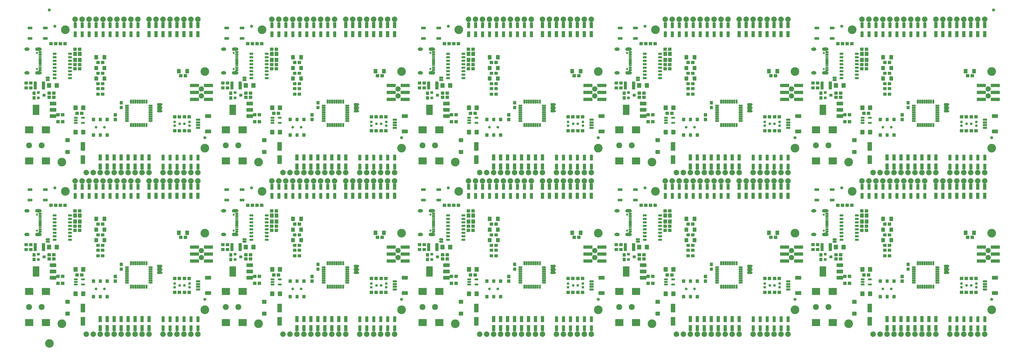
<source format=gts>
G04 EAGLE Gerber RS-274X export*
G75*
%MOMM*%
%FSLAX34Y34*%
%LPD*%
%INSoldermask Top*%
%IPPOS*%
%AMOC8*
5,1,8,0,0,1.08239X$1,22.5*%
G01*
%ADD10C,0.225400*%
%ADD11C,0.229050*%
%ADD12C,0.231750*%
%ADD13C,0.228853*%
%ADD14C,0.232700*%
%ADD15C,3.175000*%
%ADD16C,1.127000*%
%ADD17R,1.200000X2.200000*%
%ADD18C,0.577000*%
%ADD19R,1.534156X3.495038*%
%ADD20C,1.927000*%
%ADD21C,0.225588*%
%ADD22C,0.223519*%
%ADD23C,0.227428*%
%ADD24C,2.159000*%
%ADD25C,0.231559*%
%ADD26C,0.226312*%
%ADD27C,0.223409*%
%ADD28C,0.225369*%
%ADD29C,0.230578*%
%ADD30C,0.777000*%
%ADD31C,0.222250*%
%ADD32C,0.228600*%
%ADD33C,0.977000*%
%ADD34C,2.006600*%
%ADD35C,1.270000*%
%ADD36C,1.627000*%

G36*
X60304Y959134D02*
X60304Y959134D01*
X60307Y959131D01*
X61429Y959286D01*
X61434Y959291D01*
X61438Y959288D01*
X62509Y959659D01*
X62513Y959665D01*
X62518Y959663D01*
X63495Y960236D01*
X63498Y960242D01*
X63503Y960241D01*
X64350Y960994D01*
X64352Y961001D01*
X64357Y961001D01*
X65041Y961904D01*
X65041Y961911D01*
X65046Y961912D01*
X65541Y962931D01*
X65539Y962938D01*
X65544Y962940D01*
X65831Y964037D01*
X65829Y964041D01*
X65831Y964042D01*
X65829Y964044D01*
X65832Y964046D01*
X65899Y965177D01*
X65897Y965181D01*
X65899Y965183D01*
X65832Y966314D01*
X65827Y966319D01*
X65831Y966323D01*
X65544Y967420D01*
X65538Y967424D01*
X65541Y967429D01*
X65046Y968448D01*
X65040Y968451D01*
X65041Y968456D01*
X64357Y969359D01*
X64350Y969361D01*
X64350Y969366D01*
X63503Y970119D01*
X63496Y970119D01*
X63495Y970124D01*
X62518Y970697D01*
X62511Y970696D01*
X62509Y970701D01*
X61438Y971072D01*
X61432Y971069D01*
X61429Y971074D01*
X60307Y971229D01*
X60302Y971226D01*
X60300Y971229D01*
X48300Y971229D01*
X48295Y971226D01*
X48292Y971229D01*
X47025Y971024D01*
X47019Y971018D01*
X47015Y971021D01*
X45825Y970539D01*
X45821Y970532D01*
X45815Y970534D01*
X44762Y969800D01*
X44760Y969792D01*
X44754Y969793D01*
X43891Y968843D01*
X43890Y968834D01*
X43885Y968834D01*
X43255Y967715D01*
X43256Y967707D01*
X43250Y967705D01*
X42885Y966475D01*
X42888Y966467D01*
X42883Y966464D01*
X42801Y965183D01*
X42804Y965179D01*
X42801Y965177D01*
X42883Y963896D01*
X42889Y963890D01*
X42885Y963885D01*
X43250Y962655D01*
X43257Y962650D01*
X43255Y962645D01*
X43885Y961526D01*
X43892Y961523D01*
X43891Y961517D01*
X44754Y960567D01*
X44762Y960566D01*
X44762Y960560D01*
X45815Y959826D01*
X45823Y959826D01*
X45825Y959821D01*
X47015Y959339D01*
X47022Y959341D01*
X47025Y959336D01*
X48292Y959131D01*
X48297Y959134D01*
X48300Y959131D01*
X60300Y959131D01*
X60304Y959134D01*
G37*
G36*
X2209144Y959134D02*
X2209144Y959134D01*
X2209147Y959131D01*
X2210269Y959286D01*
X2210274Y959291D01*
X2210278Y959288D01*
X2211349Y959659D01*
X2211353Y959665D01*
X2211358Y959663D01*
X2212335Y960236D01*
X2212338Y960242D01*
X2212343Y960241D01*
X2213190Y960994D01*
X2213192Y961001D01*
X2213197Y961001D01*
X2213881Y961904D01*
X2213881Y961911D01*
X2213886Y961912D01*
X2214381Y962931D01*
X2214379Y962938D01*
X2214384Y962940D01*
X2214671Y964037D01*
X2214669Y964041D01*
X2214671Y964042D01*
X2214669Y964044D01*
X2214672Y964046D01*
X2214739Y965177D01*
X2214737Y965181D01*
X2214739Y965183D01*
X2214672Y966314D01*
X2214667Y966319D01*
X2214671Y966323D01*
X2214384Y967420D01*
X2214378Y967424D01*
X2214381Y967429D01*
X2213886Y968448D01*
X2213880Y968451D01*
X2213881Y968456D01*
X2213197Y969359D01*
X2213190Y969361D01*
X2213190Y969366D01*
X2212343Y970119D01*
X2212336Y970119D01*
X2212335Y970124D01*
X2211358Y970697D01*
X2211351Y970696D01*
X2211349Y970701D01*
X2210278Y971072D01*
X2210272Y971069D01*
X2210269Y971074D01*
X2209147Y971229D01*
X2209142Y971226D01*
X2209140Y971229D01*
X2197140Y971229D01*
X2197135Y971226D01*
X2197132Y971229D01*
X2195865Y971024D01*
X2195859Y971018D01*
X2195855Y971021D01*
X2194665Y970539D01*
X2194661Y970532D01*
X2194655Y970534D01*
X2193602Y969800D01*
X2193600Y969792D01*
X2193594Y969793D01*
X2192731Y968843D01*
X2192730Y968834D01*
X2192725Y968834D01*
X2192095Y967715D01*
X2192096Y967707D01*
X2192090Y967705D01*
X2191725Y966475D01*
X2191728Y966467D01*
X2191723Y966464D01*
X2191641Y965183D01*
X2191644Y965179D01*
X2191641Y965177D01*
X2191723Y963896D01*
X2191729Y963890D01*
X2191725Y963885D01*
X2192090Y962655D01*
X2192097Y962650D01*
X2192095Y962645D01*
X2192725Y961526D01*
X2192732Y961523D01*
X2192731Y961517D01*
X2193594Y960567D01*
X2193602Y960566D01*
X2193602Y960560D01*
X2194655Y959826D01*
X2194663Y959826D01*
X2194665Y959821D01*
X2195855Y959339D01*
X2195862Y959341D01*
X2195865Y959336D01*
X2197132Y959131D01*
X2197137Y959134D01*
X2197140Y959131D01*
X2209140Y959131D01*
X2209144Y959134D01*
G37*
G36*
X1492864Y959134D02*
X1492864Y959134D01*
X1492867Y959131D01*
X1493989Y959286D01*
X1493994Y959291D01*
X1493998Y959288D01*
X1495069Y959659D01*
X1495073Y959665D01*
X1495078Y959663D01*
X1496055Y960236D01*
X1496058Y960242D01*
X1496063Y960241D01*
X1496910Y960994D01*
X1496912Y961001D01*
X1496917Y961001D01*
X1497601Y961904D01*
X1497601Y961911D01*
X1497606Y961912D01*
X1498101Y962931D01*
X1498099Y962938D01*
X1498104Y962940D01*
X1498391Y964037D01*
X1498389Y964041D01*
X1498391Y964042D01*
X1498389Y964044D01*
X1498392Y964046D01*
X1498459Y965177D01*
X1498457Y965181D01*
X1498459Y965183D01*
X1498392Y966314D01*
X1498387Y966319D01*
X1498391Y966323D01*
X1498104Y967420D01*
X1498098Y967424D01*
X1498101Y967429D01*
X1497606Y968448D01*
X1497600Y968451D01*
X1497601Y968456D01*
X1496917Y969359D01*
X1496910Y969361D01*
X1496910Y969366D01*
X1496063Y970119D01*
X1496056Y970119D01*
X1496055Y970124D01*
X1495078Y970697D01*
X1495071Y970696D01*
X1495069Y970701D01*
X1493998Y971072D01*
X1493992Y971069D01*
X1493989Y971074D01*
X1492867Y971229D01*
X1492862Y971226D01*
X1492860Y971229D01*
X1480860Y971229D01*
X1480855Y971226D01*
X1480852Y971229D01*
X1479585Y971024D01*
X1479579Y971018D01*
X1479575Y971021D01*
X1478385Y970539D01*
X1478381Y970532D01*
X1478375Y970534D01*
X1477322Y969800D01*
X1477320Y969792D01*
X1477314Y969793D01*
X1476451Y968843D01*
X1476450Y968834D01*
X1476445Y968834D01*
X1475815Y967715D01*
X1475816Y967707D01*
X1475810Y967705D01*
X1475445Y966475D01*
X1475448Y966467D01*
X1475443Y966464D01*
X1475361Y965183D01*
X1475364Y965179D01*
X1475361Y965177D01*
X1475443Y963896D01*
X1475449Y963890D01*
X1475445Y963885D01*
X1475810Y962655D01*
X1475817Y962650D01*
X1475815Y962645D01*
X1476445Y961526D01*
X1476452Y961523D01*
X1476451Y961517D01*
X1477314Y960567D01*
X1477322Y960566D01*
X1477322Y960560D01*
X1478375Y959826D01*
X1478383Y959826D01*
X1478385Y959821D01*
X1479575Y959339D01*
X1479582Y959341D01*
X1479585Y959336D01*
X1480852Y959131D01*
X1480857Y959134D01*
X1480860Y959131D01*
X1492860Y959131D01*
X1492864Y959134D01*
G37*
G36*
X2925424Y959134D02*
X2925424Y959134D01*
X2925427Y959131D01*
X2926549Y959286D01*
X2926554Y959291D01*
X2926558Y959288D01*
X2927629Y959659D01*
X2927633Y959665D01*
X2927638Y959663D01*
X2928615Y960236D01*
X2928618Y960242D01*
X2928623Y960241D01*
X2929470Y960994D01*
X2929472Y961001D01*
X2929477Y961001D01*
X2930161Y961904D01*
X2930161Y961911D01*
X2930166Y961912D01*
X2930661Y962931D01*
X2930659Y962938D01*
X2930664Y962940D01*
X2930951Y964037D01*
X2930949Y964041D01*
X2930951Y964042D01*
X2930949Y964044D01*
X2930952Y964046D01*
X2931019Y965177D01*
X2931017Y965181D01*
X2931019Y965183D01*
X2930952Y966314D01*
X2930947Y966319D01*
X2930951Y966323D01*
X2930664Y967420D01*
X2930658Y967424D01*
X2930661Y967429D01*
X2930166Y968448D01*
X2930160Y968451D01*
X2930161Y968456D01*
X2929477Y969359D01*
X2929470Y969361D01*
X2929470Y969366D01*
X2928623Y970119D01*
X2928616Y970119D01*
X2928615Y970124D01*
X2927638Y970697D01*
X2927631Y970696D01*
X2927629Y970701D01*
X2926558Y971072D01*
X2926552Y971069D01*
X2926549Y971074D01*
X2925427Y971229D01*
X2925422Y971226D01*
X2925420Y971229D01*
X2913420Y971229D01*
X2913415Y971226D01*
X2913412Y971229D01*
X2912145Y971024D01*
X2912139Y971018D01*
X2912135Y971021D01*
X2910945Y970539D01*
X2910941Y970532D01*
X2910935Y970534D01*
X2909882Y969800D01*
X2909880Y969792D01*
X2909874Y969793D01*
X2909011Y968843D01*
X2909010Y968834D01*
X2909005Y968834D01*
X2908375Y967715D01*
X2908376Y967707D01*
X2908370Y967705D01*
X2908005Y966475D01*
X2908008Y966467D01*
X2908003Y966464D01*
X2907921Y965183D01*
X2907924Y965179D01*
X2907921Y965177D01*
X2908003Y963896D01*
X2908009Y963890D01*
X2908005Y963885D01*
X2908370Y962655D01*
X2908377Y962650D01*
X2908375Y962645D01*
X2909005Y961526D01*
X2909012Y961523D01*
X2909011Y961517D01*
X2909874Y960567D01*
X2909882Y960566D01*
X2909882Y960560D01*
X2910935Y959826D01*
X2910943Y959826D01*
X2910945Y959821D01*
X2912135Y959339D01*
X2912142Y959341D01*
X2912145Y959336D01*
X2913412Y959131D01*
X2913417Y959134D01*
X2913420Y959131D01*
X2925420Y959131D01*
X2925424Y959134D01*
G37*
G36*
X776584Y959134D02*
X776584Y959134D01*
X776587Y959131D01*
X777709Y959286D01*
X777714Y959291D01*
X777718Y959288D01*
X778789Y959659D01*
X778793Y959665D01*
X778798Y959663D01*
X779775Y960236D01*
X779778Y960242D01*
X779783Y960241D01*
X780630Y960994D01*
X780632Y961001D01*
X780637Y961001D01*
X781321Y961904D01*
X781321Y961911D01*
X781326Y961912D01*
X781821Y962931D01*
X781819Y962938D01*
X781824Y962940D01*
X782111Y964037D01*
X782109Y964041D01*
X782111Y964042D01*
X782109Y964044D01*
X782112Y964046D01*
X782179Y965177D01*
X782177Y965181D01*
X782179Y965183D01*
X782112Y966314D01*
X782107Y966319D01*
X782111Y966323D01*
X781824Y967420D01*
X781818Y967424D01*
X781821Y967429D01*
X781326Y968448D01*
X781320Y968451D01*
X781321Y968456D01*
X780637Y969359D01*
X780630Y969361D01*
X780630Y969366D01*
X779783Y970119D01*
X779776Y970119D01*
X779775Y970124D01*
X778798Y970697D01*
X778791Y970696D01*
X778789Y970701D01*
X777718Y971072D01*
X777712Y971069D01*
X777709Y971074D01*
X776587Y971229D01*
X776582Y971226D01*
X776580Y971229D01*
X764580Y971229D01*
X764575Y971226D01*
X764572Y971229D01*
X763305Y971024D01*
X763299Y971018D01*
X763295Y971021D01*
X762105Y970539D01*
X762101Y970532D01*
X762095Y970534D01*
X761042Y969800D01*
X761040Y969792D01*
X761034Y969793D01*
X760171Y968843D01*
X760170Y968834D01*
X760165Y968834D01*
X759535Y967715D01*
X759536Y967707D01*
X759530Y967705D01*
X759165Y966475D01*
X759168Y966467D01*
X759163Y966464D01*
X759081Y965183D01*
X759084Y965179D01*
X759081Y965177D01*
X759163Y963896D01*
X759169Y963890D01*
X759165Y963885D01*
X759530Y962655D01*
X759537Y962650D01*
X759535Y962645D01*
X760165Y961526D01*
X760172Y961523D01*
X760171Y961517D01*
X761034Y960567D01*
X761042Y960566D01*
X761042Y960560D01*
X762095Y959826D01*
X762103Y959826D01*
X762105Y959821D01*
X763295Y959339D01*
X763302Y959341D01*
X763305Y959336D01*
X764572Y959131D01*
X764577Y959134D01*
X764580Y959131D01*
X776580Y959131D01*
X776584Y959134D01*
G37*
G36*
X2925424Y1045534D02*
X2925424Y1045534D01*
X2925427Y1045531D01*
X2926549Y1045686D01*
X2926554Y1045691D01*
X2926558Y1045688D01*
X2927629Y1046059D01*
X2927633Y1046065D01*
X2927638Y1046063D01*
X2928615Y1046636D01*
X2928618Y1046642D01*
X2928623Y1046641D01*
X2929470Y1047394D01*
X2929472Y1047401D01*
X2929477Y1047401D01*
X2930161Y1048304D01*
X2930161Y1048311D01*
X2930166Y1048312D01*
X2930661Y1049331D01*
X2930659Y1049338D01*
X2930664Y1049340D01*
X2930951Y1050437D01*
X2930949Y1050441D01*
X2930951Y1050442D01*
X2930949Y1050444D01*
X2930952Y1050446D01*
X2931019Y1051577D01*
X2931017Y1051581D01*
X2931019Y1051583D01*
X2930952Y1052714D01*
X2930947Y1052719D01*
X2930951Y1052723D01*
X2930664Y1053820D01*
X2930658Y1053824D01*
X2930661Y1053829D01*
X2930166Y1054848D01*
X2930160Y1054851D01*
X2930161Y1054856D01*
X2929477Y1055759D01*
X2929470Y1055761D01*
X2929470Y1055766D01*
X2928623Y1056519D01*
X2928616Y1056519D01*
X2928615Y1056524D01*
X2927638Y1057097D01*
X2927631Y1057096D01*
X2927629Y1057101D01*
X2926558Y1057472D01*
X2926552Y1057469D01*
X2926549Y1057474D01*
X2925427Y1057629D01*
X2925422Y1057626D01*
X2925420Y1057629D01*
X2913420Y1057629D01*
X2913415Y1057626D01*
X2913412Y1057629D01*
X2912145Y1057424D01*
X2912139Y1057418D01*
X2912135Y1057421D01*
X2910945Y1056939D01*
X2910941Y1056932D01*
X2910935Y1056934D01*
X2909882Y1056200D01*
X2909880Y1056192D01*
X2909874Y1056193D01*
X2909011Y1055243D01*
X2909010Y1055234D01*
X2909005Y1055234D01*
X2908375Y1054115D01*
X2908376Y1054107D01*
X2908370Y1054105D01*
X2908005Y1052875D01*
X2908008Y1052867D01*
X2908003Y1052864D01*
X2907921Y1051583D01*
X2907924Y1051579D01*
X2907921Y1051577D01*
X2908003Y1050296D01*
X2908009Y1050290D01*
X2908005Y1050285D01*
X2908370Y1049055D01*
X2908377Y1049050D01*
X2908375Y1049045D01*
X2909005Y1047926D01*
X2909012Y1047923D01*
X2909011Y1047917D01*
X2909874Y1046967D01*
X2909882Y1046966D01*
X2909882Y1046960D01*
X2910935Y1046226D01*
X2910943Y1046226D01*
X2910945Y1046221D01*
X2912135Y1045739D01*
X2912142Y1045741D01*
X2912145Y1045736D01*
X2913412Y1045531D01*
X2913417Y1045534D01*
X2913420Y1045531D01*
X2925420Y1045531D01*
X2925424Y1045534D01*
G37*
G36*
X1492864Y1045534D02*
X1492864Y1045534D01*
X1492867Y1045531D01*
X1493989Y1045686D01*
X1493994Y1045691D01*
X1493998Y1045688D01*
X1495069Y1046059D01*
X1495073Y1046065D01*
X1495078Y1046063D01*
X1496055Y1046636D01*
X1496058Y1046642D01*
X1496063Y1046641D01*
X1496910Y1047394D01*
X1496912Y1047401D01*
X1496917Y1047401D01*
X1497601Y1048304D01*
X1497601Y1048311D01*
X1497606Y1048312D01*
X1498101Y1049331D01*
X1498099Y1049338D01*
X1498104Y1049340D01*
X1498391Y1050437D01*
X1498389Y1050441D01*
X1498391Y1050442D01*
X1498389Y1050444D01*
X1498392Y1050446D01*
X1498459Y1051577D01*
X1498457Y1051581D01*
X1498459Y1051583D01*
X1498392Y1052714D01*
X1498387Y1052719D01*
X1498391Y1052723D01*
X1498104Y1053820D01*
X1498098Y1053824D01*
X1498101Y1053829D01*
X1497606Y1054848D01*
X1497600Y1054851D01*
X1497601Y1054856D01*
X1496917Y1055759D01*
X1496910Y1055761D01*
X1496910Y1055766D01*
X1496063Y1056519D01*
X1496056Y1056519D01*
X1496055Y1056524D01*
X1495078Y1057097D01*
X1495071Y1057096D01*
X1495069Y1057101D01*
X1493998Y1057472D01*
X1493992Y1057469D01*
X1493989Y1057474D01*
X1492867Y1057629D01*
X1492862Y1057626D01*
X1492860Y1057629D01*
X1480860Y1057629D01*
X1480855Y1057626D01*
X1480852Y1057629D01*
X1479585Y1057424D01*
X1479579Y1057418D01*
X1479575Y1057421D01*
X1478385Y1056939D01*
X1478381Y1056932D01*
X1478375Y1056934D01*
X1477322Y1056200D01*
X1477320Y1056192D01*
X1477314Y1056193D01*
X1476451Y1055243D01*
X1476450Y1055234D01*
X1476445Y1055234D01*
X1475815Y1054115D01*
X1475816Y1054107D01*
X1475810Y1054105D01*
X1475445Y1052875D01*
X1475448Y1052867D01*
X1475443Y1052864D01*
X1475361Y1051583D01*
X1475364Y1051579D01*
X1475361Y1051577D01*
X1475443Y1050296D01*
X1475449Y1050290D01*
X1475445Y1050285D01*
X1475810Y1049055D01*
X1475817Y1049050D01*
X1475815Y1049045D01*
X1476445Y1047926D01*
X1476452Y1047923D01*
X1476451Y1047917D01*
X1477314Y1046967D01*
X1477322Y1046966D01*
X1477322Y1046960D01*
X1478375Y1046226D01*
X1478383Y1046226D01*
X1478385Y1046221D01*
X1479575Y1045739D01*
X1479582Y1045741D01*
X1479585Y1045736D01*
X1480852Y1045531D01*
X1480857Y1045534D01*
X1480860Y1045531D01*
X1492860Y1045531D01*
X1492864Y1045534D01*
G37*
G36*
X776584Y1045534D02*
X776584Y1045534D01*
X776587Y1045531D01*
X777709Y1045686D01*
X777714Y1045691D01*
X777718Y1045688D01*
X778789Y1046059D01*
X778793Y1046065D01*
X778798Y1046063D01*
X779775Y1046636D01*
X779778Y1046642D01*
X779783Y1046641D01*
X780630Y1047394D01*
X780632Y1047401D01*
X780637Y1047401D01*
X781321Y1048304D01*
X781321Y1048311D01*
X781326Y1048312D01*
X781821Y1049331D01*
X781819Y1049338D01*
X781824Y1049340D01*
X782111Y1050437D01*
X782109Y1050441D01*
X782111Y1050442D01*
X782109Y1050444D01*
X782112Y1050446D01*
X782179Y1051577D01*
X782177Y1051581D01*
X782179Y1051583D01*
X782112Y1052714D01*
X782107Y1052719D01*
X782111Y1052723D01*
X781824Y1053820D01*
X781818Y1053824D01*
X781821Y1053829D01*
X781326Y1054848D01*
X781320Y1054851D01*
X781321Y1054856D01*
X780637Y1055759D01*
X780630Y1055761D01*
X780630Y1055766D01*
X779783Y1056519D01*
X779776Y1056519D01*
X779775Y1056524D01*
X778798Y1057097D01*
X778791Y1057096D01*
X778789Y1057101D01*
X777718Y1057472D01*
X777712Y1057469D01*
X777709Y1057474D01*
X776587Y1057629D01*
X776582Y1057626D01*
X776580Y1057629D01*
X764580Y1057629D01*
X764575Y1057626D01*
X764572Y1057629D01*
X763305Y1057424D01*
X763299Y1057418D01*
X763295Y1057421D01*
X762105Y1056939D01*
X762101Y1056932D01*
X762095Y1056934D01*
X761042Y1056200D01*
X761040Y1056192D01*
X761034Y1056193D01*
X760171Y1055243D01*
X760170Y1055234D01*
X760165Y1055234D01*
X759535Y1054115D01*
X759536Y1054107D01*
X759530Y1054105D01*
X759165Y1052875D01*
X759168Y1052867D01*
X759163Y1052864D01*
X759081Y1051583D01*
X759084Y1051579D01*
X759081Y1051577D01*
X759163Y1050296D01*
X759169Y1050290D01*
X759165Y1050285D01*
X759530Y1049055D01*
X759537Y1049050D01*
X759535Y1049045D01*
X760165Y1047926D01*
X760172Y1047923D01*
X760171Y1047917D01*
X761034Y1046967D01*
X761042Y1046966D01*
X761042Y1046960D01*
X762095Y1046226D01*
X762103Y1046226D01*
X762105Y1046221D01*
X763295Y1045739D01*
X763302Y1045741D01*
X763305Y1045736D01*
X764572Y1045531D01*
X764577Y1045534D01*
X764580Y1045531D01*
X776580Y1045531D01*
X776584Y1045534D01*
G37*
G36*
X60304Y1045534D02*
X60304Y1045534D01*
X60307Y1045531D01*
X61429Y1045686D01*
X61434Y1045691D01*
X61438Y1045688D01*
X62509Y1046059D01*
X62513Y1046065D01*
X62518Y1046063D01*
X63495Y1046636D01*
X63498Y1046642D01*
X63503Y1046641D01*
X64350Y1047394D01*
X64352Y1047401D01*
X64357Y1047401D01*
X65041Y1048304D01*
X65041Y1048311D01*
X65046Y1048312D01*
X65541Y1049331D01*
X65539Y1049338D01*
X65544Y1049340D01*
X65831Y1050437D01*
X65829Y1050441D01*
X65831Y1050442D01*
X65829Y1050444D01*
X65832Y1050446D01*
X65899Y1051577D01*
X65897Y1051581D01*
X65899Y1051583D01*
X65832Y1052714D01*
X65827Y1052719D01*
X65831Y1052723D01*
X65544Y1053820D01*
X65538Y1053824D01*
X65541Y1053829D01*
X65046Y1054848D01*
X65040Y1054851D01*
X65041Y1054856D01*
X64357Y1055759D01*
X64350Y1055761D01*
X64350Y1055766D01*
X63503Y1056519D01*
X63496Y1056519D01*
X63495Y1056524D01*
X62518Y1057097D01*
X62511Y1057096D01*
X62509Y1057101D01*
X61438Y1057472D01*
X61432Y1057469D01*
X61429Y1057474D01*
X60307Y1057629D01*
X60302Y1057626D01*
X60300Y1057629D01*
X48300Y1057629D01*
X48295Y1057626D01*
X48292Y1057629D01*
X47025Y1057424D01*
X47019Y1057418D01*
X47015Y1057421D01*
X45825Y1056939D01*
X45821Y1056932D01*
X45815Y1056934D01*
X44762Y1056200D01*
X44760Y1056192D01*
X44754Y1056193D01*
X43891Y1055243D01*
X43890Y1055234D01*
X43885Y1055234D01*
X43255Y1054115D01*
X43256Y1054107D01*
X43250Y1054105D01*
X42885Y1052875D01*
X42888Y1052867D01*
X42883Y1052864D01*
X42801Y1051583D01*
X42804Y1051579D01*
X42801Y1051577D01*
X42883Y1050296D01*
X42889Y1050290D01*
X42885Y1050285D01*
X43250Y1049055D01*
X43257Y1049050D01*
X43255Y1049045D01*
X43885Y1047926D01*
X43892Y1047923D01*
X43891Y1047917D01*
X44754Y1046967D01*
X44762Y1046966D01*
X44762Y1046960D01*
X45815Y1046226D01*
X45823Y1046226D01*
X45825Y1046221D01*
X47015Y1045739D01*
X47022Y1045741D01*
X47025Y1045736D01*
X48292Y1045531D01*
X48297Y1045534D01*
X48300Y1045531D01*
X60300Y1045531D01*
X60304Y1045534D01*
G37*
G36*
X2209144Y1045534D02*
X2209144Y1045534D01*
X2209147Y1045531D01*
X2210269Y1045686D01*
X2210274Y1045691D01*
X2210278Y1045688D01*
X2211349Y1046059D01*
X2211353Y1046065D01*
X2211358Y1046063D01*
X2212335Y1046636D01*
X2212338Y1046642D01*
X2212343Y1046641D01*
X2213190Y1047394D01*
X2213192Y1047401D01*
X2213197Y1047401D01*
X2213881Y1048304D01*
X2213881Y1048311D01*
X2213886Y1048312D01*
X2214381Y1049331D01*
X2214379Y1049338D01*
X2214384Y1049340D01*
X2214671Y1050437D01*
X2214669Y1050441D01*
X2214671Y1050442D01*
X2214669Y1050444D01*
X2214672Y1050446D01*
X2214739Y1051577D01*
X2214737Y1051581D01*
X2214739Y1051583D01*
X2214672Y1052714D01*
X2214667Y1052719D01*
X2214671Y1052723D01*
X2214384Y1053820D01*
X2214378Y1053824D01*
X2214381Y1053829D01*
X2213886Y1054848D01*
X2213880Y1054851D01*
X2213881Y1054856D01*
X2213197Y1055759D01*
X2213190Y1055761D01*
X2213190Y1055766D01*
X2212343Y1056519D01*
X2212336Y1056519D01*
X2212335Y1056524D01*
X2211358Y1057097D01*
X2211351Y1057096D01*
X2211349Y1057101D01*
X2210278Y1057472D01*
X2210272Y1057469D01*
X2210269Y1057474D01*
X2209147Y1057629D01*
X2209142Y1057626D01*
X2209140Y1057629D01*
X2197140Y1057629D01*
X2197135Y1057626D01*
X2197132Y1057629D01*
X2195865Y1057424D01*
X2195859Y1057418D01*
X2195855Y1057421D01*
X2194665Y1056939D01*
X2194661Y1056932D01*
X2194655Y1056934D01*
X2193602Y1056200D01*
X2193600Y1056192D01*
X2193594Y1056193D01*
X2192731Y1055243D01*
X2192730Y1055234D01*
X2192725Y1055234D01*
X2192095Y1054115D01*
X2192096Y1054107D01*
X2192090Y1054105D01*
X2191725Y1052875D01*
X2191728Y1052867D01*
X2191723Y1052864D01*
X2191641Y1051583D01*
X2191644Y1051579D01*
X2191641Y1051577D01*
X2191723Y1050296D01*
X2191729Y1050290D01*
X2191725Y1050285D01*
X2192090Y1049055D01*
X2192097Y1049050D01*
X2192095Y1049045D01*
X2192725Y1047926D01*
X2192732Y1047923D01*
X2192731Y1047917D01*
X2193594Y1046967D01*
X2193602Y1046966D01*
X2193602Y1046960D01*
X2194655Y1046226D01*
X2194663Y1046226D01*
X2194665Y1046221D01*
X2195855Y1045739D01*
X2195862Y1045741D01*
X2195865Y1045736D01*
X2197132Y1045531D01*
X2197137Y1045534D01*
X2197140Y1045531D01*
X2209140Y1045531D01*
X2209144Y1045534D01*
G37*
G36*
X60304Y456254D02*
X60304Y456254D01*
X60307Y456251D01*
X61429Y456406D01*
X61434Y456411D01*
X61438Y456408D01*
X62509Y456779D01*
X62513Y456785D01*
X62518Y456783D01*
X63495Y457356D01*
X63498Y457362D01*
X63503Y457361D01*
X64350Y458114D01*
X64352Y458121D01*
X64357Y458121D01*
X65041Y459024D01*
X65041Y459031D01*
X65046Y459032D01*
X65541Y460051D01*
X65539Y460058D01*
X65544Y460060D01*
X65831Y461157D01*
X65829Y461161D01*
X65831Y461162D01*
X65829Y461164D01*
X65832Y461166D01*
X65899Y462297D01*
X65897Y462301D01*
X65899Y462303D01*
X65832Y463434D01*
X65827Y463439D01*
X65831Y463443D01*
X65544Y464540D01*
X65538Y464544D01*
X65541Y464549D01*
X65046Y465568D01*
X65040Y465571D01*
X65041Y465576D01*
X64357Y466479D01*
X64350Y466481D01*
X64350Y466486D01*
X63503Y467239D01*
X63496Y467239D01*
X63495Y467244D01*
X62518Y467817D01*
X62511Y467816D01*
X62509Y467821D01*
X61438Y468192D01*
X61432Y468189D01*
X61429Y468194D01*
X60307Y468349D01*
X60302Y468346D01*
X60300Y468349D01*
X48300Y468349D01*
X48295Y468346D01*
X48292Y468349D01*
X47025Y468144D01*
X47019Y468138D01*
X47015Y468141D01*
X45825Y467659D01*
X45821Y467652D01*
X45815Y467654D01*
X44762Y466920D01*
X44760Y466912D01*
X44754Y466913D01*
X43891Y465963D01*
X43890Y465954D01*
X43885Y465954D01*
X43255Y464835D01*
X43256Y464827D01*
X43250Y464825D01*
X42885Y463595D01*
X42888Y463587D01*
X42883Y463584D01*
X42801Y462303D01*
X42804Y462299D01*
X42801Y462297D01*
X42883Y461016D01*
X42889Y461010D01*
X42885Y461005D01*
X43250Y459775D01*
X43257Y459770D01*
X43255Y459765D01*
X43885Y458646D01*
X43892Y458643D01*
X43891Y458637D01*
X44754Y457687D01*
X44762Y457686D01*
X44762Y457680D01*
X45815Y456946D01*
X45823Y456946D01*
X45825Y456941D01*
X47015Y456459D01*
X47022Y456461D01*
X47025Y456456D01*
X48292Y456251D01*
X48297Y456254D01*
X48300Y456251D01*
X60300Y456251D01*
X60304Y456254D01*
G37*
G36*
X776584Y456254D02*
X776584Y456254D01*
X776587Y456251D01*
X777709Y456406D01*
X777714Y456411D01*
X777718Y456408D01*
X778789Y456779D01*
X778793Y456785D01*
X778798Y456783D01*
X779775Y457356D01*
X779778Y457362D01*
X779783Y457361D01*
X780630Y458114D01*
X780632Y458121D01*
X780637Y458121D01*
X781321Y459024D01*
X781321Y459031D01*
X781326Y459032D01*
X781821Y460051D01*
X781819Y460058D01*
X781824Y460060D01*
X782111Y461157D01*
X782109Y461161D01*
X782111Y461162D01*
X782109Y461164D01*
X782112Y461166D01*
X782179Y462297D01*
X782177Y462301D01*
X782179Y462303D01*
X782112Y463434D01*
X782107Y463439D01*
X782111Y463443D01*
X781824Y464540D01*
X781818Y464544D01*
X781821Y464549D01*
X781326Y465568D01*
X781320Y465571D01*
X781321Y465576D01*
X780637Y466479D01*
X780630Y466481D01*
X780630Y466486D01*
X779783Y467239D01*
X779776Y467239D01*
X779775Y467244D01*
X778798Y467817D01*
X778791Y467816D01*
X778789Y467821D01*
X777718Y468192D01*
X777712Y468189D01*
X777709Y468194D01*
X776587Y468349D01*
X776582Y468346D01*
X776580Y468349D01*
X764580Y468349D01*
X764575Y468346D01*
X764572Y468349D01*
X763305Y468144D01*
X763299Y468138D01*
X763295Y468141D01*
X762105Y467659D01*
X762101Y467652D01*
X762095Y467654D01*
X761042Y466920D01*
X761040Y466912D01*
X761034Y466913D01*
X760171Y465963D01*
X760170Y465954D01*
X760165Y465954D01*
X759535Y464835D01*
X759536Y464827D01*
X759530Y464825D01*
X759165Y463595D01*
X759168Y463587D01*
X759163Y463584D01*
X759081Y462303D01*
X759084Y462299D01*
X759081Y462297D01*
X759163Y461016D01*
X759169Y461010D01*
X759165Y461005D01*
X759530Y459775D01*
X759537Y459770D01*
X759535Y459765D01*
X760165Y458646D01*
X760172Y458643D01*
X760171Y458637D01*
X761034Y457687D01*
X761042Y457686D01*
X761042Y457680D01*
X762095Y456946D01*
X762103Y456946D01*
X762105Y456941D01*
X763295Y456459D01*
X763302Y456461D01*
X763305Y456456D01*
X764572Y456251D01*
X764577Y456254D01*
X764580Y456251D01*
X776580Y456251D01*
X776584Y456254D01*
G37*
G36*
X1492864Y456254D02*
X1492864Y456254D01*
X1492867Y456251D01*
X1493989Y456406D01*
X1493994Y456411D01*
X1493998Y456408D01*
X1495069Y456779D01*
X1495073Y456785D01*
X1495078Y456783D01*
X1496055Y457356D01*
X1496058Y457362D01*
X1496063Y457361D01*
X1496910Y458114D01*
X1496912Y458121D01*
X1496917Y458121D01*
X1497601Y459024D01*
X1497601Y459031D01*
X1497606Y459032D01*
X1498101Y460051D01*
X1498099Y460058D01*
X1498104Y460060D01*
X1498391Y461157D01*
X1498389Y461161D01*
X1498391Y461162D01*
X1498389Y461164D01*
X1498392Y461166D01*
X1498459Y462297D01*
X1498457Y462301D01*
X1498459Y462303D01*
X1498392Y463434D01*
X1498387Y463439D01*
X1498391Y463443D01*
X1498104Y464540D01*
X1498098Y464544D01*
X1498101Y464549D01*
X1497606Y465568D01*
X1497600Y465571D01*
X1497601Y465576D01*
X1496917Y466479D01*
X1496910Y466481D01*
X1496910Y466486D01*
X1496063Y467239D01*
X1496056Y467239D01*
X1496055Y467244D01*
X1495078Y467817D01*
X1495071Y467816D01*
X1495069Y467821D01*
X1493998Y468192D01*
X1493992Y468189D01*
X1493989Y468194D01*
X1492867Y468349D01*
X1492862Y468346D01*
X1492860Y468349D01*
X1480860Y468349D01*
X1480855Y468346D01*
X1480852Y468349D01*
X1479585Y468144D01*
X1479579Y468138D01*
X1479575Y468141D01*
X1478385Y467659D01*
X1478381Y467652D01*
X1478375Y467654D01*
X1477322Y466920D01*
X1477320Y466912D01*
X1477314Y466913D01*
X1476451Y465963D01*
X1476450Y465954D01*
X1476445Y465954D01*
X1475815Y464835D01*
X1475816Y464827D01*
X1475810Y464825D01*
X1475445Y463595D01*
X1475448Y463587D01*
X1475443Y463584D01*
X1475361Y462303D01*
X1475364Y462299D01*
X1475361Y462297D01*
X1475443Y461016D01*
X1475449Y461010D01*
X1475445Y461005D01*
X1475810Y459775D01*
X1475817Y459770D01*
X1475815Y459765D01*
X1476445Y458646D01*
X1476452Y458643D01*
X1476451Y458637D01*
X1477314Y457687D01*
X1477322Y457686D01*
X1477322Y457680D01*
X1478375Y456946D01*
X1478383Y456946D01*
X1478385Y456941D01*
X1479575Y456459D01*
X1479582Y456461D01*
X1479585Y456456D01*
X1480852Y456251D01*
X1480857Y456254D01*
X1480860Y456251D01*
X1492860Y456251D01*
X1492864Y456254D01*
G37*
G36*
X2925424Y456254D02*
X2925424Y456254D01*
X2925427Y456251D01*
X2926549Y456406D01*
X2926554Y456411D01*
X2926558Y456408D01*
X2927629Y456779D01*
X2927633Y456785D01*
X2927638Y456783D01*
X2928615Y457356D01*
X2928618Y457362D01*
X2928623Y457361D01*
X2929470Y458114D01*
X2929472Y458121D01*
X2929477Y458121D01*
X2930161Y459024D01*
X2930161Y459031D01*
X2930166Y459032D01*
X2930661Y460051D01*
X2930659Y460058D01*
X2930664Y460060D01*
X2930951Y461157D01*
X2930949Y461161D01*
X2930951Y461162D01*
X2930949Y461164D01*
X2930952Y461166D01*
X2931019Y462297D01*
X2931017Y462301D01*
X2931019Y462303D01*
X2930952Y463434D01*
X2930947Y463439D01*
X2930951Y463443D01*
X2930664Y464540D01*
X2930658Y464544D01*
X2930661Y464549D01*
X2930166Y465568D01*
X2930160Y465571D01*
X2930161Y465576D01*
X2929477Y466479D01*
X2929470Y466481D01*
X2929470Y466486D01*
X2928623Y467239D01*
X2928616Y467239D01*
X2928615Y467244D01*
X2927638Y467817D01*
X2927631Y467816D01*
X2927629Y467821D01*
X2926558Y468192D01*
X2926552Y468189D01*
X2926549Y468194D01*
X2925427Y468349D01*
X2925422Y468346D01*
X2925420Y468349D01*
X2913420Y468349D01*
X2913415Y468346D01*
X2913412Y468349D01*
X2912145Y468144D01*
X2912139Y468138D01*
X2912135Y468141D01*
X2910945Y467659D01*
X2910941Y467652D01*
X2910935Y467654D01*
X2909882Y466920D01*
X2909880Y466912D01*
X2909874Y466913D01*
X2909011Y465963D01*
X2909010Y465954D01*
X2909005Y465954D01*
X2908375Y464835D01*
X2908376Y464827D01*
X2908370Y464825D01*
X2908005Y463595D01*
X2908008Y463587D01*
X2908003Y463584D01*
X2907921Y462303D01*
X2907924Y462299D01*
X2907921Y462297D01*
X2908003Y461016D01*
X2908009Y461010D01*
X2908005Y461005D01*
X2908370Y459775D01*
X2908377Y459770D01*
X2908375Y459765D01*
X2909005Y458646D01*
X2909012Y458643D01*
X2909011Y458637D01*
X2909874Y457687D01*
X2909882Y457686D01*
X2909882Y457680D01*
X2910935Y456946D01*
X2910943Y456946D01*
X2910945Y456941D01*
X2912135Y456459D01*
X2912142Y456461D01*
X2912145Y456456D01*
X2913412Y456251D01*
X2913417Y456254D01*
X2913420Y456251D01*
X2925420Y456251D01*
X2925424Y456254D01*
G37*
G36*
X2209144Y456254D02*
X2209144Y456254D01*
X2209147Y456251D01*
X2210269Y456406D01*
X2210274Y456411D01*
X2210278Y456408D01*
X2211349Y456779D01*
X2211353Y456785D01*
X2211358Y456783D01*
X2212335Y457356D01*
X2212338Y457362D01*
X2212343Y457361D01*
X2213190Y458114D01*
X2213192Y458121D01*
X2213197Y458121D01*
X2213881Y459024D01*
X2213881Y459031D01*
X2213886Y459032D01*
X2214381Y460051D01*
X2214379Y460058D01*
X2214384Y460060D01*
X2214671Y461157D01*
X2214669Y461161D01*
X2214671Y461162D01*
X2214669Y461164D01*
X2214672Y461166D01*
X2214739Y462297D01*
X2214737Y462301D01*
X2214739Y462303D01*
X2214672Y463434D01*
X2214667Y463439D01*
X2214671Y463443D01*
X2214384Y464540D01*
X2214378Y464544D01*
X2214381Y464549D01*
X2213886Y465568D01*
X2213880Y465571D01*
X2213881Y465576D01*
X2213197Y466479D01*
X2213190Y466481D01*
X2213190Y466486D01*
X2212343Y467239D01*
X2212336Y467239D01*
X2212335Y467244D01*
X2211358Y467817D01*
X2211351Y467816D01*
X2211349Y467821D01*
X2210278Y468192D01*
X2210272Y468189D01*
X2210269Y468194D01*
X2209147Y468349D01*
X2209142Y468346D01*
X2209140Y468349D01*
X2197140Y468349D01*
X2197135Y468346D01*
X2197132Y468349D01*
X2195865Y468144D01*
X2195859Y468138D01*
X2195855Y468141D01*
X2194665Y467659D01*
X2194661Y467652D01*
X2194655Y467654D01*
X2193602Y466920D01*
X2193600Y466912D01*
X2193594Y466913D01*
X2192731Y465963D01*
X2192730Y465954D01*
X2192725Y465954D01*
X2192095Y464835D01*
X2192096Y464827D01*
X2192090Y464825D01*
X2191725Y463595D01*
X2191728Y463587D01*
X2191723Y463584D01*
X2191641Y462303D01*
X2191644Y462299D01*
X2191641Y462297D01*
X2191723Y461016D01*
X2191729Y461010D01*
X2191725Y461005D01*
X2192090Y459775D01*
X2192097Y459770D01*
X2192095Y459765D01*
X2192725Y458646D01*
X2192732Y458643D01*
X2192731Y458637D01*
X2193594Y457687D01*
X2193602Y457686D01*
X2193602Y457680D01*
X2194655Y456946D01*
X2194663Y456946D01*
X2194665Y456941D01*
X2195855Y456459D01*
X2195862Y456461D01*
X2195865Y456456D01*
X2197132Y456251D01*
X2197137Y456254D01*
X2197140Y456251D01*
X2209140Y456251D01*
X2209144Y456254D01*
G37*
G36*
X1492864Y369854D02*
X1492864Y369854D01*
X1492867Y369851D01*
X1493989Y370006D01*
X1493994Y370011D01*
X1493998Y370008D01*
X1495069Y370379D01*
X1495073Y370385D01*
X1495078Y370383D01*
X1496055Y370956D01*
X1496058Y370962D01*
X1496063Y370961D01*
X1496910Y371714D01*
X1496912Y371721D01*
X1496917Y371721D01*
X1497601Y372624D01*
X1497601Y372631D01*
X1497606Y372632D01*
X1498101Y373651D01*
X1498099Y373658D01*
X1498104Y373660D01*
X1498391Y374757D01*
X1498389Y374761D01*
X1498391Y374762D01*
X1498389Y374764D01*
X1498392Y374766D01*
X1498459Y375897D01*
X1498457Y375901D01*
X1498459Y375903D01*
X1498392Y377034D01*
X1498387Y377039D01*
X1498391Y377043D01*
X1498104Y378140D01*
X1498098Y378144D01*
X1498101Y378149D01*
X1497606Y379168D01*
X1497600Y379171D01*
X1497601Y379176D01*
X1496917Y380079D01*
X1496910Y380081D01*
X1496910Y380086D01*
X1496063Y380839D01*
X1496056Y380839D01*
X1496055Y380844D01*
X1495078Y381417D01*
X1495071Y381416D01*
X1495069Y381421D01*
X1493998Y381792D01*
X1493992Y381789D01*
X1493989Y381794D01*
X1492867Y381949D01*
X1492862Y381946D01*
X1492860Y381949D01*
X1480860Y381949D01*
X1480855Y381946D01*
X1480852Y381949D01*
X1479585Y381744D01*
X1479579Y381738D01*
X1479575Y381741D01*
X1478385Y381259D01*
X1478381Y381252D01*
X1478375Y381254D01*
X1477322Y380520D01*
X1477320Y380512D01*
X1477314Y380513D01*
X1476451Y379563D01*
X1476450Y379554D01*
X1476445Y379554D01*
X1475815Y378435D01*
X1475816Y378427D01*
X1475810Y378425D01*
X1475445Y377195D01*
X1475448Y377187D01*
X1475443Y377184D01*
X1475361Y375903D01*
X1475364Y375899D01*
X1475361Y375897D01*
X1475443Y374616D01*
X1475449Y374610D01*
X1475445Y374605D01*
X1475810Y373375D01*
X1475817Y373370D01*
X1475815Y373365D01*
X1476445Y372246D01*
X1476452Y372243D01*
X1476451Y372237D01*
X1477314Y371287D01*
X1477322Y371286D01*
X1477322Y371280D01*
X1478375Y370546D01*
X1478383Y370546D01*
X1478385Y370541D01*
X1479575Y370059D01*
X1479582Y370061D01*
X1479585Y370056D01*
X1480852Y369851D01*
X1480857Y369854D01*
X1480860Y369851D01*
X1492860Y369851D01*
X1492864Y369854D01*
G37*
G36*
X2925424Y369854D02*
X2925424Y369854D01*
X2925427Y369851D01*
X2926549Y370006D01*
X2926554Y370011D01*
X2926558Y370008D01*
X2927629Y370379D01*
X2927633Y370385D01*
X2927638Y370383D01*
X2928615Y370956D01*
X2928618Y370962D01*
X2928623Y370961D01*
X2929470Y371714D01*
X2929472Y371721D01*
X2929477Y371721D01*
X2930161Y372624D01*
X2930161Y372631D01*
X2930166Y372632D01*
X2930661Y373651D01*
X2930659Y373658D01*
X2930664Y373660D01*
X2930951Y374757D01*
X2930949Y374761D01*
X2930951Y374762D01*
X2930949Y374764D01*
X2930952Y374766D01*
X2931019Y375897D01*
X2931017Y375901D01*
X2931019Y375903D01*
X2930952Y377034D01*
X2930947Y377039D01*
X2930951Y377043D01*
X2930664Y378140D01*
X2930658Y378144D01*
X2930661Y378149D01*
X2930166Y379168D01*
X2930160Y379171D01*
X2930161Y379176D01*
X2929477Y380079D01*
X2929470Y380081D01*
X2929470Y380086D01*
X2928623Y380839D01*
X2928616Y380839D01*
X2928615Y380844D01*
X2927638Y381417D01*
X2927631Y381416D01*
X2927629Y381421D01*
X2926558Y381792D01*
X2926552Y381789D01*
X2926549Y381794D01*
X2925427Y381949D01*
X2925422Y381946D01*
X2925420Y381949D01*
X2913420Y381949D01*
X2913415Y381946D01*
X2913412Y381949D01*
X2912145Y381744D01*
X2912139Y381738D01*
X2912135Y381741D01*
X2910945Y381259D01*
X2910941Y381252D01*
X2910935Y381254D01*
X2909882Y380520D01*
X2909880Y380512D01*
X2909874Y380513D01*
X2909011Y379563D01*
X2909010Y379554D01*
X2909005Y379554D01*
X2908375Y378435D01*
X2908376Y378427D01*
X2908370Y378425D01*
X2908005Y377195D01*
X2908008Y377187D01*
X2908003Y377184D01*
X2907921Y375903D01*
X2907924Y375899D01*
X2907921Y375897D01*
X2908003Y374616D01*
X2908009Y374610D01*
X2908005Y374605D01*
X2908370Y373375D01*
X2908377Y373370D01*
X2908375Y373365D01*
X2909005Y372246D01*
X2909012Y372243D01*
X2909011Y372237D01*
X2909874Y371287D01*
X2909882Y371286D01*
X2909882Y371280D01*
X2910935Y370546D01*
X2910943Y370546D01*
X2910945Y370541D01*
X2912135Y370059D01*
X2912142Y370061D01*
X2912145Y370056D01*
X2913412Y369851D01*
X2913417Y369854D01*
X2913420Y369851D01*
X2925420Y369851D01*
X2925424Y369854D01*
G37*
G36*
X776584Y369854D02*
X776584Y369854D01*
X776587Y369851D01*
X777709Y370006D01*
X777714Y370011D01*
X777718Y370008D01*
X778789Y370379D01*
X778793Y370385D01*
X778798Y370383D01*
X779775Y370956D01*
X779778Y370962D01*
X779783Y370961D01*
X780630Y371714D01*
X780632Y371721D01*
X780637Y371721D01*
X781321Y372624D01*
X781321Y372631D01*
X781326Y372632D01*
X781821Y373651D01*
X781819Y373658D01*
X781824Y373660D01*
X782111Y374757D01*
X782109Y374761D01*
X782111Y374762D01*
X782109Y374764D01*
X782112Y374766D01*
X782179Y375897D01*
X782177Y375901D01*
X782179Y375903D01*
X782112Y377034D01*
X782107Y377039D01*
X782111Y377043D01*
X781824Y378140D01*
X781818Y378144D01*
X781821Y378149D01*
X781326Y379168D01*
X781320Y379171D01*
X781321Y379176D01*
X780637Y380079D01*
X780630Y380081D01*
X780630Y380086D01*
X779783Y380839D01*
X779776Y380839D01*
X779775Y380844D01*
X778798Y381417D01*
X778791Y381416D01*
X778789Y381421D01*
X777718Y381792D01*
X777712Y381789D01*
X777709Y381794D01*
X776587Y381949D01*
X776582Y381946D01*
X776580Y381949D01*
X764580Y381949D01*
X764575Y381946D01*
X764572Y381949D01*
X763305Y381744D01*
X763299Y381738D01*
X763295Y381741D01*
X762105Y381259D01*
X762101Y381252D01*
X762095Y381254D01*
X761042Y380520D01*
X761040Y380512D01*
X761034Y380513D01*
X760171Y379563D01*
X760170Y379554D01*
X760165Y379554D01*
X759535Y378435D01*
X759536Y378427D01*
X759530Y378425D01*
X759165Y377195D01*
X759168Y377187D01*
X759163Y377184D01*
X759081Y375903D01*
X759084Y375899D01*
X759081Y375897D01*
X759163Y374616D01*
X759169Y374610D01*
X759165Y374605D01*
X759530Y373375D01*
X759537Y373370D01*
X759535Y373365D01*
X760165Y372246D01*
X760172Y372243D01*
X760171Y372237D01*
X761034Y371287D01*
X761042Y371286D01*
X761042Y371280D01*
X762095Y370546D01*
X762103Y370546D01*
X762105Y370541D01*
X763295Y370059D01*
X763302Y370061D01*
X763305Y370056D01*
X764572Y369851D01*
X764577Y369854D01*
X764580Y369851D01*
X776580Y369851D01*
X776584Y369854D01*
G37*
G36*
X2209144Y369854D02*
X2209144Y369854D01*
X2209147Y369851D01*
X2210269Y370006D01*
X2210274Y370011D01*
X2210278Y370008D01*
X2211349Y370379D01*
X2211353Y370385D01*
X2211358Y370383D01*
X2212335Y370956D01*
X2212338Y370962D01*
X2212343Y370961D01*
X2213190Y371714D01*
X2213192Y371721D01*
X2213197Y371721D01*
X2213881Y372624D01*
X2213881Y372631D01*
X2213886Y372632D01*
X2214381Y373651D01*
X2214379Y373658D01*
X2214384Y373660D01*
X2214671Y374757D01*
X2214669Y374761D01*
X2214671Y374762D01*
X2214669Y374764D01*
X2214672Y374766D01*
X2214739Y375897D01*
X2214737Y375901D01*
X2214739Y375903D01*
X2214672Y377034D01*
X2214667Y377039D01*
X2214671Y377043D01*
X2214384Y378140D01*
X2214378Y378144D01*
X2214381Y378149D01*
X2213886Y379168D01*
X2213880Y379171D01*
X2213881Y379176D01*
X2213197Y380079D01*
X2213190Y380081D01*
X2213190Y380086D01*
X2212343Y380839D01*
X2212336Y380839D01*
X2212335Y380844D01*
X2211358Y381417D01*
X2211351Y381416D01*
X2211349Y381421D01*
X2210278Y381792D01*
X2210272Y381789D01*
X2210269Y381794D01*
X2209147Y381949D01*
X2209142Y381946D01*
X2209140Y381949D01*
X2197140Y381949D01*
X2197135Y381946D01*
X2197132Y381949D01*
X2195865Y381744D01*
X2195859Y381738D01*
X2195855Y381741D01*
X2194665Y381259D01*
X2194661Y381252D01*
X2194655Y381254D01*
X2193602Y380520D01*
X2193600Y380512D01*
X2193594Y380513D01*
X2192731Y379563D01*
X2192730Y379554D01*
X2192725Y379554D01*
X2192095Y378435D01*
X2192096Y378427D01*
X2192090Y378425D01*
X2191725Y377195D01*
X2191728Y377187D01*
X2191723Y377184D01*
X2191641Y375903D01*
X2191644Y375899D01*
X2191641Y375897D01*
X2191723Y374616D01*
X2191729Y374610D01*
X2191725Y374605D01*
X2192090Y373375D01*
X2192097Y373370D01*
X2192095Y373365D01*
X2192725Y372246D01*
X2192732Y372243D01*
X2192731Y372237D01*
X2193594Y371287D01*
X2193602Y371286D01*
X2193602Y371280D01*
X2194655Y370546D01*
X2194663Y370546D01*
X2194665Y370541D01*
X2195855Y370059D01*
X2195862Y370061D01*
X2195865Y370056D01*
X2197132Y369851D01*
X2197137Y369854D01*
X2197140Y369851D01*
X2209140Y369851D01*
X2209144Y369854D01*
G37*
G36*
X60304Y369854D02*
X60304Y369854D01*
X60307Y369851D01*
X61429Y370006D01*
X61434Y370011D01*
X61438Y370008D01*
X62509Y370379D01*
X62513Y370385D01*
X62518Y370383D01*
X63495Y370956D01*
X63498Y370962D01*
X63503Y370961D01*
X64350Y371714D01*
X64352Y371721D01*
X64357Y371721D01*
X65041Y372624D01*
X65041Y372631D01*
X65046Y372632D01*
X65541Y373651D01*
X65539Y373658D01*
X65544Y373660D01*
X65831Y374757D01*
X65829Y374761D01*
X65831Y374762D01*
X65829Y374764D01*
X65832Y374766D01*
X65899Y375897D01*
X65897Y375901D01*
X65899Y375903D01*
X65832Y377034D01*
X65827Y377039D01*
X65831Y377043D01*
X65544Y378140D01*
X65538Y378144D01*
X65541Y378149D01*
X65046Y379168D01*
X65040Y379171D01*
X65041Y379176D01*
X64357Y380079D01*
X64350Y380081D01*
X64350Y380086D01*
X63503Y380839D01*
X63496Y380839D01*
X63495Y380844D01*
X62518Y381417D01*
X62511Y381416D01*
X62509Y381421D01*
X61438Y381792D01*
X61432Y381789D01*
X61429Y381794D01*
X60307Y381949D01*
X60302Y381946D01*
X60300Y381949D01*
X48300Y381949D01*
X48295Y381946D01*
X48292Y381949D01*
X47025Y381744D01*
X47019Y381738D01*
X47015Y381741D01*
X45825Y381259D01*
X45821Y381252D01*
X45815Y381254D01*
X44762Y380520D01*
X44760Y380512D01*
X44754Y380513D01*
X43891Y379563D01*
X43890Y379554D01*
X43885Y379554D01*
X43255Y378435D01*
X43256Y378427D01*
X43250Y378425D01*
X42885Y377195D01*
X42888Y377187D01*
X42883Y377184D01*
X42801Y375903D01*
X42804Y375899D01*
X42801Y375897D01*
X42883Y374616D01*
X42889Y374610D01*
X42885Y374605D01*
X43250Y373375D01*
X43257Y373370D01*
X43255Y373365D01*
X43885Y372246D01*
X43892Y372243D01*
X43891Y372237D01*
X44754Y371287D01*
X44762Y371286D01*
X44762Y371280D01*
X45815Y370546D01*
X45823Y370546D01*
X45825Y370541D01*
X47015Y370059D01*
X47022Y370061D01*
X47025Y370056D01*
X48292Y369851D01*
X48297Y369854D01*
X48300Y369851D01*
X60300Y369851D01*
X60304Y369854D01*
G37*
G36*
X2880623Y959133D02*
X2880623Y959133D01*
X2880625Y959131D01*
X2881801Y959242D01*
X2881806Y959247D01*
X2881810Y959244D01*
X2882942Y959582D01*
X2882946Y959588D01*
X2882951Y959586D01*
X2883995Y960138D01*
X2883998Y960145D01*
X2884003Y960143D01*
X2884919Y960889D01*
X2884920Y960896D01*
X2884926Y960896D01*
X2885679Y961806D01*
X2885679Y961813D01*
X2885684Y961814D01*
X2886245Y962853D01*
X2886244Y962858D01*
X2886248Y962860D01*
X2886247Y962861D01*
X2886249Y962862D01*
X2886596Y963991D01*
X2886596Y963992D01*
X2886597Y963993D01*
X2886594Y963997D01*
X2886598Y964000D01*
X2886719Y965175D01*
X2886715Y965182D01*
X2886719Y965186D01*
X2886562Y966526D01*
X2886557Y966532D01*
X2886560Y966537D01*
X2886109Y967808D01*
X2886102Y967813D01*
X2886104Y967818D01*
X2885382Y968957D01*
X2885374Y968960D01*
X2885375Y968966D01*
X2884417Y969916D01*
X2884409Y969917D01*
X2884408Y969923D01*
X2883263Y970636D01*
X2883255Y970635D01*
X2883253Y970641D01*
X2881977Y971081D01*
X2881970Y971079D01*
X2881967Y971083D01*
X2880625Y971229D01*
X2880622Y971227D01*
X2880620Y971229D01*
X2874620Y971229D01*
X2874617Y971227D01*
X2874614Y971229D01*
X2873285Y971074D01*
X2873279Y971068D01*
X2873275Y971071D01*
X2872014Y970624D01*
X2872009Y970617D01*
X2872004Y970619D01*
X2870874Y969902D01*
X2870871Y969895D01*
X2870865Y969896D01*
X2869923Y968946D01*
X2869922Y968937D01*
X2869916Y968937D01*
X2869209Y967801D01*
X2869210Y967793D01*
X2869204Y967791D01*
X2868768Y966526D01*
X2868770Y966518D01*
X2868765Y966516D01*
X2868621Y965185D01*
X2868625Y965179D01*
X2868621Y965175D01*
X2868731Y964009D01*
X2868736Y964004D01*
X2868733Y964000D01*
X2869068Y962877D01*
X2869074Y962873D01*
X2869072Y962869D01*
X2869620Y961833D01*
X2869626Y961830D01*
X2869625Y961825D01*
X2870364Y960917D01*
X2870371Y960915D01*
X2870371Y960910D01*
X2871273Y960163D01*
X2871281Y960163D01*
X2871281Y960158D01*
X2872312Y959601D01*
X2872319Y959602D01*
X2872321Y959597D01*
X2873440Y959253D01*
X2873447Y959255D01*
X2873450Y959251D01*
X2874615Y959131D01*
X2874618Y959133D01*
X2874620Y959131D01*
X2880620Y959131D01*
X2880623Y959133D01*
G37*
G36*
X1448063Y959133D02*
X1448063Y959133D01*
X1448065Y959131D01*
X1449241Y959242D01*
X1449246Y959247D01*
X1449250Y959244D01*
X1450382Y959582D01*
X1450386Y959588D01*
X1450391Y959586D01*
X1451435Y960138D01*
X1451438Y960145D01*
X1451443Y960143D01*
X1452359Y960889D01*
X1452360Y960896D01*
X1452366Y960896D01*
X1453119Y961806D01*
X1453119Y961813D01*
X1453124Y961814D01*
X1453685Y962853D01*
X1453684Y962858D01*
X1453688Y962860D01*
X1453687Y962861D01*
X1453689Y962862D01*
X1454036Y963991D01*
X1454036Y963992D01*
X1454037Y963993D01*
X1454034Y963997D01*
X1454038Y964000D01*
X1454159Y965175D01*
X1454155Y965182D01*
X1454159Y965186D01*
X1454002Y966526D01*
X1453997Y966532D01*
X1454000Y966537D01*
X1453549Y967808D01*
X1453542Y967813D01*
X1453544Y967818D01*
X1452822Y968957D01*
X1452814Y968960D01*
X1452815Y968966D01*
X1451857Y969916D01*
X1451849Y969917D01*
X1451848Y969923D01*
X1450703Y970636D01*
X1450695Y970635D01*
X1450693Y970641D01*
X1449417Y971081D01*
X1449410Y971079D01*
X1449407Y971083D01*
X1448065Y971229D01*
X1448062Y971227D01*
X1448060Y971229D01*
X1442060Y971229D01*
X1442057Y971227D01*
X1442054Y971229D01*
X1440725Y971074D01*
X1440719Y971068D01*
X1440715Y971071D01*
X1439454Y970624D01*
X1439449Y970617D01*
X1439444Y970619D01*
X1438314Y969902D01*
X1438311Y969895D01*
X1438305Y969896D01*
X1437363Y968946D01*
X1437362Y968937D01*
X1437356Y968937D01*
X1436649Y967801D01*
X1436650Y967793D01*
X1436644Y967791D01*
X1436208Y966526D01*
X1436210Y966518D01*
X1436205Y966516D01*
X1436061Y965185D01*
X1436065Y965179D01*
X1436061Y965175D01*
X1436171Y964009D01*
X1436176Y964004D01*
X1436173Y964000D01*
X1436508Y962877D01*
X1436514Y962873D01*
X1436512Y962869D01*
X1437060Y961833D01*
X1437066Y961830D01*
X1437065Y961825D01*
X1437804Y960917D01*
X1437811Y960915D01*
X1437811Y960910D01*
X1438713Y960163D01*
X1438721Y960163D01*
X1438721Y960158D01*
X1439752Y959601D01*
X1439759Y959602D01*
X1439761Y959597D01*
X1440880Y959253D01*
X1440887Y959255D01*
X1440890Y959251D01*
X1442055Y959131D01*
X1442058Y959133D01*
X1442060Y959131D01*
X1448060Y959131D01*
X1448063Y959133D01*
G37*
G36*
X15503Y959133D02*
X15503Y959133D01*
X15505Y959131D01*
X16681Y959242D01*
X16686Y959247D01*
X16690Y959244D01*
X17822Y959582D01*
X17826Y959588D01*
X17831Y959586D01*
X18875Y960138D01*
X18878Y960145D01*
X18883Y960143D01*
X19799Y960889D01*
X19800Y960896D01*
X19806Y960896D01*
X20559Y961806D01*
X20559Y961813D01*
X20564Y961814D01*
X21125Y962853D01*
X21124Y962858D01*
X21128Y962860D01*
X21127Y962861D01*
X21129Y962862D01*
X21476Y963991D01*
X21476Y963992D01*
X21477Y963993D01*
X21474Y963997D01*
X21478Y964000D01*
X21599Y965175D01*
X21595Y965182D01*
X21599Y965186D01*
X21442Y966526D01*
X21437Y966532D01*
X21440Y966537D01*
X20989Y967808D01*
X20982Y967813D01*
X20984Y967818D01*
X20262Y968957D01*
X20254Y968960D01*
X20255Y968966D01*
X19297Y969916D01*
X19289Y969917D01*
X19288Y969923D01*
X18143Y970636D01*
X18135Y970635D01*
X18133Y970641D01*
X16857Y971081D01*
X16850Y971079D01*
X16847Y971083D01*
X15505Y971229D01*
X15502Y971227D01*
X15500Y971229D01*
X9500Y971229D01*
X9497Y971227D01*
X9494Y971229D01*
X8165Y971074D01*
X8159Y971068D01*
X8155Y971071D01*
X6894Y970624D01*
X6889Y970617D01*
X6884Y970619D01*
X5754Y969902D01*
X5751Y969895D01*
X5745Y969896D01*
X4803Y968946D01*
X4802Y968937D01*
X4796Y968937D01*
X4089Y967801D01*
X4090Y967793D01*
X4084Y967791D01*
X3648Y966526D01*
X3650Y966518D01*
X3645Y966516D01*
X3501Y965185D01*
X3505Y965179D01*
X3501Y965175D01*
X3611Y964009D01*
X3616Y964004D01*
X3613Y964000D01*
X3948Y962877D01*
X3954Y962873D01*
X3952Y962869D01*
X4500Y961833D01*
X4506Y961830D01*
X4505Y961825D01*
X5244Y960917D01*
X5251Y960915D01*
X5251Y960910D01*
X6153Y960163D01*
X6161Y960163D01*
X6161Y960158D01*
X7192Y959601D01*
X7199Y959602D01*
X7201Y959597D01*
X8320Y959253D01*
X8327Y959255D01*
X8330Y959251D01*
X9495Y959131D01*
X9498Y959133D01*
X9500Y959131D01*
X15500Y959131D01*
X15503Y959133D01*
G37*
G36*
X731783Y959133D02*
X731783Y959133D01*
X731785Y959131D01*
X732961Y959242D01*
X732966Y959247D01*
X732970Y959244D01*
X734102Y959582D01*
X734106Y959588D01*
X734111Y959586D01*
X735155Y960138D01*
X735158Y960145D01*
X735163Y960143D01*
X736079Y960889D01*
X736080Y960896D01*
X736086Y960896D01*
X736839Y961806D01*
X736839Y961813D01*
X736844Y961814D01*
X737405Y962853D01*
X737404Y962858D01*
X737408Y962860D01*
X737407Y962861D01*
X737409Y962862D01*
X737756Y963991D01*
X737756Y963992D01*
X737757Y963993D01*
X737754Y963997D01*
X737758Y964000D01*
X737879Y965175D01*
X737875Y965182D01*
X737879Y965186D01*
X737722Y966526D01*
X737717Y966532D01*
X737720Y966537D01*
X737269Y967808D01*
X737262Y967813D01*
X737264Y967818D01*
X736542Y968957D01*
X736534Y968960D01*
X736535Y968966D01*
X735577Y969916D01*
X735569Y969917D01*
X735568Y969923D01*
X734423Y970636D01*
X734415Y970635D01*
X734413Y970641D01*
X733137Y971081D01*
X733130Y971079D01*
X733127Y971083D01*
X731785Y971229D01*
X731782Y971227D01*
X731780Y971229D01*
X725780Y971229D01*
X725777Y971227D01*
X725774Y971229D01*
X724445Y971074D01*
X724439Y971068D01*
X724435Y971071D01*
X723174Y970624D01*
X723169Y970617D01*
X723164Y970619D01*
X722034Y969902D01*
X722031Y969895D01*
X722025Y969896D01*
X721083Y968946D01*
X721082Y968937D01*
X721076Y968937D01*
X720369Y967801D01*
X720370Y967793D01*
X720364Y967791D01*
X719928Y966526D01*
X719930Y966518D01*
X719925Y966516D01*
X719781Y965185D01*
X719785Y965179D01*
X719781Y965175D01*
X719891Y964009D01*
X719896Y964004D01*
X719893Y964000D01*
X720228Y962877D01*
X720234Y962873D01*
X720232Y962869D01*
X720780Y961833D01*
X720786Y961830D01*
X720785Y961825D01*
X721524Y960917D01*
X721531Y960915D01*
X721531Y960910D01*
X722433Y960163D01*
X722441Y960163D01*
X722441Y960158D01*
X723472Y959601D01*
X723479Y959602D01*
X723481Y959597D01*
X724600Y959253D01*
X724607Y959255D01*
X724610Y959251D01*
X725775Y959131D01*
X725778Y959133D01*
X725780Y959131D01*
X731780Y959131D01*
X731783Y959133D01*
G37*
G36*
X2164343Y959133D02*
X2164343Y959133D01*
X2164345Y959131D01*
X2165521Y959242D01*
X2165526Y959247D01*
X2165530Y959244D01*
X2166662Y959582D01*
X2166666Y959588D01*
X2166671Y959586D01*
X2167715Y960138D01*
X2167718Y960145D01*
X2167723Y960143D01*
X2168639Y960889D01*
X2168640Y960896D01*
X2168646Y960896D01*
X2169399Y961806D01*
X2169399Y961813D01*
X2169404Y961814D01*
X2169965Y962853D01*
X2169964Y962858D01*
X2169968Y962860D01*
X2169967Y962861D01*
X2169969Y962862D01*
X2170316Y963991D01*
X2170316Y963992D01*
X2170317Y963993D01*
X2170314Y963997D01*
X2170318Y964000D01*
X2170439Y965175D01*
X2170435Y965182D01*
X2170439Y965186D01*
X2170282Y966526D01*
X2170277Y966532D01*
X2170280Y966537D01*
X2169829Y967808D01*
X2169822Y967813D01*
X2169824Y967818D01*
X2169102Y968957D01*
X2169094Y968960D01*
X2169095Y968966D01*
X2168137Y969916D01*
X2168129Y969917D01*
X2168128Y969923D01*
X2166983Y970636D01*
X2166975Y970635D01*
X2166973Y970641D01*
X2165697Y971081D01*
X2165690Y971079D01*
X2165687Y971083D01*
X2164345Y971229D01*
X2164342Y971227D01*
X2164340Y971229D01*
X2158340Y971229D01*
X2158337Y971227D01*
X2158334Y971229D01*
X2157005Y971074D01*
X2156999Y971068D01*
X2156995Y971071D01*
X2155734Y970624D01*
X2155729Y970617D01*
X2155724Y970619D01*
X2154594Y969902D01*
X2154591Y969895D01*
X2154585Y969896D01*
X2153643Y968946D01*
X2153642Y968937D01*
X2153636Y968937D01*
X2152929Y967801D01*
X2152930Y967793D01*
X2152924Y967791D01*
X2152488Y966526D01*
X2152490Y966518D01*
X2152485Y966516D01*
X2152341Y965185D01*
X2152345Y965179D01*
X2152341Y965175D01*
X2152451Y964009D01*
X2152456Y964004D01*
X2152453Y964000D01*
X2152788Y962877D01*
X2152794Y962873D01*
X2152792Y962869D01*
X2153340Y961833D01*
X2153346Y961830D01*
X2153345Y961825D01*
X2154084Y960917D01*
X2154091Y960915D01*
X2154091Y960910D01*
X2154993Y960163D01*
X2155001Y960163D01*
X2155001Y960158D01*
X2156032Y959601D01*
X2156039Y959602D01*
X2156041Y959597D01*
X2157160Y959253D01*
X2157167Y959255D01*
X2157170Y959251D01*
X2158335Y959131D01*
X2158338Y959133D01*
X2158340Y959131D01*
X2164340Y959131D01*
X2164343Y959133D01*
G37*
G36*
X15503Y456253D02*
X15503Y456253D01*
X15505Y456251D01*
X16681Y456362D01*
X16686Y456367D01*
X16690Y456364D01*
X17822Y456702D01*
X17826Y456708D01*
X17831Y456706D01*
X18875Y457258D01*
X18878Y457265D01*
X18883Y457263D01*
X19799Y458009D01*
X19800Y458016D01*
X19806Y458016D01*
X20559Y458926D01*
X20559Y458933D01*
X20564Y458934D01*
X21125Y459973D01*
X21124Y459978D01*
X21128Y459980D01*
X21127Y459981D01*
X21129Y459982D01*
X21476Y461111D01*
X21476Y461112D01*
X21477Y461113D01*
X21474Y461117D01*
X21478Y461120D01*
X21599Y462295D01*
X21595Y462302D01*
X21599Y462306D01*
X21442Y463646D01*
X21437Y463652D01*
X21440Y463657D01*
X20989Y464928D01*
X20982Y464933D01*
X20984Y464938D01*
X20262Y466077D01*
X20254Y466080D01*
X20255Y466086D01*
X19297Y467036D01*
X19289Y467037D01*
X19288Y467043D01*
X18143Y467756D01*
X18135Y467755D01*
X18133Y467761D01*
X16857Y468201D01*
X16850Y468199D01*
X16847Y468203D01*
X15505Y468349D01*
X15502Y468347D01*
X15500Y468349D01*
X9500Y468349D01*
X9497Y468347D01*
X9494Y468349D01*
X8165Y468194D01*
X8159Y468188D01*
X8155Y468191D01*
X6894Y467744D01*
X6889Y467737D01*
X6884Y467739D01*
X5754Y467022D01*
X5751Y467015D01*
X5745Y467016D01*
X4803Y466066D01*
X4802Y466057D01*
X4796Y466057D01*
X4089Y464921D01*
X4090Y464913D01*
X4084Y464911D01*
X3648Y463646D01*
X3650Y463638D01*
X3645Y463636D01*
X3501Y462305D01*
X3505Y462299D01*
X3501Y462295D01*
X3611Y461129D01*
X3616Y461124D01*
X3613Y461120D01*
X3948Y459997D01*
X3954Y459993D01*
X3952Y459989D01*
X4500Y458953D01*
X4506Y458950D01*
X4505Y458945D01*
X5244Y458037D01*
X5251Y458035D01*
X5251Y458030D01*
X6153Y457283D01*
X6161Y457283D01*
X6161Y457278D01*
X7192Y456721D01*
X7199Y456722D01*
X7201Y456717D01*
X8320Y456373D01*
X8327Y456375D01*
X8330Y456371D01*
X9495Y456251D01*
X9498Y456253D01*
X9500Y456251D01*
X15500Y456251D01*
X15503Y456253D01*
G37*
G36*
X2164343Y1045533D02*
X2164343Y1045533D01*
X2164345Y1045531D01*
X2165521Y1045642D01*
X2165526Y1045647D01*
X2165530Y1045644D01*
X2166662Y1045982D01*
X2166666Y1045988D01*
X2166671Y1045986D01*
X2167715Y1046538D01*
X2167718Y1046545D01*
X2167723Y1046543D01*
X2168639Y1047289D01*
X2168640Y1047296D01*
X2168646Y1047296D01*
X2169399Y1048206D01*
X2169399Y1048213D01*
X2169404Y1048214D01*
X2169965Y1049253D01*
X2169964Y1049258D01*
X2169968Y1049260D01*
X2169967Y1049261D01*
X2169969Y1049262D01*
X2170316Y1050391D01*
X2170316Y1050392D01*
X2170317Y1050393D01*
X2170314Y1050397D01*
X2170318Y1050400D01*
X2170439Y1051575D01*
X2170435Y1051582D01*
X2170439Y1051586D01*
X2170282Y1052926D01*
X2170277Y1052932D01*
X2170280Y1052937D01*
X2169829Y1054208D01*
X2169822Y1054213D01*
X2169824Y1054218D01*
X2169102Y1055357D01*
X2169094Y1055360D01*
X2169095Y1055366D01*
X2168137Y1056316D01*
X2168129Y1056317D01*
X2168128Y1056323D01*
X2166983Y1057036D01*
X2166975Y1057035D01*
X2166973Y1057041D01*
X2165697Y1057481D01*
X2165690Y1057479D01*
X2165687Y1057483D01*
X2164345Y1057629D01*
X2164342Y1057627D01*
X2164340Y1057629D01*
X2158340Y1057629D01*
X2158337Y1057627D01*
X2158334Y1057629D01*
X2157005Y1057474D01*
X2156999Y1057468D01*
X2156995Y1057471D01*
X2155734Y1057024D01*
X2155729Y1057017D01*
X2155724Y1057019D01*
X2154594Y1056302D01*
X2154591Y1056295D01*
X2154585Y1056296D01*
X2153643Y1055346D01*
X2153642Y1055337D01*
X2153636Y1055337D01*
X2152929Y1054201D01*
X2152930Y1054193D01*
X2152924Y1054191D01*
X2152488Y1052926D01*
X2152490Y1052918D01*
X2152485Y1052916D01*
X2152341Y1051585D01*
X2152345Y1051579D01*
X2152341Y1051575D01*
X2152451Y1050409D01*
X2152456Y1050404D01*
X2152453Y1050400D01*
X2152788Y1049277D01*
X2152794Y1049273D01*
X2152792Y1049269D01*
X2153340Y1048233D01*
X2153346Y1048230D01*
X2153345Y1048225D01*
X2154084Y1047317D01*
X2154091Y1047315D01*
X2154091Y1047310D01*
X2154993Y1046563D01*
X2155001Y1046563D01*
X2155001Y1046558D01*
X2156032Y1046001D01*
X2156039Y1046002D01*
X2156041Y1045997D01*
X2157160Y1045653D01*
X2157167Y1045655D01*
X2157170Y1045651D01*
X2158335Y1045531D01*
X2158338Y1045533D01*
X2158340Y1045531D01*
X2164340Y1045531D01*
X2164343Y1045533D01*
G37*
G36*
X2880623Y1045533D02*
X2880623Y1045533D01*
X2880625Y1045531D01*
X2881801Y1045642D01*
X2881806Y1045647D01*
X2881810Y1045644D01*
X2882942Y1045982D01*
X2882946Y1045988D01*
X2882951Y1045986D01*
X2883995Y1046538D01*
X2883998Y1046545D01*
X2884003Y1046543D01*
X2884919Y1047289D01*
X2884920Y1047296D01*
X2884926Y1047296D01*
X2885679Y1048206D01*
X2885679Y1048213D01*
X2885684Y1048214D01*
X2886245Y1049253D01*
X2886244Y1049258D01*
X2886248Y1049260D01*
X2886247Y1049261D01*
X2886249Y1049262D01*
X2886596Y1050391D01*
X2886596Y1050392D01*
X2886597Y1050393D01*
X2886594Y1050397D01*
X2886598Y1050400D01*
X2886719Y1051575D01*
X2886715Y1051582D01*
X2886719Y1051586D01*
X2886562Y1052926D01*
X2886557Y1052932D01*
X2886560Y1052937D01*
X2886109Y1054208D01*
X2886102Y1054213D01*
X2886104Y1054218D01*
X2885382Y1055357D01*
X2885374Y1055360D01*
X2885375Y1055366D01*
X2884417Y1056316D01*
X2884409Y1056317D01*
X2884408Y1056323D01*
X2883263Y1057036D01*
X2883255Y1057035D01*
X2883253Y1057041D01*
X2881977Y1057481D01*
X2881970Y1057479D01*
X2881967Y1057483D01*
X2880625Y1057629D01*
X2880622Y1057627D01*
X2880620Y1057629D01*
X2874620Y1057629D01*
X2874617Y1057627D01*
X2874614Y1057629D01*
X2873285Y1057474D01*
X2873279Y1057468D01*
X2873275Y1057471D01*
X2872014Y1057024D01*
X2872009Y1057017D01*
X2872004Y1057019D01*
X2870874Y1056302D01*
X2870871Y1056295D01*
X2870865Y1056296D01*
X2869923Y1055346D01*
X2869922Y1055337D01*
X2869916Y1055337D01*
X2869209Y1054201D01*
X2869210Y1054193D01*
X2869204Y1054191D01*
X2868768Y1052926D01*
X2868770Y1052918D01*
X2868765Y1052916D01*
X2868621Y1051585D01*
X2868625Y1051579D01*
X2868621Y1051575D01*
X2868731Y1050409D01*
X2868736Y1050404D01*
X2868733Y1050400D01*
X2869068Y1049277D01*
X2869074Y1049273D01*
X2869072Y1049269D01*
X2869620Y1048233D01*
X2869626Y1048230D01*
X2869625Y1048225D01*
X2870364Y1047317D01*
X2870371Y1047315D01*
X2870371Y1047310D01*
X2871273Y1046563D01*
X2871281Y1046563D01*
X2871281Y1046558D01*
X2872312Y1046001D01*
X2872319Y1046002D01*
X2872321Y1045997D01*
X2873440Y1045653D01*
X2873447Y1045655D01*
X2873450Y1045651D01*
X2874615Y1045531D01*
X2874618Y1045533D01*
X2874620Y1045531D01*
X2880620Y1045531D01*
X2880623Y1045533D01*
G37*
G36*
X2880623Y456253D02*
X2880623Y456253D01*
X2880625Y456251D01*
X2881801Y456362D01*
X2881806Y456367D01*
X2881810Y456364D01*
X2882942Y456702D01*
X2882946Y456708D01*
X2882951Y456706D01*
X2883995Y457258D01*
X2883998Y457265D01*
X2884003Y457263D01*
X2884919Y458009D01*
X2884920Y458016D01*
X2884926Y458016D01*
X2885679Y458926D01*
X2885679Y458933D01*
X2885684Y458934D01*
X2886245Y459973D01*
X2886244Y459978D01*
X2886248Y459980D01*
X2886247Y459981D01*
X2886249Y459982D01*
X2886596Y461111D01*
X2886596Y461112D01*
X2886597Y461113D01*
X2886594Y461117D01*
X2886598Y461120D01*
X2886719Y462295D01*
X2886715Y462302D01*
X2886719Y462306D01*
X2886562Y463646D01*
X2886557Y463652D01*
X2886560Y463657D01*
X2886109Y464928D01*
X2886102Y464933D01*
X2886104Y464938D01*
X2885382Y466077D01*
X2885374Y466080D01*
X2885375Y466086D01*
X2884417Y467036D01*
X2884409Y467037D01*
X2884408Y467043D01*
X2883263Y467756D01*
X2883255Y467755D01*
X2883253Y467761D01*
X2881977Y468201D01*
X2881970Y468199D01*
X2881967Y468203D01*
X2880625Y468349D01*
X2880622Y468347D01*
X2880620Y468349D01*
X2874620Y468349D01*
X2874617Y468347D01*
X2874614Y468349D01*
X2873285Y468194D01*
X2873279Y468188D01*
X2873275Y468191D01*
X2872014Y467744D01*
X2872009Y467737D01*
X2872004Y467739D01*
X2870874Y467022D01*
X2870871Y467015D01*
X2870865Y467016D01*
X2869923Y466066D01*
X2869922Y466057D01*
X2869916Y466057D01*
X2869209Y464921D01*
X2869210Y464913D01*
X2869204Y464911D01*
X2868768Y463646D01*
X2868770Y463638D01*
X2868765Y463636D01*
X2868621Y462305D01*
X2868625Y462299D01*
X2868621Y462295D01*
X2868731Y461129D01*
X2868736Y461124D01*
X2868733Y461120D01*
X2869068Y459997D01*
X2869074Y459993D01*
X2869072Y459989D01*
X2869620Y458953D01*
X2869626Y458950D01*
X2869625Y458945D01*
X2870364Y458037D01*
X2870371Y458035D01*
X2870371Y458030D01*
X2871273Y457283D01*
X2871281Y457283D01*
X2871281Y457278D01*
X2872312Y456721D01*
X2872319Y456722D01*
X2872321Y456717D01*
X2873440Y456373D01*
X2873447Y456375D01*
X2873450Y456371D01*
X2874615Y456251D01*
X2874618Y456253D01*
X2874620Y456251D01*
X2880620Y456251D01*
X2880623Y456253D01*
G37*
G36*
X15503Y1045533D02*
X15503Y1045533D01*
X15505Y1045531D01*
X16681Y1045642D01*
X16686Y1045647D01*
X16690Y1045644D01*
X17822Y1045982D01*
X17826Y1045988D01*
X17831Y1045986D01*
X18875Y1046538D01*
X18878Y1046545D01*
X18883Y1046543D01*
X19799Y1047289D01*
X19800Y1047296D01*
X19806Y1047296D01*
X20559Y1048206D01*
X20559Y1048213D01*
X20564Y1048214D01*
X21125Y1049253D01*
X21124Y1049258D01*
X21128Y1049260D01*
X21127Y1049261D01*
X21129Y1049262D01*
X21476Y1050391D01*
X21476Y1050392D01*
X21477Y1050393D01*
X21474Y1050397D01*
X21478Y1050400D01*
X21599Y1051575D01*
X21595Y1051582D01*
X21599Y1051586D01*
X21442Y1052926D01*
X21437Y1052932D01*
X21440Y1052937D01*
X20989Y1054208D01*
X20982Y1054213D01*
X20984Y1054218D01*
X20262Y1055357D01*
X20254Y1055360D01*
X20255Y1055366D01*
X19297Y1056316D01*
X19289Y1056317D01*
X19288Y1056323D01*
X18143Y1057036D01*
X18135Y1057035D01*
X18133Y1057041D01*
X16857Y1057481D01*
X16850Y1057479D01*
X16847Y1057483D01*
X15505Y1057629D01*
X15502Y1057627D01*
X15500Y1057629D01*
X9500Y1057629D01*
X9497Y1057627D01*
X9494Y1057629D01*
X8165Y1057474D01*
X8159Y1057468D01*
X8155Y1057471D01*
X6894Y1057024D01*
X6889Y1057017D01*
X6884Y1057019D01*
X5754Y1056302D01*
X5751Y1056295D01*
X5745Y1056296D01*
X4803Y1055346D01*
X4802Y1055337D01*
X4796Y1055337D01*
X4089Y1054201D01*
X4090Y1054193D01*
X4084Y1054191D01*
X3648Y1052926D01*
X3650Y1052918D01*
X3645Y1052916D01*
X3501Y1051585D01*
X3505Y1051579D01*
X3501Y1051575D01*
X3611Y1050409D01*
X3616Y1050404D01*
X3613Y1050400D01*
X3948Y1049277D01*
X3954Y1049273D01*
X3952Y1049269D01*
X4500Y1048233D01*
X4506Y1048230D01*
X4505Y1048225D01*
X5244Y1047317D01*
X5251Y1047315D01*
X5251Y1047310D01*
X6153Y1046563D01*
X6161Y1046563D01*
X6161Y1046558D01*
X7192Y1046001D01*
X7199Y1046002D01*
X7201Y1045997D01*
X8320Y1045653D01*
X8327Y1045655D01*
X8330Y1045651D01*
X9495Y1045531D01*
X9498Y1045533D01*
X9500Y1045531D01*
X15500Y1045531D01*
X15503Y1045533D01*
G37*
G36*
X1448063Y456253D02*
X1448063Y456253D01*
X1448065Y456251D01*
X1449241Y456362D01*
X1449246Y456367D01*
X1449250Y456364D01*
X1450382Y456702D01*
X1450386Y456708D01*
X1450391Y456706D01*
X1451435Y457258D01*
X1451438Y457265D01*
X1451443Y457263D01*
X1452359Y458009D01*
X1452360Y458016D01*
X1452366Y458016D01*
X1453119Y458926D01*
X1453119Y458933D01*
X1453124Y458934D01*
X1453685Y459973D01*
X1453684Y459978D01*
X1453688Y459980D01*
X1453687Y459981D01*
X1453689Y459982D01*
X1454036Y461111D01*
X1454036Y461112D01*
X1454037Y461113D01*
X1454034Y461117D01*
X1454038Y461120D01*
X1454159Y462295D01*
X1454155Y462302D01*
X1454159Y462306D01*
X1454002Y463646D01*
X1453997Y463652D01*
X1454000Y463657D01*
X1453549Y464928D01*
X1453542Y464933D01*
X1453544Y464938D01*
X1452822Y466077D01*
X1452814Y466080D01*
X1452815Y466086D01*
X1451857Y467036D01*
X1451849Y467037D01*
X1451848Y467043D01*
X1450703Y467756D01*
X1450695Y467755D01*
X1450693Y467761D01*
X1449417Y468201D01*
X1449410Y468199D01*
X1449407Y468203D01*
X1448065Y468349D01*
X1448062Y468347D01*
X1448060Y468349D01*
X1442060Y468349D01*
X1442057Y468347D01*
X1442054Y468349D01*
X1440725Y468194D01*
X1440719Y468188D01*
X1440715Y468191D01*
X1439454Y467744D01*
X1439449Y467737D01*
X1439444Y467739D01*
X1438314Y467022D01*
X1438311Y467015D01*
X1438305Y467016D01*
X1437363Y466066D01*
X1437362Y466057D01*
X1437356Y466057D01*
X1436649Y464921D01*
X1436650Y464913D01*
X1436644Y464911D01*
X1436208Y463646D01*
X1436210Y463638D01*
X1436205Y463636D01*
X1436061Y462305D01*
X1436065Y462299D01*
X1436061Y462295D01*
X1436171Y461129D01*
X1436176Y461124D01*
X1436173Y461120D01*
X1436508Y459997D01*
X1436514Y459993D01*
X1436512Y459989D01*
X1437060Y458953D01*
X1437066Y458950D01*
X1437065Y458945D01*
X1437804Y458037D01*
X1437811Y458035D01*
X1437811Y458030D01*
X1438713Y457283D01*
X1438721Y457283D01*
X1438721Y457278D01*
X1439752Y456721D01*
X1439759Y456722D01*
X1439761Y456717D01*
X1440880Y456373D01*
X1440887Y456375D01*
X1440890Y456371D01*
X1442055Y456251D01*
X1442058Y456253D01*
X1442060Y456251D01*
X1448060Y456251D01*
X1448063Y456253D01*
G37*
G36*
X1448063Y1045533D02*
X1448063Y1045533D01*
X1448065Y1045531D01*
X1449241Y1045642D01*
X1449246Y1045647D01*
X1449250Y1045644D01*
X1450382Y1045982D01*
X1450386Y1045988D01*
X1450391Y1045986D01*
X1451435Y1046538D01*
X1451438Y1046545D01*
X1451443Y1046543D01*
X1452359Y1047289D01*
X1452360Y1047296D01*
X1452366Y1047296D01*
X1453119Y1048206D01*
X1453119Y1048213D01*
X1453124Y1048214D01*
X1453685Y1049253D01*
X1453684Y1049258D01*
X1453688Y1049260D01*
X1453687Y1049261D01*
X1453689Y1049262D01*
X1454036Y1050391D01*
X1454036Y1050392D01*
X1454037Y1050393D01*
X1454034Y1050397D01*
X1454038Y1050400D01*
X1454159Y1051575D01*
X1454155Y1051582D01*
X1454159Y1051586D01*
X1454002Y1052926D01*
X1453997Y1052932D01*
X1454000Y1052937D01*
X1453549Y1054208D01*
X1453542Y1054213D01*
X1453544Y1054218D01*
X1452822Y1055357D01*
X1452814Y1055360D01*
X1452815Y1055366D01*
X1451857Y1056316D01*
X1451849Y1056317D01*
X1451848Y1056323D01*
X1450703Y1057036D01*
X1450695Y1057035D01*
X1450693Y1057041D01*
X1449417Y1057481D01*
X1449410Y1057479D01*
X1449407Y1057483D01*
X1448065Y1057629D01*
X1448062Y1057627D01*
X1448060Y1057629D01*
X1442060Y1057629D01*
X1442057Y1057627D01*
X1442054Y1057629D01*
X1440725Y1057474D01*
X1440719Y1057468D01*
X1440715Y1057471D01*
X1439454Y1057024D01*
X1439449Y1057017D01*
X1439444Y1057019D01*
X1438314Y1056302D01*
X1438311Y1056295D01*
X1438305Y1056296D01*
X1437363Y1055346D01*
X1437362Y1055337D01*
X1437356Y1055337D01*
X1436649Y1054201D01*
X1436650Y1054193D01*
X1436644Y1054191D01*
X1436208Y1052926D01*
X1436210Y1052918D01*
X1436205Y1052916D01*
X1436061Y1051585D01*
X1436065Y1051579D01*
X1436061Y1051575D01*
X1436171Y1050409D01*
X1436176Y1050404D01*
X1436173Y1050400D01*
X1436508Y1049277D01*
X1436514Y1049273D01*
X1436512Y1049269D01*
X1437060Y1048233D01*
X1437066Y1048230D01*
X1437065Y1048225D01*
X1437804Y1047317D01*
X1437811Y1047315D01*
X1437811Y1047310D01*
X1438713Y1046563D01*
X1438721Y1046563D01*
X1438721Y1046558D01*
X1439752Y1046001D01*
X1439759Y1046002D01*
X1439761Y1045997D01*
X1440880Y1045653D01*
X1440887Y1045655D01*
X1440890Y1045651D01*
X1442055Y1045531D01*
X1442058Y1045533D01*
X1442060Y1045531D01*
X1448060Y1045531D01*
X1448063Y1045533D01*
G37*
G36*
X1448063Y369853D02*
X1448063Y369853D01*
X1448065Y369851D01*
X1449241Y369962D01*
X1449246Y369967D01*
X1449250Y369964D01*
X1450382Y370302D01*
X1450386Y370308D01*
X1450391Y370306D01*
X1451435Y370858D01*
X1451438Y370865D01*
X1451443Y370863D01*
X1452359Y371609D01*
X1452360Y371616D01*
X1452366Y371616D01*
X1453119Y372526D01*
X1453119Y372533D01*
X1453124Y372534D01*
X1453685Y373573D01*
X1453684Y373578D01*
X1453688Y373580D01*
X1453687Y373581D01*
X1453689Y373582D01*
X1454036Y374711D01*
X1454036Y374712D01*
X1454037Y374713D01*
X1454034Y374717D01*
X1454038Y374720D01*
X1454159Y375895D01*
X1454155Y375902D01*
X1454159Y375906D01*
X1454002Y377246D01*
X1453997Y377252D01*
X1454000Y377257D01*
X1453549Y378528D01*
X1453542Y378533D01*
X1453544Y378538D01*
X1452822Y379677D01*
X1452814Y379680D01*
X1452815Y379686D01*
X1451857Y380636D01*
X1451849Y380637D01*
X1451848Y380643D01*
X1450703Y381356D01*
X1450695Y381355D01*
X1450693Y381361D01*
X1449417Y381801D01*
X1449410Y381799D01*
X1449407Y381803D01*
X1448065Y381949D01*
X1448062Y381947D01*
X1448060Y381949D01*
X1442060Y381949D01*
X1442057Y381947D01*
X1442054Y381949D01*
X1440725Y381794D01*
X1440719Y381788D01*
X1440715Y381791D01*
X1439454Y381344D01*
X1439449Y381337D01*
X1439444Y381339D01*
X1438314Y380622D01*
X1438311Y380615D01*
X1438305Y380616D01*
X1437363Y379666D01*
X1437362Y379657D01*
X1437356Y379657D01*
X1436649Y378521D01*
X1436650Y378513D01*
X1436644Y378511D01*
X1436208Y377246D01*
X1436210Y377238D01*
X1436205Y377236D01*
X1436061Y375905D01*
X1436065Y375899D01*
X1436061Y375895D01*
X1436171Y374729D01*
X1436176Y374724D01*
X1436173Y374720D01*
X1436508Y373597D01*
X1436514Y373593D01*
X1436512Y373589D01*
X1437060Y372553D01*
X1437066Y372550D01*
X1437065Y372545D01*
X1437804Y371637D01*
X1437811Y371635D01*
X1437811Y371630D01*
X1438713Y370883D01*
X1438721Y370883D01*
X1438721Y370878D01*
X1439752Y370321D01*
X1439759Y370322D01*
X1439761Y370317D01*
X1440880Y369973D01*
X1440887Y369975D01*
X1440890Y369971D01*
X1442055Y369851D01*
X1442058Y369853D01*
X1442060Y369851D01*
X1448060Y369851D01*
X1448063Y369853D01*
G37*
G36*
X731783Y369853D02*
X731783Y369853D01*
X731785Y369851D01*
X732961Y369962D01*
X732966Y369967D01*
X732970Y369964D01*
X734102Y370302D01*
X734106Y370308D01*
X734111Y370306D01*
X735155Y370858D01*
X735158Y370865D01*
X735163Y370863D01*
X736079Y371609D01*
X736080Y371616D01*
X736086Y371616D01*
X736839Y372526D01*
X736839Y372533D01*
X736844Y372534D01*
X737405Y373573D01*
X737404Y373578D01*
X737408Y373580D01*
X737407Y373581D01*
X737409Y373582D01*
X737756Y374711D01*
X737756Y374712D01*
X737757Y374713D01*
X737754Y374717D01*
X737758Y374720D01*
X737879Y375895D01*
X737875Y375902D01*
X737879Y375906D01*
X737722Y377246D01*
X737717Y377252D01*
X737720Y377257D01*
X737269Y378528D01*
X737262Y378533D01*
X737264Y378538D01*
X736542Y379677D01*
X736534Y379680D01*
X736535Y379686D01*
X735577Y380636D01*
X735569Y380637D01*
X735568Y380643D01*
X734423Y381356D01*
X734415Y381355D01*
X734413Y381361D01*
X733137Y381801D01*
X733130Y381799D01*
X733127Y381803D01*
X731785Y381949D01*
X731782Y381947D01*
X731780Y381949D01*
X725780Y381949D01*
X725777Y381947D01*
X725774Y381949D01*
X724445Y381794D01*
X724439Y381788D01*
X724435Y381791D01*
X723174Y381344D01*
X723169Y381337D01*
X723164Y381339D01*
X722034Y380622D01*
X722031Y380615D01*
X722025Y380616D01*
X721083Y379666D01*
X721082Y379657D01*
X721076Y379657D01*
X720369Y378521D01*
X720370Y378513D01*
X720364Y378511D01*
X719928Y377246D01*
X719930Y377238D01*
X719925Y377236D01*
X719781Y375905D01*
X719785Y375899D01*
X719781Y375895D01*
X719891Y374729D01*
X719896Y374724D01*
X719893Y374720D01*
X720228Y373597D01*
X720234Y373593D01*
X720232Y373589D01*
X720780Y372553D01*
X720786Y372550D01*
X720785Y372545D01*
X721524Y371637D01*
X721531Y371635D01*
X721531Y371630D01*
X722433Y370883D01*
X722441Y370883D01*
X722441Y370878D01*
X723472Y370321D01*
X723479Y370322D01*
X723481Y370317D01*
X724600Y369973D01*
X724607Y369975D01*
X724610Y369971D01*
X725775Y369851D01*
X725778Y369853D01*
X725780Y369851D01*
X731780Y369851D01*
X731783Y369853D01*
G37*
G36*
X2880623Y369853D02*
X2880623Y369853D01*
X2880625Y369851D01*
X2881801Y369962D01*
X2881806Y369967D01*
X2881810Y369964D01*
X2882942Y370302D01*
X2882946Y370308D01*
X2882951Y370306D01*
X2883995Y370858D01*
X2883998Y370865D01*
X2884003Y370863D01*
X2884919Y371609D01*
X2884920Y371616D01*
X2884926Y371616D01*
X2885679Y372526D01*
X2885679Y372533D01*
X2885684Y372534D01*
X2886245Y373573D01*
X2886244Y373578D01*
X2886248Y373580D01*
X2886247Y373581D01*
X2886249Y373582D01*
X2886596Y374711D01*
X2886596Y374712D01*
X2886597Y374713D01*
X2886594Y374717D01*
X2886598Y374720D01*
X2886719Y375895D01*
X2886715Y375902D01*
X2886719Y375906D01*
X2886562Y377246D01*
X2886557Y377252D01*
X2886560Y377257D01*
X2886109Y378528D01*
X2886102Y378533D01*
X2886104Y378538D01*
X2885382Y379677D01*
X2885374Y379680D01*
X2885375Y379686D01*
X2884417Y380636D01*
X2884409Y380637D01*
X2884408Y380643D01*
X2883263Y381356D01*
X2883255Y381355D01*
X2883253Y381361D01*
X2881977Y381801D01*
X2881970Y381799D01*
X2881967Y381803D01*
X2880625Y381949D01*
X2880622Y381947D01*
X2880620Y381949D01*
X2874620Y381949D01*
X2874617Y381947D01*
X2874614Y381949D01*
X2873285Y381794D01*
X2873279Y381788D01*
X2873275Y381791D01*
X2872014Y381344D01*
X2872009Y381337D01*
X2872004Y381339D01*
X2870874Y380622D01*
X2870871Y380615D01*
X2870865Y380616D01*
X2869923Y379666D01*
X2869922Y379657D01*
X2869916Y379657D01*
X2869209Y378521D01*
X2869210Y378513D01*
X2869204Y378511D01*
X2868768Y377246D01*
X2868770Y377238D01*
X2868765Y377236D01*
X2868621Y375905D01*
X2868625Y375899D01*
X2868621Y375895D01*
X2868731Y374729D01*
X2868736Y374724D01*
X2868733Y374720D01*
X2869068Y373597D01*
X2869074Y373593D01*
X2869072Y373589D01*
X2869620Y372553D01*
X2869626Y372550D01*
X2869625Y372545D01*
X2870364Y371637D01*
X2870371Y371635D01*
X2870371Y371630D01*
X2871273Y370883D01*
X2871281Y370883D01*
X2871281Y370878D01*
X2872312Y370321D01*
X2872319Y370322D01*
X2872321Y370317D01*
X2873440Y369973D01*
X2873447Y369975D01*
X2873450Y369971D01*
X2874615Y369851D01*
X2874618Y369853D01*
X2874620Y369851D01*
X2880620Y369851D01*
X2880623Y369853D01*
G37*
G36*
X731783Y456253D02*
X731783Y456253D01*
X731785Y456251D01*
X732961Y456362D01*
X732966Y456367D01*
X732970Y456364D01*
X734102Y456702D01*
X734106Y456708D01*
X734111Y456706D01*
X735155Y457258D01*
X735158Y457265D01*
X735163Y457263D01*
X736079Y458009D01*
X736080Y458016D01*
X736086Y458016D01*
X736839Y458926D01*
X736839Y458933D01*
X736844Y458934D01*
X737405Y459973D01*
X737404Y459978D01*
X737408Y459980D01*
X737407Y459981D01*
X737409Y459982D01*
X737756Y461111D01*
X737756Y461112D01*
X737757Y461113D01*
X737754Y461117D01*
X737758Y461120D01*
X737879Y462295D01*
X737875Y462302D01*
X737879Y462306D01*
X737722Y463646D01*
X737717Y463652D01*
X737720Y463657D01*
X737269Y464928D01*
X737262Y464933D01*
X737264Y464938D01*
X736542Y466077D01*
X736534Y466080D01*
X736535Y466086D01*
X735577Y467036D01*
X735569Y467037D01*
X735568Y467043D01*
X734423Y467756D01*
X734415Y467755D01*
X734413Y467761D01*
X733137Y468201D01*
X733130Y468199D01*
X733127Y468203D01*
X731785Y468349D01*
X731782Y468347D01*
X731780Y468349D01*
X725780Y468349D01*
X725777Y468347D01*
X725774Y468349D01*
X724445Y468194D01*
X724439Y468188D01*
X724435Y468191D01*
X723174Y467744D01*
X723169Y467737D01*
X723164Y467739D01*
X722034Y467022D01*
X722031Y467015D01*
X722025Y467016D01*
X721083Y466066D01*
X721082Y466057D01*
X721076Y466057D01*
X720369Y464921D01*
X720370Y464913D01*
X720364Y464911D01*
X719928Y463646D01*
X719930Y463638D01*
X719925Y463636D01*
X719781Y462305D01*
X719785Y462299D01*
X719781Y462295D01*
X719891Y461129D01*
X719896Y461124D01*
X719893Y461120D01*
X720228Y459997D01*
X720234Y459993D01*
X720232Y459989D01*
X720780Y458953D01*
X720786Y458950D01*
X720785Y458945D01*
X721524Y458037D01*
X721531Y458035D01*
X721531Y458030D01*
X722433Y457283D01*
X722441Y457283D01*
X722441Y457278D01*
X723472Y456721D01*
X723479Y456722D01*
X723481Y456717D01*
X724600Y456373D01*
X724607Y456375D01*
X724610Y456371D01*
X725775Y456251D01*
X725778Y456253D01*
X725780Y456251D01*
X731780Y456251D01*
X731783Y456253D01*
G37*
G36*
X2164343Y369853D02*
X2164343Y369853D01*
X2164345Y369851D01*
X2165521Y369962D01*
X2165526Y369967D01*
X2165530Y369964D01*
X2166662Y370302D01*
X2166666Y370308D01*
X2166671Y370306D01*
X2167715Y370858D01*
X2167718Y370865D01*
X2167723Y370863D01*
X2168639Y371609D01*
X2168640Y371616D01*
X2168646Y371616D01*
X2169399Y372526D01*
X2169399Y372533D01*
X2169404Y372534D01*
X2169965Y373573D01*
X2169964Y373578D01*
X2169968Y373580D01*
X2169967Y373581D01*
X2169969Y373582D01*
X2170316Y374711D01*
X2170316Y374712D01*
X2170317Y374713D01*
X2170314Y374717D01*
X2170318Y374720D01*
X2170439Y375895D01*
X2170435Y375902D01*
X2170439Y375906D01*
X2170282Y377246D01*
X2170277Y377252D01*
X2170280Y377257D01*
X2169829Y378528D01*
X2169822Y378533D01*
X2169824Y378538D01*
X2169102Y379677D01*
X2169094Y379680D01*
X2169095Y379686D01*
X2168137Y380636D01*
X2168129Y380637D01*
X2168128Y380643D01*
X2166983Y381356D01*
X2166975Y381355D01*
X2166973Y381361D01*
X2165697Y381801D01*
X2165690Y381799D01*
X2165687Y381803D01*
X2164345Y381949D01*
X2164342Y381947D01*
X2164340Y381949D01*
X2158340Y381949D01*
X2158337Y381947D01*
X2158334Y381949D01*
X2157005Y381794D01*
X2156999Y381788D01*
X2156995Y381791D01*
X2155734Y381344D01*
X2155729Y381337D01*
X2155724Y381339D01*
X2154594Y380622D01*
X2154591Y380615D01*
X2154585Y380616D01*
X2153643Y379666D01*
X2153642Y379657D01*
X2153636Y379657D01*
X2152929Y378521D01*
X2152930Y378513D01*
X2152924Y378511D01*
X2152488Y377246D01*
X2152490Y377238D01*
X2152485Y377236D01*
X2152341Y375905D01*
X2152345Y375899D01*
X2152341Y375895D01*
X2152451Y374729D01*
X2152456Y374724D01*
X2152453Y374720D01*
X2152788Y373597D01*
X2152794Y373593D01*
X2152792Y373589D01*
X2153340Y372553D01*
X2153346Y372550D01*
X2153345Y372545D01*
X2154084Y371637D01*
X2154091Y371635D01*
X2154091Y371630D01*
X2154993Y370883D01*
X2155001Y370883D01*
X2155001Y370878D01*
X2156032Y370321D01*
X2156039Y370322D01*
X2156041Y370317D01*
X2157160Y369973D01*
X2157167Y369975D01*
X2157170Y369971D01*
X2158335Y369851D01*
X2158338Y369853D01*
X2158340Y369851D01*
X2164340Y369851D01*
X2164343Y369853D01*
G37*
G36*
X731783Y1045533D02*
X731783Y1045533D01*
X731785Y1045531D01*
X732961Y1045642D01*
X732966Y1045647D01*
X732970Y1045644D01*
X734102Y1045982D01*
X734106Y1045988D01*
X734111Y1045986D01*
X735155Y1046538D01*
X735158Y1046545D01*
X735163Y1046543D01*
X736079Y1047289D01*
X736080Y1047296D01*
X736086Y1047296D01*
X736839Y1048206D01*
X736839Y1048213D01*
X736844Y1048214D01*
X737405Y1049253D01*
X737404Y1049258D01*
X737408Y1049260D01*
X737407Y1049261D01*
X737409Y1049262D01*
X737756Y1050391D01*
X737756Y1050392D01*
X737757Y1050393D01*
X737754Y1050397D01*
X737758Y1050400D01*
X737879Y1051575D01*
X737875Y1051582D01*
X737879Y1051586D01*
X737722Y1052926D01*
X737717Y1052932D01*
X737720Y1052937D01*
X737269Y1054208D01*
X737262Y1054213D01*
X737264Y1054218D01*
X736542Y1055357D01*
X736534Y1055360D01*
X736535Y1055366D01*
X735577Y1056316D01*
X735569Y1056317D01*
X735568Y1056323D01*
X734423Y1057036D01*
X734415Y1057035D01*
X734413Y1057041D01*
X733137Y1057481D01*
X733130Y1057479D01*
X733127Y1057483D01*
X731785Y1057629D01*
X731782Y1057627D01*
X731780Y1057629D01*
X725780Y1057629D01*
X725777Y1057627D01*
X725774Y1057629D01*
X724445Y1057474D01*
X724439Y1057468D01*
X724435Y1057471D01*
X723174Y1057024D01*
X723169Y1057017D01*
X723164Y1057019D01*
X722034Y1056302D01*
X722031Y1056295D01*
X722025Y1056296D01*
X721083Y1055346D01*
X721082Y1055337D01*
X721076Y1055337D01*
X720369Y1054201D01*
X720370Y1054193D01*
X720364Y1054191D01*
X719928Y1052926D01*
X719930Y1052918D01*
X719925Y1052916D01*
X719781Y1051585D01*
X719785Y1051579D01*
X719781Y1051575D01*
X719891Y1050409D01*
X719896Y1050404D01*
X719893Y1050400D01*
X720228Y1049277D01*
X720234Y1049273D01*
X720232Y1049269D01*
X720780Y1048233D01*
X720786Y1048230D01*
X720785Y1048225D01*
X721524Y1047317D01*
X721531Y1047315D01*
X721531Y1047310D01*
X722433Y1046563D01*
X722441Y1046563D01*
X722441Y1046558D01*
X723472Y1046001D01*
X723479Y1046002D01*
X723481Y1045997D01*
X724600Y1045653D01*
X724607Y1045655D01*
X724610Y1045651D01*
X725775Y1045531D01*
X725778Y1045533D01*
X725780Y1045531D01*
X731780Y1045531D01*
X731783Y1045533D01*
G37*
G36*
X2164343Y456253D02*
X2164343Y456253D01*
X2164345Y456251D01*
X2165521Y456362D01*
X2165526Y456367D01*
X2165530Y456364D01*
X2166662Y456702D01*
X2166666Y456708D01*
X2166671Y456706D01*
X2167715Y457258D01*
X2167718Y457265D01*
X2167723Y457263D01*
X2168639Y458009D01*
X2168640Y458016D01*
X2168646Y458016D01*
X2169399Y458926D01*
X2169399Y458933D01*
X2169404Y458934D01*
X2169965Y459973D01*
X2169964Y459978D01*
X2169968Y459980D01*
X2169967Y459981D01*
X2169969Y459982D01*
X2170316Y461111D01*
X2170316Y461112D01*
X2170317Y461113D01*
X2170314Y461117D01*
X2170318Y461120D01*
X2170439Y462295D01*
X2170435Y462302D01*
X2170439Y462306D01*
X2170282Y463646D01*
X2170277Y463652D01*
X2170280Y463657D01*
X2169829Y464928D01*
X2169822Y464933D01*
X2169824Y464938D01*
X2169102Y466077D01*
X2169094Y466080D01*
X2169095Y466086D01*
X2168137Y467036D01*
X2168129Y467037D01*
X2168128Y467043D01*
X2166983Y467756D01*
X2166975Y467755D01*
X2166973Y467761D01*
X2165697Y468201D01*
X2165690Y468199D01*
X2165687Y468203D01*
X2164345Y468349D01*
X2164342Y468347D01*
X2164340Y468349D01*
X2158340Y468349D01*
X2158337Y468347D01*
X2158334Y468349D01*
X2157005Y468194D01*
X2156999Y468188D01*
X2156995Y468191D01*
X2155734Y467744D01*
X2155729Y467737D01*
X2155724Y467739D01*
X2154594Y467022D01*
X2154591Y467015D01*
X2154585Y467016D01*
X2153643Y466066D01*
X2153642Y466057D01*
X2153636Y466057D01*
X2152929Y464921D01*
X2152930Y464913D01*
X2152924Y464911D01*
X2152488Y463646D01*
X2152490Y463638D01*
X2152485Y463636D01*
X2152341Y462305D01*
X2152345Y462299D01*
X2152341Y462295D01*
X2152451Y461129D01*
X2152456Y461124D01*
X2152453Y461120D01*
X2152788Y459997D01*
X2152794Y459993D01*
X2152792Y459989D01*
X2153340Y458953D01*
X2153346Y458950D01*
X2153345Y458945D01*
X2154084Y458037D01*
X2154091Y458035D01*
X2154091Y458030D01*
X2154993Y457283D01*
X2155001Y457283D01*
X2155001Y457278D01*
X2156032Y456721D01*
X2156039Y456722D01*
X2156041Y456717D01*
X2157160Y456373D01*
X2157167Y456375D01*
X2157170Y456371D01*
X2158335Y456251D01*
X2158338Y456253D01*
X2158340Y456251D01*
X2164340Y456251D01*
X2164343Y456253D01*
G37*
G36*
X15503Y369853D02*
X15503Y369853D01*
X15505Y369851D01*
X16681Y369962D01*
X16686Y369967D01*
X16690Y369964D01*
X17822Y370302D01*
X17826Y370308D01*
X17831Y370306D01*
X18875Y370858D01*
X18878Y370865D01*
X18883Y370863D01*
X19799Y371609D01*
X19800Y371616D01*
X19806Y371616D01*
X20559Y372526D01*
X20559Y372533D01*
X20564Y372534D01*
X21125Y373573D01*
X21124Y373578D01*
X21128Y373580D01*
X21127Y373581D01*
X21129Y373582D01*
X21476Y374711D01*
X21476Y374712D01*
X21477Y374713D01*
X21474Y374717D01*
X21478Y374720D01*
X21599Y375895D01*
X21595Y375902D01*
X21599Y375906D01*
X21442Y377246D01*
X21437Y377252D01*
X21440Y377257D01*
X20989Y378528D01*
X20982Y378533D01*
X20984Y378538D01*
X20262Y379677D01*
X20254Y379680D01*
X20255Y379686D01*
X19297Y380636D01*
X19289Y380637D01*
X19288Y380643D01*
X18143Y381356D01*
X18135Y381355D01*
X18133Y381361D01*
X16857Y381801D01*
X16850Y381799D01*
X16847Y381803D01*
X15505Y381949D01*
X15502Y381947D01*
X15500Y381949D01*
X9500Y381949D01*
X9497Y381947D01*
X9494Y381949D01*
X8165Y381794D01*
X8159Y381788D01*
X8155Y381791D01*
X6894Y381344D01*
X6889Y381337D01*
X6884Y381339D01*
X5754Y380622D01*
X5751Y380615D01*
X5745Y380616D01*
X4803Y379666D01*
X4802Y379657D01*
X4796Y379657D01*
X4089Y378521D01*
X4090Y378513D01*
X4084Y378511D01*
X3648Y377246D01*
X3650Y377238D01*
X3645Y377236D01*
X3501Y375905D01*
X3505Y375899D01*
X3501Y375895D01*
X3611Y374729D01*
X3616Y374724D01*
X3613Y374720D01*
X3948Y373597D01*
X3954Y373593D01*
X3952Y373589D01*
X4500Y372553D01*
X4506Y372550D01*
X4505Y372545D01*
X5244Y371637D01*
X5251Y371635D01*
X5251Y371630D01*
X6153Y370883D01*
X6161Y370883D01*
X6161Y370878D01*
X7192Y370321D01*
X7199Y370322D01*
X7201Y370317D01*
X8320Y369973D01*
X8327Y369975D01*
X8330Y369971D01*
X9495Y369851D01*
X9498Y369853D01*
X9500Y369851D01*
X15500Y369851D01*
X15503Y369853D01*
G37*
D10*
X329502Y218122D02*
X329502Y228138D01*
X338518Y228138D01*
X338518Y218122D01*
X329502Y218122D01*
X329502Y220263D02*
X338518Y220263D01*
X338518Y222404D02*
X329502Y222404D01*
X329502Y224545D02*
X338518Y224545D01*
X338518Y226686D02*
X329502Y226686D01*
X329502Y211138D02*
X329502Y201122D01*
X329502Y211138D02*
X338518Y211138D01*
X338518Y201122D01*
X329502Y201122D01*
X329502Y203263D02*
X338518Y203263D01*
X338518Y205404D02*
X329502Y205404D01*
X329502Y207545D02*
X338518Y207545D01*
X338518Y209686D02*
X329502Y209686D01*
X292908Y418528D02*
X282892Y418528D01*
X292908Y418528D02*
X292908Y409512D01*
X282892Y409512D01*
X282892Y418528D01*
X282892Y411653D02*
X292908Y411653D01*
X292908Y413794D02*
X282892Y413794D01*
X282892Y415935D02*
X292908Y415935D01*
X292908Y418076D02*
X282892Y418076D01*
X275908Y418528D02*
X265892Y418528D01*
X275908Y418528D02*
X275908Y409512D01*
X265892Y409512D01*
X265892Y418528D01*
X265892Y411653D02*
X275908Y411653D01*
X275908Y413794D02*
X265892Y413794D01*
X265892Y415935D02*
X275908Y415935D01*
X275908Y418076D02*
X265892Y418076D01*
X566882Y361252D02*
X576898Y361252D01*
X566882Y361252D02*
X566882Y370268D01*
X576898Y370268D01*
X576898Y361252D01*
X576898Y363393D02*
X566882Y363393D01*
X566882Y365534D02*
X576898Y365534D01*
X576898Y367675D02*
X566882Y367675D01*
X566882Y369816D02*
X576898Y369816D01*
X583882Y361252D02*
X593898Y361252D01*
X583882Y361252D02*
X583882Y370268D01*
X593898Y370268D01*
X593898Y361252D01*
X593898Y363393D02*
X583882Y363393D01*
X583882Y365534D02*
X593898Y365534D01*
X593898Y367675D02*
X583882Y367675D01*
X583882Y369816D02*
X593898Y369816D01*
X292908Y302958D02*
X282892Y302958D01*
X292908Y302958D02*
X292908Y293942D01*
X282892Y293942D01*
X282892Y302958D01*
X282892Y296083D02*
X292908Y296083D01*
X292908Y298224D02*
X282892Y298224D01*
X282892Y300365D02*
X292908Y300365D01*
X292908Y302506D02*
X282892Y302506D01*
X275908Y302958D02*
X265892Y302958D01*
X275908Y302958D02*
X275908Y293942D01*
X265892Y293942D01*
X265892Y302958D01*
X265892Y296083D02*
X275908Y296083D01*
X275908Y298224D02*
X265892Y298224D01*
X265892Y300365D02*
X275908Y300365D01*
X275908Y302506D02*
X265892Y302506D01*
X351092Y271878D02*
X351092Y261862D01*
X351092Y271878D02*
X360108Y271878D01*
X360108Y261862D01*
X351092Y261862D01*
X351092Y264003D02*
X360108Y264003D01*
X360108Y266144D02*
X351092Y266144D01*
X351092Y268285D02*
X360108Y268285D01*
X360108Y270426D02*
X351092Y270426D01*
X351092Y254878D02*
X351092Y244862D01*
X351092Y254878D02*
X360108Y254878D01*
X360108Y244862D01*
X351092Y244862D01*
X351092Y247003D02*
X360108Y247003D01*
X360108Y249144D02*
X351092Y249144D01*
X351092Y251285D02*
X360108Y251285D01*
X360108Y253426D02*
X351092Y253426D01*
D11*
X210710Y167510D02*
X210710Y152530D01*
X210710Y167510D02*
X223690Y167510D01*
X223690Y152530D01*
X210710Y152530D01*
X210710Y154706D02*
X223690Y154706D01*
X223690Y156882D02*
X210710Y156882D01*
X210710Y159058D02*
X223690Y159058D01*
X223690Y161234D02*
X210710Y161234D01*
X210710Y163410D02*
X223690Y163410D01*
X223690Y165586D02*
X210710Y165586D01*
X182710Y167510D02*
X182710Y152530D01*
X182710Y167510D02*
X195690Y167510D01*
X195690Y152530D01*
X182710Y152530D01*
X182710Y154706D02*
X195690Y154706D01*
X195690Y156882D02*
X182710Y156882D01*
X182710Y159058D02*
X195690Y159058D01*
X195690Y161234D02*
X182710Y161234D01*
X182710Y163410D02*
X195690Y163410D01*
X195690Y165586D02*
X182710Y165586D01*
D10*
X98108Y282512D02*
X88092Y282512D01*
X88092Y291528D01*
X98108Y291528D01*
X98108Y282512D01*
X98108Y284653D02*
X88092Y284653D01*
X88092Y286794D02*
X98108Y286794D01*
X98108Y288935D02*
X88092Y288935D01*
X88092Y291076D02*
X98108Y291076D01*
X105092Y282512D02*
X115108Y282512D01*
X105092Y282512D02*
X105092Y291528D01*
X115108Y291528D01*
X115108Y282512D01*
X115108Y284653D02*
X105092Y284653D01*
X105092Y286794D02*
X115108Y286794D01*
X115108Y288935D02*
X105092Y288935D01*
X105092Y291076D02*
X115108Y291076D01*
D11*
X222390Y122310D02*
X222390Y93330D01*
X209410Y93330D01*
X209410Y122310D01*
X222390Y122310D01*
X222390Y95506D02*
X209410Y95506D01*
X209410Y97682D02*
X222390Y97682D01*
X222390Y99858D02*
X209410Y99858D01*
X209410Y102034D02*
X222390Y102034D01*
X222390Y104210D02*
X209410Y104210D01*
X209410Y106386D02*
X222390Y106386D01*
X222390Y108562D02*
X209410Y108562D01*
X209410Y110738D02*
X222390Y110738D01*
X222390Y112914D02*
X209410Y112914D01*
X209410Y115090D02*
X222390Y115090D01*
X222390Y117266D02*
X209410Y117266D01*
X209410Y119442D02*
X222390Y119442D01*
X222390Y121618D02*
X209410Y121618D01*
X222390Y74310D02*
X222390Y45330D01*
X209410Y45330D01*
X209410Y74310D01*
X222390Y74310D01*
X222390Y47506D02*
X209410Y47506D01*
X209410Y49682D02*
X222390Y49682D01*
X222390Y51858D02*
X209410Y51858D01*
X209410Y54034D02*
X222390Y54034D01*
X222390Y56210D02*
X209410Y56210D01*
X209410Y58386D02*
X222390Y58386D01*
X222390Y60562D02*
X209410Y60562D01*
X209410Y62738D02*
X222390Y62738D01*
X222390Y64914D02*
X209410Y64914D01*
X209410Y67090D02*
X222390Y67090D01*
X222390Y69266D02*
X209410Y69266D01*
X209410Y71442D02*
X222390Y71442D01*
X222390Y73618D02*
X209410Y73618D01*
D10*
X33592Y296862D02*
X33592Y306878D01*
X42608Y306878D01*
X42608Y296862D01*
X33592Y296862D01*
X33592Y299003D02*
X42608Y299003D01*
X42608Y301144D02*
X33592Y301144D01*
X33592Y303285D02*
X42608Y303285D01*
X42608Y305426D02*
X33592Y305426D01*
X33592Y289878D02*
X33592Y279862D01*
X33592Y289878D02*
X42608Y289878D01*
X42608Y279862D01*
X33592Y279862D01*
X33592Y282003D02*
X42608Y282003D01*
X42608Y284144D02*
X33592Y284144D01*
X33592Y286285D02*
X42608Y286285D01*
X42608Y288426D02*
X33592Y288426D01*
D12*
X49524Y300664D02*
X49524Y307616D01*
X57476Y307616D01*
X57476Y300664D01*
X49524Y300664D01*
X49524Y302866D02*
X57476Y302866D01*
X57476Y305068D02*
X49524Y305068D01*
X49524Y307270D02*
X57476Y307270D01*
X49524Y288616D02*
X49524Y281664D01*
X49524Y288616D02*
X57476Y288616D01*
X57476Y281664D01*
X49524Y281664D01*
X49524Y283866D02*
X57476Y283866D01*
X57476Y286068D02*
X49524Y286068D01*
X49524Y288270D02*
X57476Y288270D01*
X70524Y291164D02*
X70524Y298116D01*
X78476Y298116D01*
X78476Y291164D01*
X70524Y291164D01*
X70524Y293366D02*
X78476Y293366D01*
X78476Y295568D02*
X70524Y295568D01*
X70524Y297770D02*
X78476Y297770D01*
D10*
X265892Y314262D02*
X275908Y314262D01*
X265892Y314262D02*
X265892Y323278D01*
X275908Y323278D01*
X275908Y314262D01*
X275908Y316403D02*
X265892Y316403D01*
X265892Y318544D02*
X275908Y318544D01*
X275908Y320685D02*
X265892Y320685D01*
X265892Y322826D02*
X275908Y322826D01*
X282892Y314262D02*
X292908Y314262D01*
X282892Y314262D02*
X282892Y323278D01*
X292908Y323278D01*
X292908Y314262D01*
X292908Y316403D02*
X282892Y316403D01*
X282892Y318544D02*
X292908Y318544D01*
X292908Y320685D02*
X282892Y320685D01*
X282892Y322826D02*
X292908Y322826D01*
X31288Y325818D02*
X21272Y325818D01*
X31288Y325818D02*
X31288Y316802D01*
X21272Y316802D01*
X21272Y325818D01*
X21272Y318943D02*
X31288Y318943D01*
X31288Y321084D02*
X21272Y321084D01*
X21272Y323225D02*
X31288Y323225D01*
X31288Y325366D02*
X21272Y325366D01*
X14288Y325818D02*
X4272Y325818D01*
X14288Y325818D02*
X14288Y316802D01*
X4272Y316802D01*
X4272Y325818D01*
X4272Y318943D02*
X14288Y318943D01*
X14288Y321084D02*
X4272Y321084D01*
X4272Y323225D02*
X14288Y323225D01*
X14288Y325366D02*
X4272Y325366D01*
D13*
X117855Y223773D02*
X117855Y212599D01*
X96521Y212599D01*
X96521Y223773D01*
X117855Y223773D01*
X117855Y214774D02*
X96521Y214774D01*
X96521Y216949D02*
X117855Y216949D01*
X117855Y219124D02*
X96521Y219124D01*
X96521Y221299D02*
X117855Y221299D01*
X117855Y223474D02*
X96521Y223474D01*
X117855Y235713D02*
X117855Y246887D01*
X117855Y235713D02*
X96521Y235713D01*
X96521Y246887D01*
X117855Y246887D01*
X117855Y237888D02*
X96521Y237888D01*
X96521Y240063D02*
X117855Y240063D01*
X117855Y242238D02*
X96521Y242238D01*
X96521Y244413D02*
X117855Y244413D01*
X117855Y246588D02*
X96521Y246588D01*
X117855Y258827D02*
X117855Y270001D01*
X117855Y258827D02*
X96521Y258827D01*
X96521Y270001D01*
X117855Y270001D01*
X117855Y261002D02*
X96521Y261002D01*
X96521Y263177D02*
X117855Y263177D01*
X117855Y265352D02*
X96521Y265352D01*
X96521Y267527D02*
X117855Y267527D01*
X117855Y269702D02*
X96521Y269702D01*
D14*
X55682Y258772D02*
X55682Y223828D01*
X34738Y223828D01*
X34738Y258772D01*
X55682Y258772D01*
X55682Y226039D02*
X34738Y226039D01*
X34738Y228250D02*
X55682Y228250D01*
X55682Y230461D02*
X34738Y230461D01*
X34738Y232672D02*
X55682Y232672D01*
X55682Y234883D02*
X34738Y234883D01*
X34738Y237094D02*
X55682Y237094D01*
X55682Y239305D02*
X34738Y239305D01*
X34738Y241516D02*
X55682Y241516D01*
X55682Y243727D02*
X34738Y243727D01*
X34738Y245938D02*
X55682Y245938D01*
X55682Y248149D02*
X34738Y248149D01*
X34738Y250360D02*
X55682Y250360D01*
X55682Y252571D02*
X34738Y252571D01*
X34738Y254782D02*
X55682Y254782D01*
X55682Y256993D02*
X34738Y256993D01*
D10*
X136842Y202628D02*
X146858Y202628D01*
X146858Y193612D01*
X136842Y193612D01*
X136842Y202628D01*
X136842Y195753D02*
X146858Y195753D01*
X146858Y197894D02*
X136842Y197894D01*
X136842Y200035D02*
X146858Y200035D01*
X146858Y202176D02*
X136842Y202176D01*
X129858Y202628D02*
X119842Y202628D01*
X129858Y202628D02*
X129858Y193612D01*
X119842Y193612D01*
X119842Y202628D01*
X119842Y195753D02*
X129858Y195753D01*
X129858Y197894D02*
X119842Y197894D01*
X119842Y200035D02*
X129858Y200035D01*
X129858Y202176D02*
X119842Y202176D01*
X119842Y219012D02*
X129858Y219012D01*
X119842Y219012D02*
X119842Y228028D01*
X129858Y228028D01*
X129858Y219012D01*
X129858Y221153D02*
X119842Y221153D01*
X119842Y223294D02*
X129858Y223294D01*
X129858Y225435D02*
X119842Y225435D01*
X119842Y227576D02*
X129858Y227576D01*
X136842Y219012D02*
X146858Y219012D01*
X136842Y219012D02*
X136842Y228028D01*
X146858Y228028D01*
X146858Y219012D01*
X146858Y221153D02*
X136842Y221153D01*
X136842Y223294D02*
X146858Y223294D01*
X146858Y225435D02*
X136842Y225435D01*
X136842Y227576D02*
X146858Y227576D01*
D15*
X139700Y50800D03*
X660400Y101600D03*
X660400Y381000D03*
X152400Y533400D03*
D16*
X660400Y139700D03*
X114300Y546100D03*
D10*
X98108Y297752D02*
X88092Y297752D01*
X88092Y306768D01*
X98108Y306768D01*
X98108Y297752D01*
X98108Y299893D02*
X88092Y299893D01*
X88092Y302034D02*
X98108Y302034D01*
X98108Y304175D02*
X88092Y304175D01*
X88092Y306316D02*
X98108Y306316D01*
X105092Y297752D02*
X115108Y297752D01*
X105092Y297752D02*
X105092Y306768D01*
X115108Y306768D01*
X115108Y297752D01*
X115108Y299893D02*
X105092Y299893D01*
X105092Y302034D02*
X115108Y302034D01*
X115108Y304175D02*
X105092Y304175D01*
X105092Y306316D02*
X115108Y306316D01*
D11*
X114190Y322710D02*
X114190Y337690D01*
X127170Y337690D01*
X127170Y322710D01*
X114190Y322710D01*
X114190Y324886D02*
X127170Y324886D01*
X127170Y327062D02*
X114190Y327062D01*
X114190Y329238D02*
X127170Y329238D01*
X127170Y331414D02*
X114190Y331414D01*
X114190Y333590D02*
X127170Y333590D01*
X127170Y335766D02*
X114190Y335766D01*
X86190Y337690D02*
X86190Y322710D01*
X86190Y337690D02*
X99170Y337690D01*
X99170Y322710D01*
X86190Y322710D01*
X86190Y324886D02*
X99170Y324886D01*
X99170Y327062D02*
X86190Y327062D01*
X86190Y329238D02*
X99170Y329238D01*
X99170Y331414D02*
X86190Y331414D01*
X86190Y333590D02*
X99170Y333590D01*
X99170Y335766D02*
X86190Y335766D01*
D10*
X335852Y507392D02*
X335852Y526408D01*
X344868Y526408D01*
X344868Y507392D01*
X335852Y507392D01*
X335852Y509533D02*
X344868Y509533D01*
X344868Y511674D02*
X335852Y511674D01*
X335852Y513815D02*
X344868Y513815D01*
X344868Y515956D02*
X335852Y515956D01*
X335852Y518097D02*
X344868Y518097D01*
X344868Y520238D02*
X335852Y520238D01*
X335852Y522379D02*
X344868Y522379D01*
X344868Y524520D02*
X335852Y524520D01*
X285052Y526408D02*
X285052Y507392D01*
X285052Y526408D02*
X294068Y526408D01*
X294068Y507392D01*
X285052Y507392D01*
X285052Y509533D02*
X294068Y509533D01*
X294068Y511674D02*
X285052Y511674D01*
X285052Y513815D02*
X294068Y513815D01*
X294068Y515956D02*
X285052Y515956D01*
X285052Y518097D02*
X294068Y518097D01*
X294068Y520238D02*
X285052Y520238D01*
X285052Y522379D02*
X294068Y522379D01*
X294068Y524520D02*
X285052Y524520D01*
X234252Y526408D02*
X234252Y507392D01*
X234252Y526408D02*
X243268Y526408D01*
X243268Y507392D01*
X234252Y507392D01*
X234252Y509533D02*
X243268Y509533D01*
X243268Y511674D02*
X234252Y511674D01*
X234252Y513815D02*
X243268Y513815D01*
X243268Y515956D02*
X234252Y515956D01*
X234252Y518097D02*
X243268Y518097D01*
X243268Y520238D02*
X234252Y520238D01*
X234252Y522379D02*
X243268Y522379D01*
X243268Y524520D02*
X234252Y524520D01*
X361252Y540392D02*
X361252Y559408D01*
X370268Y559408D01*
X370268Y540392D01*
X361252Y540392D01*
X361252Y542533D02*
X370268Y542533D01*
X370268Y544674D02*
X361252Y544674D01*
X361252Y546815D02*
X370268Y546815D01*
X370268Y548956D02*
X361252Y548956D01*
X361252Y551097D02*
X370268Y551097D01*
X370268Y553238D02*
X361252Y553238D01*
X361252Y555379D02*
X370268Y555379D01*
X370268Y557520D02*
X361252Y557520D01*
X310452Y559408D02*
X310452Y540392D01*
X310452Y559408D02*
X319468Y559408D01*
X319468Y540392D01*
X310452Y540392D01*
X310452Y542533D02*
X319468Y542533D01*
X319468Y544674D02*
X310452Y544674D01*
X310452Y546815D02*
X319468Y546815D01*
X319468Y548956D02*
X310452Y548956D01*
X310452Y551097D02*
X319468Y551097D01*
X319468Y553238D02*
X310452Y553238D01*
X310452Y555379D02*
X319468Y555379D01*
X319468Y557520D02*
X310452Y557520D01*
X259652Y559408D02*
X259652Y540392D01*
X259652Y559408D02*
X268668Y559408D01*
X268668Y540392D01*
X259652Y540392D01*
X259652Y542533D02*
X268668Y542533D01*
X268668Y544674D02*
X259652Y544674D01*
X259652Y546815D02*
X268668Y546815D01*
X268668Y548956D02*
X259652Y548956D01*
X259652Y551097D02*
X268668Y551097D01*
X268668Y553238D02*
X259652Y553238D01*
X259652Y555379D02*
X268668Y555379D01*
X268668Y557520D02*
X259652Y557520D01*
X208852Y559408D02*
X208852Y540392D01*
X208852Y559408D02*
X217868Y559408D01*
X217868Y540392D01*
X208852Y540392D01*
X208852Y542533D02*
X217868Y542533D01*
X217868Y544674D02*
X208852Y544674D01*
X208852Y546815D02*
X217868Y546815D01*
X217868Y548956D02*
X208852Y548956D01*
X208852Y551097D02*
X217868Y551097D01*
X217868Y553238D02*
X208852Y553238D01*
X208852Y555379D02*
X217868Y555379D01*
X217868Y557520D02*
X208852Y557520D01*
X192468Y559408D02*
X192468Y540392D01*
X183452Y540392D01*
X183452Y559408D01*
X192468Y559408D01*
X192468Y542533D02*
X183452Y542533D01*
X183452Y544674D02*
X192468Y544674D01*
X192468Y546815D02*
X183452Y546815D01*
X183452Y548956D02*
X192468Y548956D01*
X192468Y551097D02*
X183452Y551097D01*
X183452Y553238D02*
X192468Y553238D01*
X192468Y555379D02*
X183452Y555379D01*
X183452Y557520D02*
X192468Y557520D01*
X217868Y526408D02*
X217868Y507392D01*
X208852Y507392D01*
X208852Y526408D01*
X217868Y526408D01*
X217868Y509533D02*
X208852Y509533D01*
X208852Y511674D02*
X217868Y511674D01*
X217868Y513815D02*
X208852Y513815D01*
X208852Y515956D02*
X217868Y515956D01*
X217868Y518097D02*
X208852Y518097D01*
X208852Y520238D02*
X217868Y520238D01*
X217868Y522379D02*
X208852Y522379D01*
X208852Y524520D02*
X217868Y524520D01*
X243268Y540392D02*
X243268Y559408D01*
X243268Y540392D02*
X234252Y540392D01*
X234252Y559408D01*
X243268Y559408D01*
X243268Y542533D02*
X234252Y542533D01*
X234252Y544674D02*
X243268Y544674D01*
X243268Y546815D02*
X234252Y546815D01*
X234252Y548956D02*
X243268Y548956D01*
X243268Y551097D02*
X234252Y551097D01*
X234252Y553238D02*
X243268Y553238D01*
X243268Y555379D02*
X234252Y555379D01*
X234252Y557520D02*
X243268Y557520D01*
X268668Y526408D02*
X268668Y507392D01*
X259652Y507392D01*
X259652Y526408D01*
X268668Y526408D01*
X268668Y509533D02*
X259652Y509533D01*
X259652Y511674D02*
X268668Y511674D01*
X268668Y513815D02*
X259652Y513815D01*
X259652Y515956D02*
X268668Y515956D01*
X268668Y518097D02*
X259652Y518097D01*
X259652Y520238D02*
X268668Y520238D01*
X268668Y522379D02*
X259652Y522379D01*
X259652Y524520D02*
X268668Y524520D01*
X294068Y540392D02*
X294068Y559408D01*
X294068Y540392D02*
X285052Y540392D01*
X285052Y559408D01*
X294068Y559408D01*
X294068Y542533D02*
X285052Y542533D01*
X285052Y544674D02*
X294068Y544674D01*
X294068Y546815D02*
X285052Y546815D01*
X285052Y548956D02*
X294068Y548956D01*
X294068Y551097D02*
X285052Y551097D01*
X285052Y553238D02*
X294068Y553238D01*
X294068Y555379D02*
X285052Y555379D01*
X285052Y557520D02*
X294068Y557520D01*
X319468Y526408D02*
X319468Y507392D01*
X310452Y507392D01*
X310452Y526408D01*
X319468Y526408D01*
X319468Y509533D02*
X310452Y509533D01*
X310452Y511674D02*
X319468Y511674D01*
X319468Y513815D02*
X310452Y513815D01*
X310452Y515956D02*
X319468Y515956D01*
X319468Y518097D02*
X310452Y518097D01*
X310452Y520238D02*
X319468Y520238D01*
X319468Y522379D02*
X310452Y522379D01*
X310452Y524520D02*
X319468Y524520D01*
X344868Y540392D02*
X344868Y559408D01*
X344868Y540392D02*
X335852Y540392D01*
X335852Y559408D01*
X344868Y559408D01*
X344868Y542533D02*
X335852Y542533D01*
X335852Y544674D02*
X344868Y544674D01*
X344868Y546815D02*
X335852Y546815D01*
X335852Y548956D02*
X344868Y548956D01*
X344868Y551097D02*
X335852Y551097D01*
X335852Y553238D02*
X344868Y553238D01*
X344868Y555379D02*
X335852Y555379D01*
X335852Y557520D02*
X344868Y557520D01*
X361252Y526408D02*
X361252Y507392D01*
X361252Y526408D02*
X370268Y526408D01*
X370268Y507392D01*
X361252Y507392D01*
X361252Y509533D02*
X370268Y509533D01*
X370268Y511674D02*
X361252Y511674D01*
X361252Y513815D02*
X370268Y513815D01*
X370268Y515956D02*
X361252Y515956D01*
X361252Y518097D02*
X370268Y518097D01*
X370268Y520238D02*
X361252Y520238D01*
X361252Y522379D02*
X370268Y522379D01*
X370268Y524520D02*
X361252Y524520D01*
X183452Y526408D02*
X183452Y507392D01*
X183452Y526408D02*
X192468Y526408D01*
X192468Y507392D01*
X183452Y507392D01*
X183452Y509533D02*
X192468Y509533D01*
X192468Y511674D02*
X183452Y511674D01*
X183452Y513815D02*
X192468Y513815D01*
X192468Y515956D02*
X183452Y515956D01*
X183452Y518097D02*
X192468Y518097D01*
X192468Y520238D02*
X183452Y520238D01*
X183452Y522379D02*
X192468Y522379D01*
X192468Y524520D02*
X183452Y524520D01*
X386652Y540392D02*
X386652Y559408D01*
X395668Y559408D01*
X395668Y540392D01*
X386652Y540392D01*
X386652Y542533D02*
X395668Y542533D01*
X395668Y544674D02*
X386652Y544674D01*
X386652Y546815D02*
X395668Y546815D01*
X395668Y548956D02*
X386652Y548956D01*
X386652Y551097D02*
X395668Y551097D01*
X395668Y553238D02*
X386652Y553238D01*
X386652Y555379D02*
X395668Y555379D01*
X395668Y557520D02*
X386652Y557520D01*
X412052Y559408D02*
X412052Y540392D01*
X412052Y559408D02*
X421068Y559408D01*
X421068Y540392D01*
X412052Y540392D01*
X412052Y542533D02*
X421068Y542533D01*
X421068Y544674D02*
X412052Y544674D01*
X412052Y546815D02*
X421068Y546815D01*
X421068Y548956D02*
X412052Y548956D01*
X412052Y551097D02*
X421068Y551097D01*
X421068Y553238D02*
X412052Y553238D01*
X412052Y555379D02*
X421068Y555379D01*
X421068Y557520D02*
X412052Y557520D01*
X386652Y526408D02*
X386652Y507392D01*
X386652Y526408D02*
X395668Y526408D01*
X395668Y507392D01*
X386652Y507392D01*
X386652Y509533D02*
X395668Y509533D01*
X395668Y511674D02*
X386652Y511674D01*
X386652Y513815D02*
X395668Y513815D01*
X395668Y515956D02*
X386652Y515956D01*
X386652Y518097D02*
X395668Y518097D01*
X395668Y520238D02*
X386652Y520238D01*
X386652Y522379D02*
X395668Y522379D01*
X395668Y524520D02*
X386652Y524520D01*
X412052Y526408D02*
X412052Y507392D01*
X412052Y526408D02*
X421068Y526408D01*
X421068Y507392D01*
X412052Y507392D01*
X412052Y509533D02*
X421068Y509533D01*
X421068Y511674D02*
X412052Y511674D01*
X412052Y513815D02*
X421068Y513815D01*
X421068Y515956D02*
X412052Y515956D01*
X412052Y518097D02*
X421068Y518097D01*
X421068Y520238D02*
X412052Y520238D01*
X412052Y522379D02*
X421068Y522379D01*
X421068Y524520D02*
X412052Y524520D01*
D17*
X432000Y67400D03*
X431800Y34400D03*
X457400Y67400D03*
X457200Y34400D03*
X406500Y67400D03*
X406300Y34400D03*
X381200Y67400D03*
X381000Y34400D03*
X355800Y67400D03*
X355600Y34400D03*
X330300Y67400D03*
X330100Y34400D03*
X279600Y67400D03*
X279400Y34400D03*
X305000Y67400D03*
X304800Y34400D03*
D18*
X488025Y236920D02*
X502575Y236920D01*
X502575Y248920D02*
X488025Y248920D01*
X488025Y260920D02*
X502575Y260920D01*
D19*
X495325Y248895D03*
D20*
X647700Y317500D03*
X647700Y292100D03*
D10*
X657742Y300292D02*
X688458Y300292D01*
X657742Y300292D02*
X657742Y309308D01*
X688458Y309308D01*
X688458Y300292D01*
X688458Y302433D02*
X657742Y302433D01*
X657742Y304574D02*
X688458Y304574D01*
X688458Y306715D02*
X657742Y306715D01*
X657742Y308856D02*
X688458Y308856D01*
X637658Y300292D02*
X606942Y300292D01*
X606942Y309308D01*
X637658Y309308D01*
X637658Y300292D01*
X637658Y302433D02*
X606942Y302433D01*
X606942Y304574D02*
X637658Y304574D01*
X637658Y306715D02*
X606942Y306715D01*
X606942Y308856D02*
X637658Y308856D01*
X637658Y274892D02*
X606942Y274892D01*
X606942Y283908D01*
X637658Y283908D01*
X637658Y274892D01*
X637658Y277033D02*
X606942Y277033D01*
X606942Y279174D02*
X637658Y279174D01*
X637658Y281315D02*
X606942Y281315D01*
X606942Y283456D02*
X637658Y283456D01*
X657742Y274892D02*
X688458Y274892D01*
X657742Y274892D02*
X657742Y283908D01*
X688458Y283908D01*
X688458Y274892D01*
X688458Y277033D02*
X657742Y277033D01*
X657742Y279174D02*
X688458Y279174D01*
X688458Y281315D02*
X657742Y281315D01*
X657742Y283456D02*
X688458Y283456D01*
X688458Y325692D02*
X657742Y325692D01*
X657742Y334708D01*
X688458Y334708D01*
X688458Y325692D01*
X688458Y327833D02*
X657742Y327833D01*
X657742Y329974D02*
X688458Y329974D01*
X688458Y332115D02*
X657742Y332115D01*
X657742Y334256D02*
X688458Y334256D01*
X637658Y325692D02*
X606942Y325692D01*
X606942Y334708D01*
X637658Y334708D01*
X637658Y325692D01*
X637658Y327833D02*
X606942Y327833D01*
X606942Y329974D02*
X637658Y329974D01*
X637658Y332115D02*
X606942Y332115D01*
X606942Y334256D02*
X637658Y334256D01*
D11*
X195690Y256410D02*
X195690Y241430D01*
X182710Y241430D01*
X182710Y256410D01*
X195690Y256410D01*
X195690Y243606D02*
X182710Y243606D01*
X182710Y245782D02*
X195690Y245782D01*
X195690Y247958D02*
X182710Y247958D01*
X182710Y250134D02*
X195690Y250134D01*
X195690Y252310D02*
X182710Y252310D01*
X182710Y254486D02*
X195690Y254486D01*
X223690Y256410D02*
X223690Y241430D01*
X210710Y241430D01*
X210710Y256410D01*
X223690Y256410D01*
X223690Y243606D02*
X210710Y243606D01*
X210710Y245782D02*
X223690Y245782D01*
X223690Y247958D02*
X210710Y247958D01*
X210710Y250134D02*
X223690Y250134D01*
X223690Y252310D02*
X210710Y252310D01*
X210710Y254486D02*
X223690Y254486D01*
D21*
X559883Y375763D02*
X570897Y375763D01*
X559883Y375763D02*
X559883Y388777D01*
X570897Y388777D01*
X570897Y375763D01*
X570897Y377906D02*
X559883Y377906D01*
X559883Y380049D02*
X570897Y380049D01*
X570897Y382192D02*
X559883Y382192D01*
X559883Y384335D02*
X570897Y384335D01*
X570897Y386478D02*
X559883Y386478D01*
X559883Y388621D02*
X570897Y388621D01*
X589883Y375763D02*
X600897Y375763D01*
X589883Y375763D02*
X589883Y388777D01*
X600897Y388777D01*
X600897Y375763D01*
X600897Y377906D02*
X589883Y377906D01*
X589883Y380049D02*
X600897Y380049D01*
X600897Y382192D02*
X589883Y382192D01*
X589883Y384335D02*
X600897Y384335D01*
X600897Y386478D02*
X589883Y386478D01*
X589883Y388621D02*
X600897Y388621D01*
X269907Y426563D02*
X258893Y426563D01*
X258893Y439577D01*
X269907Y439577D01*
X269907Y426563D01*
X269907Y428706D02*
X258893Y428706D01*
X258893Y430849D02*
X269907Y430849D01*
X269907Y432992D02*
X258893Y432992D01*
X258893Y435135D02*
X269907Y435135D01*
X269907Y437278D02*
X258893Y437278D01*
X258893Y439421D02*
X269907Y439421D01*
X288893Y426563D02*
X299907Y426563D01*
X288893Y426563D02*
X288893Y439577D01*
X299907Y439577D01*
X299907Y426563D01*
X299907Y428706D02*
X288893Y428706D01*
X288893Y430849D02*
X299907Y430849D01*
X299907Y432992D02*
X288893Y432992D01*
X288893Y435135D02*
X299907Y435135D01*
X299907Y437278D02*
X288893Y437278D01*
X288893Y439421D02*
X299907Y439421D01*
D22*
X153152Y93588D02*
X153152Y81852D01*
X153152Y93588D02*
X166888Y93588D01*
X166888Y81852D01*
X153152Y81852D01*
X153152Y83975D02*
X166888Y83975D01*
X166888Y86098D02*
X153152Y86098D01*
X153152Y88221D02*
X166888Y88221D01*
X166888Y90344D02*
X153152Y90344D01*
X153152Y92467D02*
X166888Y92467D01*
X166888Y124852D02*
X166888Y136588D01*
X166888Y124852D02*
X153152Y124852D01*
X153152Y136588D01*
X166888Y136588D01*
X166888Y126975D02*
X153152Y126975D01*
X153152Y129098D02*
X166888Y129098D01*
X166888Y131221D02*
X153152Y131221D01*
X153152Y133344D02*
X166888Y133344D01*
X166888Y135467D02*
X153152Y135467D01*
D17*
X609800Y550000D03*
X609600Y517000D03*
X635200Y550000D03*
X635000Y517000D03*
X584300Y550000D03*
X584100Y517000D03*
X559000Y550000D03*
X558800Y517000D03*
X533600Y550000D03*
X533400Y517000D03*
X508100Y550000D03*
X507900Y517000D03*
X457400Y550000D03*
X457200Y517000D03*
X482800Y550000D03*
X482600Y517000D03*
D10*
X605092Y43808D02*
X605092Y24792D01*
X605092Y43808D02*
X614108Y43808D01*
X614108Y24792D01*
X605092Y24792D01*
X605092Y26933D02*
X614108Y26933D01*
X614108Y29074D02*
X605092Y29074D01*
X605092Y31215D02*
X614108Y31215D01*
X614108Y33356D02*
X605092Y33356D01*
X605092Y35497D02*
X614108Y35497D01*
X614108Y37638D02*
X605092Y37638D01*
X605092Y39779D02*
X614108Y39779D01*
X614108Y41920D02*
X605092Y41920D01*
X554292Y43808D02*
X554292Y24792D01*
X554292Y43808D02*
X563308Y43808D01*
X563308Y24792D01*
X554292Y24792D01*
X554292Y26933D02*
X563308Y26933D01*
X563308Y29074D02*
X554292Y29074D01*
X554292Y31215D02*
X563308Y31215D01*
X563308Y33356D02*
X554292Y33356D01*
X554292Y35497D02*
X563308Y35497D01*
X563308Y37638D02*
X554292Y37638D01*
X554292Y39779D02*
X563308Y39779D01*
X563308Y41920D02*
X554292Y41920D01*
X503492Y43808D02*
X503492Y24792D01*
X503492Y43808D02*
X512508Y43808D01*
X512508Y24792D01*
X503492Y24792D01*
X503492Y26933D02*
X512508Y26933D01*
X512508Y29074D02*
X503492Y29074D01*
X503492Y31215D02*
X512508Y31215D01*
X512508Y33356D02*
X503492Y33356D01*
X503492Y35497D02*
X512508Y35497D01*
X512508Y37638D02*
X503492Y37638D01*
X503492Y39779D02*
X512508Y39779D01*
X512508Y41920D02*
X503492Y41920D01*
X630492Y57792D02*
X630492Y76808D01*
X639508Y76808D01*
X639508Y57792D01*
X630492Y57792D01*
X630492Y59933D02*
X639508Y59933D01*
X639508Y62074D02*
X630492Y62074D01*
X630492Y64215D02*
X639508Y64215D01*
X639508Y66356D02*
X630492Y66356D01*
X630492Y68497D02*
X639508Y68497D01*
X639508Y70638D02*
X630492Y70638D01*
X630492Y72779D02*
X639508Y72779D01*
X639508Y74920D02*
X630492Y74920D01*
X579692Y76808D02*
X579692Y57792D01*
X579692Y76808D02*
X588708Y76808D01*
X588708Y57792D01*
X579692Y57792D01*
X579692Y59933D02*
X588708Y59933D01*
X588708Y62074D02*
X579692Y62074D01*
X579692Y64215D02*
X588708Y64215D01*
X588708Y66356D02*
X579692Y66356D01*
X579692Y68497D02*
X588708Y68497D01*
X588708Y70638D02*
X579692Y70638D01*
X579692Y72779D02*
X588708Y72779D01*
X588708Y74920D02*
X579692Y74920D01*
X528892Y76808D02*
X528892Y57792D01*
X528892Y76808D02*
X537908Y76808D01*
X537908Y57792D01*
X528892Y57792D01*
X528892Y59933D02*
X537908Y59933D01*
X537908Y62074D02*
X528892Y62074D01*
X528892Y64215D02*
X537908Y64215D01*
X537908Y66356D02*
X528892Y66356D01*
X528892Y68497D02*
X537908Y68497D01*
X537908Y70638D02*
X528892Y70638D01*
X528892Y72779D02*
X537908Y72779D01*
X537908Y74920D02*
X528892Y74920D01*
X512508Y76808D02*
X512508Y57792D01*
X503492Y57792D01*
X503492Y76808D01*
X512508Y76808D01*
X512508Y59933D02*
X503492Y59933D01*
X503492Y62074D02*
X512508Y62074D01*
X512508Y64215D02*
X503492Y64215D01*
X503492Y66356D02*
X512508Y66356D01*
X512508Y68497D02*
X503492Y68497D01*
X503492Y70638D02*
X512508Y70638D01*
X512508Y72779D02*
X503492Y72779D01*
X503492Y74920D02*
X512508Y74920D01*
X537908Y43808D02*
X537908Y24792D01*
X528892Y24792D01*
X528892Y43808D01*
X537908Y43808D01*
X537908Y26933D02*
X528892Y26933D01*
X528892Y29074D02*
X537908Y29074D01*
X537908Y31215D02*
X528892Y31215D01*
X528892Y33356D02*
X537908Y33356D01*
X537908Y35497D02*
X528892Y35497D01*
X528892Y37638D02*
X537908Y37638D01*
X537908Y39779D02*
X528892Y39779D01*
X528892Y41920D02*
X537908Y41920D01*
X563308Y57792D02*
X563308Y76808D01*
X563308Y57792D02*
X554292Y57792D01*
X554292Y76808D01*
X563308Y76808D01*
X563308Y59933D02*
X554292Y59933D01*
X554292Y62074D02*
X563308Y62074D01*
X563308Y64215D02*
X554292Y64215D01*
X554292Y66356D02*
X563308Y66356D01*
X563308Y68497D02*
X554292Y68497D01*
X554292Y70638D02*
X563308Y70638D01*
X563308Y72779D02*
X554292Y72779D01*
X554292Y74920D02*
X563308Y74920D01*
X588708Y43808D02*
X588708Y24792D01*
X579692Y24792D01*
X579692Y43808D01*
X588708Y43808D01*
X588708Y26933D02*
X579692Y26933D01*
X579692Y29074D02*
X588708Y29074D01*
X588708Y31215D02*
X579692Y31215D01*
X579692Y33356D02*
X588708Y33356D01*
X588708Y35497D02*
X579692Y35497D01*
X579692Y37638D02*
X588708Y37638D01*
X588708Y39779D02*
X579692Y39779D01*
X579692Y41920D02*
X588708Y41920D01*
X614108Y57792D02*
X614108Y76808D01*
X614108Y57792D02*
X605092Y57792D01*
X605092Y76808D01*
X614108Y76808D01*
X614108Y59933D02*
X605092Y59933D01*
X605092Y62074D02*
X614108Y62074D01*
X614108Y64215D02*
X605092Y64215D01*
X605092Y66356D02*
X614108Y66356D01*
X614108Y68497D02*
X605092Y68497D01*
X605092Y70638D02*
X614108Y70638D01*
X614108Y72779D02*
X605092Y72779D01*
X605092Y74920D02*
X614108Y74920D01*
X639508Y43808D02*
X639508Y24792D01*
X630492Y24792D01*
X630492Y43808D01*
X639508Y43808D01*
X639508Y26933D02*
X630492Y26933D01*
X630492Y29074D02*
X639508Y29074D01*
X639508Y31215D02*
X630492Y31215D01*
X630492Y33356D02*
X639508Y33356D01*
X639508Y35497D02*
X630492Y35497D01*
X630492Y37638D02*
X639508Y37638D01*
X639508Y39779D02*
X630492Y39779D01*
X630492Y41920D02*
X639508Y41920D01*
D23*
X33818Y157262D02*
X6822Y157262D01*
X6822Y180258D01*
X33818Y180258D01*
X33818Y157262D01*
X33818Y159422D02*
X6822Y159422D01*
X6822Y161582D02*
X33818Y161582D01*
X33818Y163742D02*
X6822Y163742D01*
X6822Y165902D02*
X33818Y165902D01*
X33818Y168062D02*
X6822Y168062D01*
X6822Y170222D02*
X33818Y170222D01*
X33818Y172382D02*
X6822Y172382D01*
X6822Y174542D02*
X33818Y174542D01*
X33818Y176702D02*
X6822Y176702D01*
X6822Y178862D02*
X33818Y178862D01*
X33818Y43262D02*
X6822Y43262D01*
X6822Y66258D01*
X33818Y66258D01*
X33818Y43262D01*
X33818Y45422D02*
X6822Y45422D01*
X6822Y47582D02*
X33818Y47582D01*
X33818Y49742D02*
X6822Y49742D01*
X6822Y51902D02*
X33818Y51902D01*
X33818Y54062D02*
X6822Y54062D01*
X6822Y56222D02*
X33818Y56222D01*
X33818Y58382D02*
X6822Y58382D01*
X6822Y60542D02*
X33818Y60542D01*
X33818Y62702D02*
X6822Y62702D01*
X6822Y64862D02*
X33818Y64862D01*
X67822Y157262D02*
X94818Y157262D01*
X67822Y157262D02*
X67822Y180258D01*
X94818Y180258D01*
X94818Y157262D01*
X94818Y159422D02*
X67822Y159422D01*
X67822Y161582D02*
X94818Y161582D01*
X94818Y163742D02*
X67822Y163742D01*
X67822Y165902D02*
X94818Y165902D01*
X94818Y168062D02*
X67822Y168062D01*
X67822Y170222D02*
X94818Y170222D01*
X94818Y172382D02*
X67822Y172382D01*
X67822Y174542D02*
X94818Y174542D01*
X94818Y176702D02*
X67822Y176702D01*
X67822Y178862D02*
X94818Y178862D01*
X94818Y43262D02*
X67822Y43262D01*
X67822Y66258D01*
X94818Y66258D01*
X94818Y43262D01*
X94818Y45422D02*
X67822Y45422D01*
X67822Y47582D02*
X94818Y47582D01*
X94818Y49742D02*
X67822Y49742D01*
X67822Y51902D02*
X94818Y51902D01*
X94818Y54062D02*
X67822Y54062D01*
X67822Y56222D02*
X94818Y56222D01*
X94818Y58382D02*
X67822Y58382D01*
X67822Y60542D02*
X94818Y60542D01*
X94818Y62702D02*
X67822Y62702D01*
X67822Y64862D02*
X94818Y64862D01*
D24*
X20320Y111760D03*
X66040Y111760D03*
D25*
X606587Y181023D02*
X606587Y186977D01*
X606587Y181023D02*
X600633Y181023D01*
X600633Y186977D01*
X606587Y186977D01*
X606587Y183223D02*
X600633Y183223D01*
X600633Y185423D02*
X606587Y185423D01*
X606587Y194023D02*
X606587Y199977D01*
X606587Y194023D02*
X600633Y194023D01*
X600633Y199977D01*
X606587Y199977D01*
X606587Y196223D02*
X600633Y196223D01*
X600633Y198423D02*
X606587Y198423D01*
X588087Y193477D02*
X588087Y187523D01*
X582133Y187523D01*
X582133Y193477D01*
X588087Y193477D01*
X588087Y189723D02*
X582133Y189723D01*
X582133Y191923D02*
X588087Y191923D01*
D10*
X597852Y220408D02*
X607868Y220408D01*
X607868Y211392D01*
X597852Y211392D01*
X597852Y220408D01*
X597852Y213533D02*
X607868Y213533D01*
X607868Y215674D02*
X597852Y215674D01*
X597852Y217815D02*
X607868Y217815D01*
X607868Y219956D02*
X597852Y219956D01*
X590868Y220408D02*
X580852Y220408D01*
X590868Y220408D02*
X590868Y211392D01*
X580852Y211392D01*
X580852Y220408D01*
X580852Y213533D02*
X590868Y213533D01*
X590868Y215674D02*
X580852Y215674D01*
X580852Y217815D02*
X590868Y217815D01*
X590868Y219956D02*
X580852Y219956D01*
X597852Y169608D02*
X607868Y169608D01*
X607868Y160592D01*
X597852Y160592D01*
X597852Y169608D01*
X597852Y162733D02*
X607868Y162733D01*
X607868Y164874D02*
X597852Y164874D01*
X597852Y167015D02*
X607868Y167015D01*
X607868Y169156D02*
X597852Y169156D01*
X590868Y169608D02*
X580852Y169608D01*
X590868Y169608D02*
X590868Y160592D01*
X580852Y160592D01*
X580852Y169608D01*
X580852Y162733D02*
X590868Y162733D01*
X590868Y164874D02*
X580852Y164874D01*
X580852Y167015D02*
X590868Y167015D01*
X590868Y169156D02*
X580852Y169156D01*
D26*
X467880Y202898D02*
X456172Y202898D01*
X467880Y202898D02*
X467880Y198302D01*
X456172Y198302D01*
X456172Y202898D01*
X456172Y200452D02*
X467880Y200452D01*
X467880Y202602D02*
X456172Y202602D01*
X456172Y210898D02*
X467880Y210898D01*
X467880Y206302D01*
X456172Y206302D01*
X456172Y210898D01*
X456172Y208452D02*
X467880Y208452D01*
X467880Y210602D02*
X456172Y210602D01*
X456172Y218898D02*
X467880Y218898D01*
X467880Y214302D01*
X456172Y214302D01*
X456172Y218898D01*
X456172Y216452D02*
X467880Y216452D01*
X467880Y218602D02*
X456172Y218602D01*
X456172Y226898D02*
X467880Y226898D01*
X467880Y222302D01*
X456172Y222302D01*
X456172Y226898D01*
X456172Y224452D02*
X467880Y224452D01*
X467880Y226602D02*
X456172Y226602D01*
X456172Y234898D02*
X467880Y234898D01*
X467880Y230302D01*
X456172Y230302D01*
X456172Y234898D01*
X456172Y232452D02*
X467880Y232452D01*
X467880Y234602D02*
X456172Y234602D01*
X456172Y242898D02*
X467880Y242898D01*
X467880Y238302D01*
X456172Y238302D01*
X456172Y242898D01*
X456172Y240452D02*
X467880Y240452D01*
X467880Y242602D02*
X456172Y242602D01*
X456172Y250898D02*
X467880Y250898D01*
X467880Y246302D01*
X456172Y246302D01*
X456172Y250898D01*
X456172Y248452D02*
X467880Y248452D01*
X467880Y250602D02*
X456172Y250602D01*
X456172Y258898D02*
X467880Y258898D01*
X467880Y254302D01*
X456172Y254302D01*
X456172Y258898D01*
X456172Y256452D02*
X467880Y256452D01*
X467880Y258602D02*
X456172Y258602D01*
X449398Y277380D02*
X444802Y277380D01*
X449398Y277380D02*
X449398Y265672D01*
X444802Y265672D01*
X444802Y277380D01*
X444802Y267822D02*
X449398Y267822D01*
X449398Y269972D02*
X444802Y269972D01*
X444802Y272122D02*
X449398Y272122D01*
X449398Y274272D02*
X444802Y274272D01*
X444802Y276422D02*
X449398Y276422D01*
X441398Y277380D02*
X436802Y277380D01*
X441398Y277380D02*
X441398Y265672D01*
X436802Y265672D01*
X436802Y277380D01*
X436802Y267822D02*
X441398Y267822D01*
X441398Y269972D02*
X436802Y269972D01*
X436802Y272122D02*
X441398Y272122D01*
X441398Y274272D02*
X436802Y274272D01*
X436802Y276422D02*
X441398Y276422D01*
X433398Y277380D02*
X428802Y277380D01*
X433398Y277380D02*
X433398Y265672D01*
X428802Y265672D01*
X428802Y277380D01*
X428802Y267822D02*
X433398Y267822D01*
X433398Y269972D02*
X428802Y269972D01*
X428802Y272122D02*
X433398Y272122D01*
X433398Y274272D02*
X428802Y274272D01*
X428802Y276422D02*
X433398Y276422D01*
X425398Y277380D02*
X420802Y277380D01*
X425398Y277380D02*
X425398Y265672D01*
X420802Y265672D01*
X420802Y277380D01*
X420802Y267822D02*
X425398Y267822D01*
X425398Y269972D02*
X420802Y269972D01*
X420802Y272122D02*
X425398Y272122D01*
X425398Y274272D02*
X420802Y274272D01*
X420802Y276422D02*
X425398Y276422D01*
X417398Y277380D02*
X412802Y277380D01*
X417398Y277380D02*
X417398Y265672D01*
X412802Y265672D01*
X412802Y277380D01*
X412802Y267822D02*
X417398Y267822D01*
X417398Y269972D02*
X412802Y269972D01*
X412802Y272122D02*
X417398Y272122D01*
X417398Y274272D02*
X412802Y274272D01*
X412802Y276422D02*
X417398Y276422D01*
X409398Y277380D02*
X404802Y277380D01*
X409398Y277380D02*
X409398Y265672D01*
X404802Y265672D01*
X404802Y277380D01*
X404802Y267822D02*
X409398Y267822D01*
X409398Y269972D02*
X404802Y269972D01*
X404802Y272122D02*
X409398Y272122D01*
X409398Y274272D02*
X404802Y274272D01*
X404802Y276422D02*
X409398Y276422D01*
X401398Y277380D02*
X396802Y277380D01*
X401398Y277380D02*
X401398Y265672D01*
X396802Y265672D01*
X396802Y277380D01*
X396802Y267822D02*
X401398Y267822D01*
X401398Y269972D02*
X396802Y269972D01*
X396802Y272122D02*
X401398Y272122D01*
X401398Y274272D02*
X396802Y274272D01*
X396802Y276422D02*
X401398Y276422D01*
X393398Y277380D02*
X388802Y277380D01*
X393398Y277380D02*
X393398Y265672D01*
X388802Y265672D01*
X388802Y277380D01*
X388802Y267822D02*
X393398Y267822D01*
X393398Y269972D02*
X388802Y269972D01*
X388802Y272122D02*
X393398Y272122D01*
X393398Y274272D02*
X388802Y274272D01*
X388802Y276422D02*
X393398Y276422D01*
X382028Y258898D02*
X370320Y258898D01*
X382028Y258898D02*
X382028Y254302D01*
X370320Y254302D01*
X370320Y258898D01*
X370320Y256452D02*
X382028Y256452D01*
X382028Y258602D02*
X370320Y258602D01*
X370320Y250898D02*
X382028Y250898D01*
X382028Y246302D01*
X370320Y246302D01*
X370320Y250898D01*
X370320Y248452D02*
X382028Y248452D01*
X382028Y250602D02*
X370320Y250602D01*
X370320Y242898D02*
X382028Y242898D01*
X382028Y238302D01*
X370320Y238302D01*
X370320Y242898D01*
X370320Y240452D02*
X382028Y240452D01*
X382028Y242602D02*
X370320Y242602D01*
X370320Y234898D02*
X382028Y234898D01*
X382028Y230302D01*
X370320Y230302D01*
X370320Y234898D01*
X370320Y232452D02*
X382028Y232452D01*
X382028Y234602D02*
X370320Y234602D01*
X370320Y226898D02*
X382028Y226898D01*
X382028Y222302D01*
X370320Y222302D01*
X370320Y226898D01*
X370320Y224452D02*
X382028Y224452D01*
X382028Y226602D02*
X370320Y226602D01*
X370320Y218898D02*
X382028Y218898D01*
X382028Y214302D01*
X370320Y214302D01*
X370320Y218898D01*
X370320Y216452D02*
X382028Y216452D01*
X382028Y218602D02*
X370320Y218602D01*
X370320Y210898D02*
X382028Y210898D01*
X382028Y206302D01*
X370320Y206302D01*
X370320Y210898D01*
X370320Y208452D02*
X382028Y208452D01*
X382028Y210602D02*
X370320Y210602D01*
X370320Y202898D02*
X382028Y202898D01*
X382028Y198302D01*
X370320Y198302D01*
X370320Y202898D01*
X370320Y200452D02*
X382028Y200452D01*
X382028Y202602D02*
X370320Y202602D01*
X388802Y191528D02*
X393398Y191528D01*
X393398Y179820D01*
X388802Y179820D01*
X388802Y191528D01*
X388802Y181970D02*
X393398Y181970D01*
X393398Y184120D02*
X388802Y184120D01*
X388802Y186270D02*
X393398Y186270D01*
X393398Y188420D02*
X388802Y188420D01*
X388802Y190570D02*
X393398Y190570D01*
X396802Y191528D02*
X401398Y191528D01*
X401398Y179820D01*
X396802Y179820D01*
X396802Y191528D01*
X396802Y181970D02*
X401398Y181970D01*
X401398Y184120D02*
X396802Y184120D01*
X396802Y186270D02*
X401398Y186270D01*
X401398Y188420D02*
X396802Y188420D01*
X396802Y190570D02*
X401398Y190570D01*
X404802Y191528D02*
X409398Y191528D01*
X409398Y179820D01*
X404802Y179820D01*
X404802Y191528D01*
X404802Y181970D02*
X409398Y181970D01*
X409398Y184120D02*
X404802Y184120D01*
X404802Y186270D02*
X409398Y186270D01*
X409398Y188420D02*
X404802Y188420D01*
X404802Y190570D02*
X409398Y190570D01*
X412802Y191528D02*
X417398Y191528D01*
X417398Y179820D01*
X412802Y179820D01*
X412802Y191528D01*
X412802Y181970D02*
X417398Y181970D01*
X417398Y184120D02*
X412802Y184120D01*
X412802Y186270D02*
X417398Y186270D01*
X417398Y188420D02*
X412802Y188420D01*
X412802Y190570D02*
X417398Y190570D01*
X420802Y191528D02*
X425398Y191528D01*
X425398Y179820D01*
X420802Y179820D01*
X420802Y191528D01*
X420802Y181970D02*
X425398Y181970D01*
X425398Y184120D02*
X420802Y184120D01*
X420802Y186270D02*
X425398Y186270D01*
X425398Y188420D02*
X420802Y188420D01*
X420802Y190570D02*
X425398Y190570D01*
X428802Y191528D02*
X433398Y191528D01*
X433398Y179820D01*
X428802Y179820D01*
X428802Y191528D01*
X428802Y181970D02*
X433398Y181970D01*
X433398Y184120D02*
X428802Y184120D01*
X428802Y186270D02*
X433398Y186270D01*
X433398Y188420D02*
X428802Y188420D01*
X428802Y190570D02*
X433398Y190570D01*
X436802Y191528D02*
X441398Y191528D01*
X441398Y179820D01*
X436802Y179820D01*
X436802Y191528D01*
X436802Y181970D02*
X441398Y181970D01*
X441398Y184120D02*
X436802Y184120D01*
X436802Y186270D02*
X441398Y186270D01*
X441398Y188420D02*
X436802Y188420D01*
X436802Y190570D02*
X441398Y190570D01*
X444802Y191528D02*
X449398Y191528D01*
X449398Y179820D01*
X444802Y179820D01*
X444802Y191528D01*
X444802Y181970D02*
X449398Y181970D01*
X449398Y184120D02*
X444802Y184120D01*
X444802Y186270D02*
X449398Y186270D01*
X449398Y188420D02*
X444802Y188420D01*
X444802Y190570D02*
X449398Y190570D01*
D27*
X184681Y210432D02*
X184681Y214968D01*
X195717Y214968D01*
X195717Y210432D01*
X184681Y210432D01*
X184681Y212554D02*
X195717Y212554D01*
X195717Y214676D02*
X184681Y214676D01*
X184681Y205468D02*
X184681Y200932D01*
X184681Y205468D02*
X195717Y205468D01*
X195717Y200932D01*
X184681Y200932D01*
X184681Y203054D02*
X195717Y203054D01*
X195717Y205176D02*
X184681Y205176D01*
X184681Y195968D02*
X184681Y191432D01*
X184681Y195968D02*
X195717Y195968D01*
X195717Y191432D01*
X184681Y191432D01*
X184681Y193554D02*
X195717Y193554D01*
X195717Y195676D02*
X184681Y195676D01*
X210683Y195968D02*
X210683Y191432D01*
X210683Y195968D02*
X221719Y195968D01*
X221719Y191432D01*
X210683Y191432D01*
X210683Y193554D02*
X221719Y193554D01*
X221719Y195676D02*
X210683Y195676D01*
X210683Y210432D02*
X210683Y214968D01*
X221719Y214968D01*
X221719Y210432D01*
X210683Y210432D01*
X210683Y212554D02*
X221719Y212554D01*
X221719Y214676D02*
X210683Y214676D01*
D10*
X206692Y233108D02*
X216708Y233108D01*
X216708Y224092D01*
X206692Y224092D01*
X206692Y233108D01*
X206692Y226233D02*
X216708Y226233D01*
X216708Y228374D02*
X206692Y228374D01*
X206692Y230515D02*
X216708Y230515D01*
X216708Y232656D02*
X206692Y232656D01*
X199708Y233108D02*
X189692Y233108D01*
X199708Y233108D02*
X199708Y224092D01*
X189692Y224092D01*
X189692Y233108D01*
X189692Y226233D02*
X199708Y226233D01*
X199708Y228374D02*
X189692Y228374D01*
X189692Y230515D02*
X199708Y230515D01*
X199708Y232656D02*
X189692Y232656D01*
X192088Y386652D02*
X182072Y386652D01*
X182072Y395668D01*
X192088Y395668D01*
X192088Y386652D01*
X192088Y388793D02*
X182072Y388793D01*
X182072Y390934D02*
X192088Y390934D01*
X192088Y393075D02*
X182072Y393075D01*
X182072Y395216D02*
X192088Y395216D01*
X199072Y386652D02*
X209088Y386652D01*
X199072Y386652D02*
X199072Y395668D01*
X209088Y395668D01*
X209088Y386652D01*
X209088Y388793D02*
X199072Y388793D01*
X199072Y390934D02*
X209088Y390934D01*
X209088Y393075D02*
X199072Y393075D01*
X199072Y395216D02*
X209088Y395216D01*
D21*
X288893Y362107D02*
X299907Y362107D01*
X299907Y349093D01*
X288893Y349093D01*
X288893Y362107D01*
X288893Y351236D02*
X299907Y351236D01*
X299907Y353379D02*
X288893Y353379D01*
X288893Y355522D02*
X299907Y355522D01*
X299907Y357665D02*
X288893Y357665D01*
X288893Y359808D02*
X299907Y359808D01*
X299907Y361951D02*
X288893Y361951D01*
X269907Y362107D02*
X258893Y362107D01*
X269907Y362107D02*
X269907Y349093D01*
X258893Y349093D01*
X258893Y362107D01*
X258893Y351236D02*
X269907Y351236D01*
X269907Y353379D02*
X258893Y353379D01*
X258893Y355522D02*
X269907Y355522D01*
X269907Y357665D02*
X258893Y357665D01*
X258893Y359808D02*
X269907Y359808D01*
X269907Y361951D02*
X258893Y361951D01*
D10*
X282892Y341058D02*
X292908Y341058D01*
X292908Y332042D01*
X282892Y332042D01*
X282892Y341058D01*
X282892Y334183D02*
X292908Y334183D01*
X292908Y336324D02*
X282892Y336324D01*
X282892Y338465D02*
X292908Y338465D01*
X292908Y340606D02*
X282892Y340606D01*
X275908Y341058D02*
X265892Y341058D01*
X275908Y341058D02*
X275908Y332042D01*
X265892Y332042D01*
X265892Y341058D01*
X265892Y334183D02*
X275908Y334183D01*
X275908Y336324D02*
X265892Y336324D01*
X265892Y338465D02*
X275908Y338465D01*
X275908Y340606D02*
X265892Y340606D01*
X138748Y478092D02*
X128732Y478092D01*
X128732Y487108D01*
X138748Y487108D01*
X138748Y478092D01*
X138748Y480233D02*
X128732Y480233D01*
X128732Y482374D02*
X138748Y482374D01*
X138748Y484515D02*
X128732Y484515D01*
X128732Y486656D02*
X138748Y486656D01*
X145732Y478092D02*
X155748Y478092D01*
X145732Y478092D02*
X145732Y487108D01*
X155748Y487108D01*
X155748Y478092D01*
X155748Y480233D02*
X145732Y480233D01*
X145732Y482374D02*
X155748Y482374D01*
X155748Y484515D02*
X145732Y484515D01*
X145732Y486656D02*
X155748Y486656D01*
X282892Y379158D02*
X292908Y379158D01*
X292908Y370142D01*
X282892Y370142D01*
X282892Y379158D01*
X282892Y372283D02*
X292908Y372283D01*
X292908Y374424D02*
X282892Y374424D01*
X282892Y376565D02*
X292908Y376565D01*
X292908Y378706D02*
X282892Y378706D01*
X275908Y379158D02*
X265892Y379158D01*
X275908Y379158D02*
X275908Y370142D01*
X265892Y370142D01*
X265892Y379158D01*
X265892Y372283D02*
X275908Y372283D01*
X275908Y374424D02*
X265892Y374424D01*
X265892Y376565D02*
X275908Y376565D01*
X275908Y378706D02*
X265892Y378706D01*
D21*
X288893Y400207D02*
X299907Y400207D01*
X299907Y387193D01*
X288893Y387193D01*
X288893Y400207D01*
X288893Y389336D02*
X299907Y389336D01*
X299907Y391479D02*
X288893Y391479D01*
X288893Y393622D02*
X299907Y393622D01*
X299907Y395765D02*
X288893Y395765D01*
X288893Y397908D02*
X299907Y397908D01*
X299907Y400051D02*
X288893Y400051D01*
X269907Y400207D02*
X258893Y400207D01*
X269907Y400207D02*
X269907Y387193D01*
X258893Y387193D01*
X258893Y400207D01*
X258893Y389336D02*
X269907Y389336D01*
X269907Y391479D02*
X258893Y391479D01*
X258893Y393622D02*
X269907Y393622D01*
X269907Y395765D02*
X258893Y395765D01*
X258893Y397908D02*
X269907Y397908D01*
X269907Y400051D02*
X258893Y400051D01*
X681257Y168007D02*
X681257Y156993D01*
X662243Y156993D01*
X662243Y168007D01*
X681257Y168007D01*
X681257Y159136D02*
X662243Y159136D01*
X662243Y161279D02*
X681257Y161279D01*
X681257Y163422D02*
X662243Y163422D01*
X662243Y165565D02*
X681257Y165565D01*
X681257Y167708D02*
X662243Y167708D01*
X681257Y212993D02*
X681257Y224007D01*
X681257Y212993D02*
X662243Y212993D01*
X662243Y224007D01*
X681257Y224007D01*
X681257Y215136D02*
X662243Y215136D01*
X662243Y217279D02*
X681257Y217279D01*
X681257Y219422D02*
X662243Y219422D01*
X662243Y221565D02*
X681257Y221565D01*
X681257Y223708D02*
X662243Y223708D01*
D28*
X641258Y178008D02*
X641258Y172992D01*
X628742Y172992D01*
X628742Y178008D01*
X641258Y178008D01*
X641258Y175133D02*
X628742Y175133D01*
X628742Y177274D02*
X641258Y177274D01*
X641258Y182992D02*
X641258Y188008D01*
X641258Y182992D02*
X628742Y182992D01*
X628742Y188008D01*
X641258Y188008D01*
X641258Y185133D02*
X628742Y185133D01*
X628742Y187274D02*
X641258Y187274D01*
X641258Y192992D02*
X641258Y198008D01*
X641258Y192992D02*
X628742Y192992D01*
X628742Y198008D01*
X641258Y198008D01*
X641258Y195133D02*
X628742Y195133D01*
X628742Y197274D02*
X641258Y197274D01*
X641258Y202992D02*
X641258Y208008D01*
X641258Y202992D02*
X628742Y202992D01*
X628742Y208008D01*
X641258Y208008D01*
X641258Y205133D02*
X628742Y205133D01*
X628742Y207274D02*
X641258Y207274D01*
D25*
X546573Y199977D02*
X546573Y194023D01*
X546573Y199977D02*
X552527Y199977D01*
X552527Y194023D01*
X546573Y194023D01*
X546573Y196223D02*
X552527Y196223D01*
X552527Y198423D02*
X546573Y198423D01*
X546573Y186977D02*
X546573Y181023D01*
X546573Y186977D02*
X552527Y186977D01*
X552527Y181023D01*
X546573Y181023D01*
X546573Y183223D02*
X552527Y183223D01*
X552527Y185423D02*
X546573Y185423D01*
X565073Y187523D02*
X565073Y193477D01*
X571027Y193477D01*
X571027Y187523D01*
X565073Y187523D01*
X565073Y189723D02*
X571027Y189723D01*
X571027Y191923D02*
X565073Y191923D01*
D10*
X555308Y211392D02*
X545292Y211392D01*
X545292Y220408D01*
X555308Y220408D01*
X555308Y211392D01*
X555308Y213533D02*
X545292Y213533D01*
X545292Y215674D02*
X555308Y215674D01*
X555308Y217815D02*
X545292Y217815D01*
X545292Y219956D02*
X555308Y219956D01*
X562292Y211392D02*
X572308Y211392D01*
X562292Y211392D02*
X562292Y220408D01*
X572308Y220408D01*
X572308Y211392D01*
X572308Y213533D02*
X562292Y213533D01*
X562292Y215674D02*
X572308Y215674D01*
X572308Y217815D02*
X562292Y217815D01*
X562292Y219956D02*
X572308Y219956D01*
X555308Y160592D02*
X545292Y160592D01*
X545292Y169608D01*
X555308Y169608D01*
X555308Y160592D01*
X555308Y162733D02*
X545292Y162733D01*
X545292Y164874D02*
X555308Y164874D01*
X555308Y167015D02*
X545292Y167015D01*
X545292Y169156D02*
X555308Y169156D01*
X562292Y160592D02*
X572308Y160592D01*
X562292Y160592D02*
X562292Y169608D01*
X572308Y169608D01*
X572308Y160592D01*
X572308Y162733D02*
X562292Y162733D01*
X562292Y164874D02*
X572308Y164874D01*
X572308Y167015D02*
X562292Y167015D01*
X562292Y169156D02*
X572308Y169156D01*
D29*
X55618Y410618D02*
X55618Y412582D01*
X64582Y412582D01*
X64582Y410618D01*
X55618Y410618D01*
X55618Y415618D02*
X55618Y417582D01*
X64582Y417582D01*
X64582Y415618D01*
X55618Y415618D01*
D28*
X55592Y389358D02*
X55592Y384342D01*
X55592Y389358D02*
X64608Y389358D01*
X64608Y384342D01*
X55592Y384342D01*
X55592Y386483D02*
X64608Y386483D01*
X64608Y388624D02*
X55592Y388624D01*
X55592Y392092D02*
X55592Y397108D01*
X64608Y397108D01*
X64608Y392092D01*
X55592Y392092D01*
X55592Y394233D02*
X64608Y394233D01*
X64608Y396374D02*
X55592Y396374D01*
D29*
X55618Y400618D02*
X55618Y402582D01*
X64582Y402582D01*
X64582Y400618D01*
X55618Y400618D01*
X55618Y405618D02*
X55618Y407582D01*
X64582Y407582D01*
X64582Y405618D01*
X55618Y405618D01*
X64582Y425618D02*
X64582Y427582D01*
X64582Y425618D02*
X55618Y425618D01*
X55618Y427582D01*
X64582Y427582D01*
X64582Y422582D02*
X64582Y420618D01*
X55618Y420618D01*
X55618Y422582D01*
X64582Y422582D01*
D28*
X64608Y448842D02*
X64608Y453858D01*
X64608Y448842D02*
X55592Y448842D01*
X55592Y453858D01*
X64608Y453858D01*
X64608Y450983D02*
X55592Y450983D01*
X55592Y453124D02*
X64608Y453124D01*
X64608Y446108D02*
X64608Y441092D01*
X55592Y441092D01*
X55592Y446108D01*
X64608Y446108D01*
X64608Y443233D02*
X55592Y443233D01*
X55592Y445374D02*
X64608Y445374D01*
D29*
X64582Y437582D02*
X64582Y435618D01*
X55618Y435618D01*
X55618Y437582D01*
X64582Y437582D01*
X64582Y432582D02*
X64582Y430618D01*
X55618Y430618D01*
X55618Y432582D01*
X64582Y432582D01*
D30*
X49050Y448000D03*
X49050Y390200D03*
D10*
X14288Y334582D02*
X4272Y334582D01*
X4272Y343598D01*
X14288Y343598D01*
X14288Y334582D01*
X14288Y336723D02*
X4272Y336723D01*
X4272Y338864D02*
X14288Y338864D01*
X14288Y341005D02*
X4272Y341005D01*
X4272Y343146D02*
X14288Y343146D01*
X21272Y334582D02*
X31288Y334582D01*
X21272Y334582D02*
X21272Y343598D01*
X31288Y343598D01*
X31288Y334582D01*
X31288Y336723D02*
X21272Y336723D01*
X21272Y338864D02*
X31288Y338864D01*
X31288Y341005D02*
X21272Y341005D01*
X21272Y343146D02*
X31288Y343146D01*
X111442Y487108D02*
X121458Y487108D01*
X121458Y478092D01*
X111442Y478092D01*
X111442Y487108D01*
X111442Y480233D02*
X121458Y480233D01*
X121458Y482374D02*
X111442Y482374D01*
X111442Y484515D02*
X121458Y484515D01*
X121458Y486656D02*
X111442Y486656D01*
X104458Y487108D02*
X94442Y487108D01*
X104458Y487108D02*
X104458Y478092D01*
X94442Y478092D01*
X94442Y487108D01*
X94442Y480233D02*
X104458Y480233D01*
X104458Y482374D02*
X94442Y482374D01*
X94442Y484515D02*
X104458Y484515D01*
X104458Y486656D02*
X94442Y486656D01*
D31*
X71596Y498316D02*
X71596Y504984D01*
X85884Y504984D01*
X85884Y498316D01*
X71596Y498316D01*
X71596Y500428D02*
X85884Y500428D01*
X85884Y502540D02*
X71596Y502540D01*
X71596Y504652D02*
X85884Y504652D01*
X15716Y504984D02*
X15716Y498316D01*
X15716Y504984D02*
X30004Y504984D01*
X30004Y498316D01*
X15716Y498316D01*
X15716Y500428D02*
X30004Y500428D01*
X30004Y502540D02*
X15716Y502540D01*
X15716Y504652D02*
X30004Y504652D01*
X71596Y536416D02*
X71596Y543084D01*
X85884Y543084D01*
X85884Y536416D01*
X71596Y536416D01*
X71596Y538528D02*
X85884Y538528D01*
X85884Y540640D02*
X71596Y540640D01*
X71596Y542752D02*
X85884Y542752D01*
X15716Y543084D02*
X15716Y536416D01*
X15716Y543084D02*
X30004Y543084D01*
X30004Y536416D01*
X15716Y536416D01*
X15716Y538528D02*
X30004Y538528D01*
X30004Y540640D02*
X15716Y540640D01*
X15716Y542752D02*
X30004Y542752D01*
D32*
X81788Y361061D02*
X81788Y355727D01*
X81788Y361061D02*
X93472Y361061D01*
X93472Y355727D01*
X81788Y355727D01*
X81788Y357899D02*
X93472Y357899D01*
X93472Y360071D02*
X81788Y360071D01*
X81788Y352933D02*
X81788Y347599D01*
X81788Y352933D02*
X93472Y352933D01*
X93472Y347599D01*
X81788Y347599D01*
X81788Y349771D02*
X93472Y349771D01*
X93472Y351943D02*
X81788Y351943D01*
D10*
X46658Y316692D02*
X37642Y316692D01*
X37642Y343708D01*
X46658Y343708D01*
X46658Y316692D01*
X46658Y318833D02*
X37642Y318833D01*
X37642Y320974D02*
X46658Y320974D01*
X46658Y323115D02*
X37642Y323115D01*
X37642Y325256D02*
X46658Y325256D01*
X46658Y327397D02*
X37642Y327397D01*
X37642Y329538D02*
X46658Y329538D01*
X46658Y331679D02*
X37642Y331679D01*
X37642Y333820D02*
X46658Y333820D01*
X46658Y335961D02*
X37642Y335961D01*
X37642Y338102D02*
X46658Y338102D01*
X46658Y340243D02*
X37642Y340243D01*
X37642Y342384D02*
X46658Y342384D01*
X67642Y316692D02*
X76658Y316692D01*
X67642Y316692D02*
X67642Y343708D01*
X76658Y343708D01*
X76658Y316692D01*
X76658Y318833D02*
X67642Y318833D01*
X67642Y320974D02*
X76658Y320974D01*
X76658Y323115D02*
X67642Y323115D01*
X67642Y325256D02*
X76658Y325256D01*
X76658Y327397D02*
X67642Y327397D01*
X67642Y329538D02*
X76658Y329538D01*
X76658Y331679D02*
X67642Y331679D01*
X67642Y333820D02*
X76658Y333820D01*
X76658Y335961D02*
X67642Y335961D01*
X67642Y338102D02*
X76658Y338102D01*
X76658Y340243D02*
X67642Y340243D01*
X67642Y342384D02*
X76658Y342384D01*
X299892Y200792D02*
X308908Y200792D01*
X299892Y200792D02*
X299892Y211308D01*
X308908Y211308D01*
X308908Y200792D01*
X308908Y202933D02*
X299892Y202933D01*
X299892Y205074D02*
X308908Y205074D01*
X308908Y207215D02*
X299892Y207215D01*
X299892Y209356D02*
X308908Y209356D01*
X283908Y200792D02*
X274892Y200792D01*
X274892Y211308D01*
X283908Y211308D01*
X283908Y200792D01*
X283908Y202933D02*
X274892Y202933D01*
X274892Y205074D02*
X283908Y205074D01*
X283908Y207215D02*
X274892Y207215D01*
X274892Y209356D02*
X283908Y209356D01*
X258908Y200792D02*
X249892Y200792D01*
X249892Y211308D01*
X258908Y211308D01*
X258908Y200792D01*
X258908Y202933D02*
X249892Y202933D01*
X249892Y205074D02*
X258908Y205074D01*
X258908Y207215D02*
X249892Y207215D01*
X249892Y209356D02*
X258908Y209356D01*
X299892Y144292D02*
X308908Y144292D01*
X299892Y144292D02*
X299892Y154808D01*
X308908Y154808D01*
X308908Y144292D01*
X308908Y146433D02*
X299892Y146433D01*
X299892Y148574D02*
X308908Y148574D01*
X308908Y150715D02*
X299892Y150715D01*
X299892Y152856D02*
X308908Y152856D01*
X283908Y144292D02*
X274892Y144292D01*
X274892Y154808D01*
X283908Y154808D01*
X283908Y144292D01*
X283908Y146433D02*
X274892Y146433D01*
X274892Y148574D02*
X283908Y148574D01*
X283908Y150715D02*
X274892Y150715D01*
X274892Y152856D02*
X283908Y152856D01*
X258908Y144292D02*
X249892Y144292D01*
X249892Y154808D01*
X258908Y154808D01*
X258908Y144292D01*
X258908Y146433D02*
X249892Y146433D01*
X249892Y148574D02*
X258908Y148574D01*
X258908Y150715D02*
X249892Y150715D01*
X249892Y152856D02*
X258908Y152856D01*
D33*
X294400Y177800D03*
X264400Y177800D03*
D34*
X187960Y571500D03*
X213360Y571500D03*
X238760Y571500D03*
X264160Y571500D03*
X289560Y571500D03*
X314960Y571500D03*
X340360Y571500D03*
X365760Y571500D03*
X391160Y571500D03*
X416560Y571500D03*
X457200Y12700D03*
X431800Y12700D03*
X406400Y12700D03*
X381000Y12700D03*
X355600Y12700D03*
X330200Y12700D03*
X304800Y12700D03*
X279400Y12700D03*
X508000Y12700D03*
X533400Y12700D03*
X558800Y12700D03*
X584200Y12700D03*
X609600Y12700D03*
X635000Y12700D03*
X635000Y571500D03*
X609600Y571500D03*
X584200Y571500D03*
X558800Y571500D03*
X533400Y571500D03*
X508000Y571500D03*
X482600Y571500D03*
X457200Y571500D03*
X228600Y12700D03*
X254000Y12700D03*
D28*
X174478Y354362D02*
X174478Y359378D01*
X174478Y354362D02*
X163462Y354362D01*
X163462Y359378D01*
X174478Y359378D01*
X174478Y356503D02*
X163462Y356503D01*
X163462Y358644D02*
X174478Y358644D01*
X174478Y367062D02*
X174478Y372078D01*
X174478Y367062D02*
X163462Y367062D01*
X163462Y372078D01*
X174478Y372078D01*
X174478Y369203D02*
X163462Y369203D01*
X163462Y371344D02*
X174478Y371344D01*
X174478Y379762D02*
X174478Y384778D01*
X174478Y379762D02*
X163462Y379762D01*
X163462Y384778D01*
X174478Y384778D01*
X174478Y381903D02*
X163462Y381903D01*
X163462Y384044D02*
X174478Y384044D01*
X174478Y392462D02*
X174478Y397478D01*
X174478Y392462D02*
X163462Y392462D01*
X163462Y397478D01*
X174478Y397478D01*
X174478Y394603D02*
X163462Y394603D01*
X163462Y396744D02*
X174478Y396744D01*
X174478Y405162D02*
X174478Y410178D01*
X174478Y405162D02*
X163462Y405162D01*
X163462Y410178D01*
X174478Y410178D01*
X174478Y407303D02*
X163462Y407303D01*
X163462Y409444D02*
X174478Y409444D01*
X174478Y417862D02*
X174478Y422878D01*
X174478Y417862D02*
X163462Y417862D01*
X163462Y422878D01*
X174478Y422878D01*
X174478Y420003D02*
X163462Y420003D01*
X163462Y422144D02*
X174478Y422144D01*
X174478Y430562D02*
X174478Y435578D01*
X174478Y430562D02*
X163462Y430562D01*
X163462Y435578D01*
X174478Y435578D01*
X174478Y432703D02*
X163462Y432703D01*
X163462Y434844D02*
X174478Y434844D01*
X174478Y443262D02*
X174478Y448278D01*
X174478Y443262D02*
X163462Y443262D01*
X163462Y448278D01*
X174478Y448278D01*
X174478Y445403D02*
X163462Y445403D01*
X163462Y447544D02*
X174478Y447544D01*
X118478Y448278D02*
X118478Y443262D01*
X107462Y443262D01*
X107462Y448278D01*
X118478Y448278D01*
X118478Y445403D02*
X107462Y445403D01*
X107462Y447544D02*
X118478Y447544D01*
X118478Y435578D02*
X118478Y430562D01*
X107462Y430562D01*
X107462Y435578D01*
X118478Y435578D01*
X118478Y432703D02*
X107462Y432703D01*
X107462Y434844D02*
X118478Y434844D01*
X118478Y422878D02*
X118478Y417862D01*
X107462Y417862D01*
X107462Y422878D01*
X118478Y422878D01*
X118478Y420003D02*
X107462Y420003D01*
X107462Y422144D02*
X118478Y422144D01*
X118478Y410178D02*
X118478Y405162D01*
X107462Y405162D01*
X107462Y410178D01*
X118478Y410178D01*
X118478Y407303D02*
X107462Y407303D01*
X107462Y409444D02*
X118478Y409444D01*
X118478Y397478D02*
X118478Y392462D01*
X107462Y392462D01*
X107462Y397478D01*
X118478Y397478D01*
X118478Y394603D02*
X107462Y394603D01*
X107462Y396744D02*
X118478Y396744D01*
X118478Y384778D02*
X118478Y379762D01*
X107462Y379762D01*
X107462Y384778D01*
X118478Y384778D01*
X118478Y381903D02*
X107462Y381903D01*
X107462Y384044D02*
X118478Y384044D01*
X118478Y372078D02*
X118478Y367062D01*
X107462Y367062D01*
X107462Y372078D01*
X118478Y372078D01*
X118478Y369203D02*
X107462Y369203D01*
X107462Y371344D02*
X118478Y371344D01*
X118478Y359378D02*
X118478Y354362D01*
X107462Y354362D01*
X107462Y359378D01*
X118478Y359378D01*
X118478Y356503D02*
X107462Y356503D01*
X107462Y358644D02*
X118478Y358644D01*
D10*
X182072Y457772D02*
X192088Y457772D01*
X182072Y457772D02*
X182072Y466788D01*
X192088Y466788D01*
X192088Y457772D01*
X192088Y459913D02*
X182072Y459913D01*
X182072Y462054D02*
X192088Y462054D01*
X192088Y464195D02*
X182072Y464195D01*
X182072Y466336D02*
X192088Y466336D01*
X199072Y457772D02*
X209088Y457772D01*
X199072Y457772D02*
X199072Y466788D01*
X209088Y466788D01*
X209088Y457772D01*
X209088Y459913D02*
X199072Y459913D01*
X199072Y462054D02*
X209088Y462054D01*
X209088Y464195D02*
X199072Y464195D01*
X199072Y466336D02*
X209088Y466336D01*
X209088Y410908D02*
X199072Y410908D01*
X209088Y410908D02*
X209088Y401892D01*
X199072Y401892D01*
X199072Y410908D01*
X199072Y404033D02*
X209088Y404033D01*
X209088Y406174D02*
X199072Y406174D01*
X199072Y408315D02*
X209088Y408315D01*
X209088Y410456D02*
X199072Y410456D01*
X192088Y410908D02*
X182072Y410908D01*
X192088Y410908D02*
X192088Y401892D01*
X182072Y401892D01*
X182072Y410908D01*
X182072Y404033D02*
X192088Y404033D01*
X192088Y406174D02*
X182072Y406174D01*
X182072Y408315D02*
X192088Y408315D01*
X192088Y410456D02*
X182072Y410456D01*
D21*
X198573Y416833D02*
X198573Y429847D01*
X209587Y429847D01*
X209587Y416833D01*
X198573Y416833D01*
X198573Y418976D02*
X209587Y418976D01*
X209587Y421119D02*
X198573Y421119D01*
X198573Y423262D02*
X209587Y423262D01*
X209587Y425405D02*
X198573Y425405D01*
X198573Y427548D02*
X209587Y427548D01*
X209587Y429691D02*
X198573Y429691D01*
X209587Y438833D02*
X209587Y451847D01*
X209587Y438833D02*
X198573Y438833D01*
X198573Y451847D01*
X209587Y451847D01*
X209587Y440976D02*
X198573Y440976D01*
X198573Y443119D02*
X209587Y443119D01*
X209587Y445262D02*
X198573Y445262D01*
X198573Y447405D02*
X209587Y447405D01*
X209587Y449548D02*
X198573Y449548D01*
X198573Y451691D02*
X209587Y451691D01*
X192587Y451847D02*
X192587Y438833D01*
X181573Y438833D01*
X181573Y451847D01*
X192587Y451847D01*
X192587Y440976D02*
X181573Y440976D01*
X181573Y443119D02*
X192587Y443119D01*
X192587Y445262D02*
X181573Y445262D01*
X181573Y447405D02*
X192587Y447405D01*
X192587Y449548D02*
X181573Y449548D01*
X181573Y451691D02*
X192587Y451691D01*
X181573Y429847D02*
X181573Y416833D01*
X181573Y429847D02*
X192587Y429847D01*
X192587Y416833D01*
X181573Y416833D01*
X181573Y418976D02*
X192587Y418976D01*
X192587Y421119D02*
X181573Y421119D01*
X181573Y423262D02*
X192587Y423262D01*
X192587Y425405D02*
X181573Y425405D01*
X181573Y427548D02*
X192587Y427548D01*
X192587Y429691D02*
X181573Y429691D01*
D10*
X1045782Y228138D02*
X1045782Y218122D01*
X1045782Y228138D02*
X1054798Y228138D01*
X1054798Y218122D01*
X1045782Y218122D01*
X1045782Y220263D02*
X1054798Y220263D01*
X1054798Y222404D02*
X1045782Y222404D01*
X1045782Y224545D02*
X1054798Y224545D01*
X1054798Y226686D02*
X1045782Y226686D01*
X1045782Y211138D02*
X1045782Y201122D01*
X1045782Y211138D02*
X1054798Y211138D01*
X1054798Y201122D01*
X1045782Y201122D01*
X1045782Y203263D02*
X1054798Y203263D01*
X1054798Y205404D02*
X1045782Y205404D01*
X1045782Y207545D02*
X1054798Y207545D01*
X1054798Y209686D02*
X1045782Y209686D01*
X1009188Y418528D02*
X999172Y418528D01*
X1009188Y418528D02*
X1009188Y409512D01*
X999172Y409512D01*
X999172Y418528D01*
X999172Y411653D02*
X1009188Y411653D01*
X1009188Y413794D02*
X999172Y413794D01*
X999172Y415935D02*
X1009188Y415935D01*
X1009188Y418076D02*
X999172Y418076D01*
X992188Y418528D02*
X982172Y418528D01*
X992188Y418528D02*
X992188Y409512D01*
X982172Y409512D01*
X982172Y418528D01*
X982172Y411653D02*
X992188Y411653D01*
X992188Y413794D02*
X982172Y413794D01*
X982172Y415935D02*
X992188Y415935D01*
X992188Y418076D02*
X982172Y418076D01*
X1283162Y361252D02*
X1293178Y361252D01*
X1283162Y361252D02*
X1283162Y370268D01*
X1293178Y370268D01*
X1293178Y361252D01*
X1293178Y363393D02*
X1283162Y363393D01*
X1283162Y365534D02*
X1293178Y365534D01*
X1293178Y367675D02*
X1283162Y367675D01*
X1283162Y369816D02*
X1293178Y369816D01*
X1300162Y361252D02*
X1310178Y361252D01*
X1300162Y361252D02*
X1300162Y370268D01*
X1310178Y370268D01*
X1310178Y361252D01*
X1310178Y363393D02*
X1300162Y363393D01*
X1300162Y365534D02*
X1310178Y365534D01*
X1310178Y367675D02*
X1300162Y367675D01*
X1300162Y369816D02*
X1310178Y369816D01*
X1009188Y302958D02*
X999172Y302958D01*
X1009188Y302958D02*
X1009188Y293942D01*
X999172Y293942D01*
X999172Y302958D01*
X999172Y296083D02*
X1009188Y296083D01*
X1009188Y298224D02*
X999172Y298224D01*
X999172Y300365D02*
X1009188Y300365D01*
X1009188Y302506D02*
X999172Y302506D01*
X992188Y302958D02*
X982172Y302958D01*
X992188Y302958D02*
X992188Y293942D01*
X982172Y293942D01*
X982172Y302958D01*
X982172Y296083D02*
X992188Y296083D01*
X992188Y298224D02*
X982172Y298224D01*
X982172Y300365D02*
X992188Y300365D01*
X992188Y302506D02*
X982172Y302506D01*
X1067372Y271878D02*
X1067372Y261862D01*
X1067372Y271878D02*
X1076388Y271878D01*
X1076388Y261862D01*
X1067372Y261862D01*
X1067372Y264003D02*
X1076388Y264003D01*
X1076388Y266144D02*
X1067372Y266144D01*
X1067372Y268285D02*
X1076388Y268285D01*
X1076388Y270426D02*
X1067372Y270426D01*
X1067372Y254878D02*
X1067372Y244862D01*
X1067372Y254878D02*
X1076388Y254878D01*
X1076388Y244862D01*
X1067372Y244862D01*
X1067372Y247003D02*
X1076388Y247003D01*
X1076388Y249144D02*
X1067372Y249144D01*
X1067372Y251285D02*
X1076388Y251285D01*
X1076388Y253426D02*
X1067372Y253426D01*
D11*
X926990Y167510D02*
X926990Y152530D01*
X926990Y167510D02*
X939970Y167510D01*
X939970Y152530D01*
X926990Y152530D01*
X926990Y154706D02*
X939970Y154706D01*
X939970Y156882D02*
X926990Y156882D01*
X926990Y159058D02*
X939970Y159058D01*
X939970Y161234D02*
X926990Y161234D01*
X926990Y163410D02*
X939970Y163410D01*
X939970Y165586D02*
X926990Y165586D01*
X898990Y167510D02*
X898990Y152530D01*
X898990Y167510D02*
X911970Y167510D01*
X911970Y152530D01*
X898990Y152530D01*
X898990Y154706D02*
X911970Y154706D01*
X911970Y156882D02*
X898990Y156882D01*
X898990Y159058D02*
X911970Y159058D01*
X911970Y161234D02*
X898990Y161234D01*
X898990Y163410D02*
X911970Y163410D01*
X911970Y165586D02*
X898990Y165586D01*
D10*
X814388Y282512D02*
X804372Y282512D01*
X804372Y291528D01*
X814388Y291528D01*
X814388Y282512D01*
X814388Y284653D02*
X804372Y284653D01*
X804372Y286794D02*
X814388Y286794D01*
X814388Y288935D02*
X804372Y288935D01*
X804372Y291076D02*
X814388Y291076D01*
X821372Y282512D02*
X831388Y282512D01*
X821372Y282512D02*
X821372Y291528D01*
X831388Y291528D01*
X831388Y282512D01*
X831388Y284653D02*
X821372Y284653D01*
X821372Y286794D02*
X831388Y286794D01*
X831388Y288935D02*
X821372Y288935D01*
X821372Y291076D02*
X831388Y291076D01*
D11*
X938670Y122310D02*
X938670Y93330D01*
X925690Y93330D01*
X925690Y122310D01*
X938670Y122310D01*
X938670Y95506D02*
X925690Y95506D01*
X925690Y97682D02*
X938670Y97682D01*
X938670Y99858D02*
X925690Y99858D01*
X925690Y102034D02*
X938670Y102034D01*
X938670Y104210D02*
X925690Y104210D01*
X925690Y106386D02*
X938670Y106386D01*
X938670Y108562D02*
X925690Y108562D01*
X925690Y110738D02*
X938670Y110738D01*
X938670Y112914D02*
X925690Y112914D01*
X925690Y115090D02*
X938670Y115090D01*
X938670Y117266D02*
X925690Y117266D01*
X925690Y119442D02*
X938670Y119442D01*
X938670Y121618D02*
X925690Y121618D01*
X938670Y74310D02*
X938670Y45330D01*
X925690Y45330D01*
X925690Y74310D01*
X938670Y74310D01*
X938670Y47506D02*
X925690Y47506D01*
X925690Y49682D02*
X938670Y49682D01*
X938670Y51858D02*
X925690Y51858D01*
X925690Y54034D02*
X938670Y54034D01*
X938670Y56210D02*
X925690Y56210D01*
X925690Y58386D02*
X938670Y58386D01*
X938670Y60562D02*
X925690Y60562D01*
X925690Y62738D02*
X938670Y62738D01*
X938670Y64914D02*
X925690Y64914D01*
X925690Y67090D02*
X938670Y67090D01*
X938670Y69266D02*
X925690Y69266D01*
X925690Y71442D02*
X938670Y71442D01*
X938670Y73618D02*
X925690Y73618D01*
D10*
X749872Y296862D02*
X749872Y306878D01*
X758888Y306878D01*
X758888Y296862D01*
X749872Y296862D01*
X749872Y299003D02*
X758888Y299003D01*
X758888Y301144D02*
X749872Y301144D01*
X749872Y303285D02*
X758888Y303285D01*
X758888Y305426D02*
X749872Y305426D01*
X749872Y289878D02*
X749872Y279862D01*
X749872Y289878D02*
X758888Y289878D01*
X758888Y279862D01*
X749872Y279862D01*
X749872Y282003D02*
X758888Y282003D01*
X758888Y284144D02*
X749872Y284144D01*
X749872Y286285D02*
X758888Y286285D01*
X758888Y288426D02*
X749872Y288426D01*
D12*
X765804Y300664D02*
X765804Y307616D01*
X773756Y307616D01*
X773756Y300664D01*
X765804Y300664D01*
X765804Y302866D02*
X773756Y302866D01*
X773756Y305068D02*
X765804Y305068D01*
X765804Y307270D02*
X773756Y307270D01*
X765804Y288616D02*
X765804Y281664D01*
X765804Y288616D02*
X773756Y288616D01*
X773756Y281664D01*
X765804Y281664D01*
X765804Y283866D02*
X773756Y283866D01*
X773756Y286068D02*
X765804Y286068D01*
X765804Y288270D02*
X773756Y288270D01*
X786804Y291164D02*
X786804Y298116D01*
X794756Y298116D01*
X794756Y291164D01*
X786804Y291164D01*
X786804Y293366D02*
X794756Y293366D01*
X794756Y295568D02*
X786804Y295568D01*
X786804Y297770D02*
X794756Y297770D01*
D10*
X982172Y314262D02*
X992188Y314262D01*
X982172Y314262D02*
X982172Y323278D01*
X992188Y323278D01*
X992188Y314262D01*
X992188Y316403D02*
X982172Y316403D01*
X982172Y318544D02*
X992188Y318544D01*
X992188Y320685D02*
X982172Y320685D01*
X982172Y322826D02*
X992188Y322826D01*
X999172Y314262D02*
X1009188Y314262D01*
X999172Y314262D02*
X999172Y323278D01*
X1009188Y323278D01*
X1009188Y314262D01*
X1009188Y316403D02*
X999172Y316403D01*
X999172Y318544D02*
X1009188Y318544D01*
X1009188Y320685D02*
X999172Y320685D01*
X999172Y322826D02*
X1009188Y322826D01*
X747568Y325818D02*
X737552Y325818D01*
X747568Y325818D02*
X747568Y316802D01*
X737552Y316802D01*
X737552Y325818D01*
X737552Y318943D02*
X747568Y318943D01*
X747568Y321084D02*
X737552Y321084D01*
X737552Y323225D02*
X747568Y323225D01*
X747568Y325366D02*
X737552Y325366D01*
X730568Y325818D02*
X720552Y325818D01*
X730568Y325818D02*
X730568Y316802D01*
X720552Y316802D01*
X720552Y325818D01*
X720552Y318943D02*
X730568Y318943D01*
X730568Y321084D02*
X720552Y321084D01*
X720552Y323225D02*
X730568Y323225D01*
X730568Y325366D02*
X720552Y325366D01*
D13*
X834135Y223773D02*
X834135Y212599D01*
X812801Y212599D01*
X812801Y223773D01*
X834135Y223773D01*
X834135Y214774D02*
X812801Y214774D01*
X812801Y216949D02*
X834135Y216949D01*
X834135Y219124D02*
X812801Y219124D01*
X812801Y221299D02*
X834135Y221299D01*
X834135Y223474D02*
X812801Y223474D01*
X834135Y235713D02*
X834135Y246887D01*
X834135Y235713D02*
X812801Y235713D01*
X812801Y246887D01*
X834135Y246887D01*
X834135Y237888D02*
X812801Y237888D01*
X812801Y240063D02*
X834135Y240063D01*
X834135Y242238D02*
X812801Y242238D01*
X812801Y244413D02*
X834135Y244413D01*
X834135Y246588D02*
X812801Y246588D01*
X834135Y258827D02*
X834135Y270001D01*
X834135Y258827D02*
X812801Y258827D01*
X812801Y270001D01*
X834135Y270001D01*
X834135Y261002D02*
X812801Y261002D01*
X812801Y263177D02*
X834135Y263177D01*
X834135Y265352D02*
X812801Y265352D01*
X812801Y267527D02*
X834135Y267527D01*
X834135Y269702D02*
X812801Y269702D01*
D14*
X771962Y258772D02*
X771962Y223828D01*
X751018Y223828D01*
X751018Y258772D01*
X771962Y258772D01*
X771962Y226039D02*
X751018Y226039D01*
X751018Y228250D02*
X771962Y228250D01*
X771962Y230461D02*
X751018Y230461D01*
X751018Y232672D02*
X771962Y232672D01*
X771962Y234883D02*
X751018Y234883D01*
X751018Y237094D02*
X771962Y237094D01*
X771962Y239305D02*
X751018Y239305D01*
X751018Y241516D02*
X771962Y241516D01*
X771962Y243727D02*
X751018Y243727D01*
X751018Y245938D02*
X771962Y245938D01*
X771962Y248149D02*
X751018Y248149D01*
X751018Y250360D02*
X771962Y250360D01*
X771962Y252571D02*
X751018Y252571D01*
X751018Y254782D02*
X771962Y254782D01*
X771962Y256993D02*
X751018Y256993D01*
D10*
X853122Y202628D02*
X863138Y202628D01*
X863138Y193612D01*
X853122Y193612D01*
X853122Y202628D01*
X853122Y195753D02*
X863138Y195753D01*
X863138Y197894D02*
X853122Y197894D01*
X853122Y200035D02*
X863138Y200035D01*
X863138Y202176D02*
X853122Y202176D01*
X846138Y202628D02*
X836122Y202628D01*
X846138Y202628D02*
X846138Y193612D01*
X836122Y193612D01*
X836122Y202628D01*
X836122Y195753D02*
X846138Y195753D01*
X846138Y197894D02*
X836122Y197894D01*
X836122Y200035D02*
X846138Y200035D01*
X846138Y202176D02*
X836122Y202176D01*
X836122Y219012D02*
X846138Y219012D01*
X836122Y219012D02*
X836122Y228028D01*
X846138Y228028D01*
X846138Y219012D01*
X846138Y221153D02*
X836122Y221153D01*
X836122Y223294D02*
X846138Y223294D01*
X846138Y225435D02*
X836122Y225435D01*
X836122Y227576D02*
X846138Y227576D01*
X853122Y219012D02*
X863138Y219012D01*
X853122Y219012D02*
X853122Y228028D01*
X863138Y228028D01*
X863138Y219012D01*
X863138Y221153D02*
X853122Y221153D01*
X853122Y223294D02*
X863138Y223294D01*
X863138Y225435D02*
X853122Y225435D01*
X853122Y227576D02*
X863138Y227576D01*
D15*
X855980Y50800D03*
X1376680Y101600D03*
X1376680Y381000D03*
X868680Y533400D03*
D16*
X1376680Y139700D03*
X830580Y546100D03*
D10*
X814388Y297752D02*
X804372Y297752D01*
X804372Y306768D01*
X814388Y306768D01*
X814388Y297752D01*
X814388Y299893D02*
X804372Y299893D01*
X804372Y302034D02*
X814388Y302034D01*
X814388Y304175D02*
X804372Y304175D01*
X804372Y306316D02*
X814388Y306316D01*
X821372Y297752D02*
X831388Y297752D01*
X821372Y297752D02*
X821372Y306768D01*
X831388Y306768D01*
X831388Y297752D01*
X831388Y299893D02*
X821372Y299893D01*
X821372Y302034D02*
X831388Y302034D01*
X831388Y304175D02*
X821372Y304175D01*
X821372Y306316D02*
X831388Y306316D01*
D11*
X830470Y322710D02*
X830470Y337690D01*
X843450Y337690D01*
X843450Y322710D01*
X830470Y322710D01*
X830470Y324886D02*
X843450Y324886D01*
X843450Y327062D02*
X830470Y327062D01*
X830470Y329238D02*
X843450Y329238D01*
X843450Y331414D02*
X830470Y331414D01*
X830470Y333590D02*
X843450Y333590D01*
X843450Y335766D02*
X830470Y335766D01*
X802470Y337690D02*
X802470Y322710D01*
X802470Y337690D02*
X815450Y337690D01*
X815450Y322710D01*
X802470Y322710D01*
X802470Y324886D02*
X815450Y324886D01*
X815450Y327062D02*
X802470Y327062D01*
X802470Y329238D02*
X815450Y329238D01*
X815450Y331414D02*
X802470Y331414D01*
X802470Y333590D02*
X815450Y333590D01*
X815450Y335766D02*
X802470Y335766D01*
D10*
X1052132Y507392D02*
X1052132Y526408D01*
X1061148Y526408D01*
X1061148Y507392D01*
X1052132Y507392D01*
X1052132Y509533D02*
X1061148Y509533D01*
X1061148Y511674D02*
X1052132Y511674D01*
X1052132Y513815D02*
X1061148Y513815D01*
X1061148Y515956D02*
X1052132Y515956D01*
X1052132Y518097D02*
X1061148Y518097D01*
X1061148Y520238D02*
X1052132Y520238D01*
X1052132Y522379D02*
X1061148Y522379D01*
X1061148Y524520D02*
X1052132Y524520D01*
X1001332Y526408D02*
X1001332Y507392D01*
X1001332Y526408D02*
X1010348Y526408D01*
X1010348Y507392D01*
X1001332Y507392D01*
X1001332Y509533D02*
X1010348Y509533D01*
X1010348Y511674D02*
X1001332Y511674D01*
X1001332Y513815D02*
X1010348Y513815D01*
X1010348Y515956D02*
X1001332Y515956D01*
X1001332Y518097D02*
X1010348Y518097D01*
X1010348Y520238D02*
X1001332Y520238D01*
X1001332Y522379D02*
X1010348Y522379D01*
X1010348Y524520D02*
X1001332Y524520D01*
X950532Y526408D02*
X950532Y507392D01*
X950532Y526408D02*
X959548Y526408D01*
X959548Y507392D01*
X950532Y507392D01*
X950532Y509533D02*
X959548Y509533D01*
X959548Y511674D02*
X950532Y511674D01*
X950532Y513815D02*
X959548Y513815D01*
X959548Y515956D02*
X950532Y515956D01*
X950532Y518097D02*
X959548Y518097D01*
X959548Y520238D02*
X950532Y520238D01*
X950532Y522379D02*
X959548Y522379D01*
X959548Y524520D02*
X950532Y524520D01*
X1077532Y540392D02*
X1077532Y559408D01*
X1086548Y559408D01*
X1086548Y540392D01*
X1077532Y540392D01*
X1077532Y542533D02*
X1086548Y542533D01*
X1086548Y544674D02*
X1077532Y544674D01*
X1077532Y546815D02*
X1086548Y546815D01*
X1086548Y548956D02*
X1077532Y548956D01*
X1077532Y551097D02*
X1086548Y551097D01*
X1086548Y553238D02*
X1077532Y553238D01*
X1077532Y555379D02*
X1086548Y555379D01*
X1086548Y557520D02*
X1077532Y557520D01*
X1026732Y559408D02*
X1026732Y540392D01*
X1026732Y559408D02*
X1035748Y559408D01*
X1035748Y540392D01*
X1026732Y540392D01*
X1026732Y542533D02*
X1035748Y542533D01*
X1035748Y544674D02*
X1026732Y544674D01*
X1026732Y546815D02*
X1035748Y546815D01*
X1035748Y548956D02*
X1026732Y548956D01*
X1026732Y551097D02*
X1035748Y551097D01*
X1035748Y553238D02*
X1026732Y553238D01*
X1026732Y555379D02*
X1035748Y555379D01*
X1035748Y557520D02*
X1026732Y557520D01*
X975932Y559408D02*
X975932Y540392D01*
X975932Y559408D02*
X984948Y559408D01*
X984948Y540392D01*
X975932Y540392D01*
X975932Y542533D02*
X984948Y542533D01*
X984948Y544674D02*
X975932Y544674D01*
X975932Y546815D02*
X984948Y546815D01*
X984948Y548956D02*
X975932Y548956D01*
X975932Y551097D02*
X984948Y551097D01*
X984948Y553238D02*
X975932Y553238D01*
X975932Y555379D02*
X984948Y555379D01*
X984948Y557520D02*
X975932Y557520D01*
X925132Y559408D02*
X925132Y540392D01*
X925132Y559408D02*
X934148Y559408D01*
X934148Y540392D01*
X925132Y540392D01*
X925132Y542533D02*
X934148Y542533D01*
X934148Y544674D02*
X925132Y544674D01*
X925132Y546815D02*
X934148Y546815D01*
X934148Y548956D02*
X925132Y548956D01*
X925132Y551097D02*
X934148Y551097D01*
X934148Y553238D02*
X925132Y553238D01*
X925132Y555379D02*
X934148Y555379D01*
X934148Y557520D02*
X925132Y557520D01*
X908748Y559408D02*
X908748Y540392D01*
X899732Y540392D01*
X899732Y559408D01*
X908748Y559408D01*
X908748Y542533D02*
X899732Y542533D01*
X899732Y544674D02*
X908748Y544674D01*
X908748Y546815D02*
X899732Y546815D01*
X899732Y548956D02*
X908748Y548956D01*
X908748Y551097D02*
X899732Y551097D01*
X899732Y553238D02*
X908748Y553238D01*
X908748Y555379D02*
X899732Y555379D01*
X899732Y557520D02*
X908748Y557520D01*
X934148Y526408D02*
X934148Y507392D01*
X925132Y507392D01*
X925132Y526408D01*
X934148Y526408D01*
X934148Y509533D02*
X925132Y509533D01*
X925132Y511674D02*
X934148Y511674D01*
X934148Y513815D02*
X925132Y513815D01*
X925132Y515956D02*
X934148Y515956D01*
X934148Y518097D02*
X925132Y518097D01*
X925132Y520238D02*
X934148Y520238D01*
X934148Y522379D02*
X925132Y522379D01*
X925132Y524520D02*
X934148Y524520D01*
X959548Y540392D02*
X959548Y559408D01*
X959548Y540392D02*
X950532Y540392D01*
X950532Y559408D01*
X959548Y559408D01*
X959548Y542533D02*
X950532Y542533D01*
X950532Y544674D02*
X959548Y544674D01*
X959548Y546815D02*
X950532Y546815D01*
X950532Y548956D02*
X959548Y548956D01*
X959548Y551097D02*
X950532Y551097D01*
X950532Y553238D02*
X959548Y553238D01*
X959548Y555379D02*
X950532Y555379D01*
X950532Y557520D02*
X959548Y557520D01*
X984948Y526408D02*
X984948Y507392D01*
X975932Y507392D01*
X975932Y526408D01*
X984948Y526408D01*
X984948Y509533D02*
X975932Y509533D01*
X975932Y511674D02*
X984948Y511674D01*
X984948Y513815D02*
X975932Y513815D01*
X975932Y515956D02*
X984948Y515956D01*
X984948Y518097D02*
X975932Y518097D01*
X975932Y520238D02*
X984948Y520238D01*
X984948Y522379D02*
X975932Y522379D01*
X975932Y524520D02*
X984948Y524520D01*
X1010348Y540392D02*
X1010348Y559408D01*
X1010348Y540392D02*
X1001332Y540392D01*
X1001332Y559408D01*
X1010348Y559408D01*
X1010348Y542533D02*
X1001332Y542533D01*
X1001332Y544674D02*
X1010348Y544674D01*
X1010348Y546815D02*
X1001332Y546815D01*
X1001332Y548956D02*
X1010348Y548956D01*
X1010348Y551097D02*
X1001332Y551097D01*
X1001332Y553238D02*
X1010348Y553238D01*
X1010348Y555379D02*
X1001332Y555379D01*
X1001332Y557520D02*
X1010348Y557520D01*
X1035748Y526408D02*
X1035748Y507392D01*
X1026732Y507392D01*
X1026732Y526408D01*
X1035748Y526408D01*
X1035748Y509533D02*
X1026732Y509533D01*
X1026732Y511674D02*
X1035748Y511674D01*
X1035748Y513815D02*
X1026732Y513815D01*
X1026732Y515956D02*
X1035748Y515956D01*
X1035748Y518097D02*
X1026732Y518097D01*
X1026732Y520238D02*
X1035748Y520238D01*
X1035748Y522379D02*
X1026732Y522379D01*
X1026732Y524520D02*
X1035748Y524520D01*
X1061148Y540392D02*
X1061148Y559408D01*
X1061148Y540392D02*
X1052132Y540392D01*
X1052132Y559408D01*
X1061148Y559408D01*
X1061148Y542533D02*
X1052132Y542533D01*
X1052132Y544674D02*
X1061148Y544674D01*
X1061148Y546815D02*
X1052132Y546815D01*
X1052132Y548956D02*
X1061148Y548956D01*
X1061148Y551097D02*
X1052132Y551097D01*
X1052132Y553238D02*
X1061148Y553238D01*
X1061148Y555379D02*
X1052132Y555379D01*
X1052132Y557520D02*
X1061148Y557520D01*
X1077532Y526408D02*
X1077532Y507392D01*
X1077532Y526408D02*
X1086548Y526408D01*
X1086548Y507392D01*
X1077532Y507392D01*
X1077532Y509533D02*
X1086548Y509533D01*
X1086548Y511674D02*
X1077532Y511674D01*
X1077532Y513815D02*
X1086548Y513815D01*
X1086548Y515956D02*
X1077532Y515956D01*
X1077532Y518097D02*
X1086548Y518097D01*
X1086548Y520238D02*
X1077532Y520238D01*
X1077532Y522379D02*
X1086548Y522379D01*
X1086548Y524520D02*
X1077532Y524520D01*
X899732Y526408D02*
X899732Y507392D01*
X899732Y526408D02*
X908748Y526408D01*
X908748Y507392D01*
X899732Y507392D01*
X899732Y509533D02*
X908748Y509533D01*
X908748Y511674D02*
X899732Y511674D01*
X899732Y513815D02*
X908748Y513815D01*
X908748Y515956D02*
X899732Y515956D01*
X899732Y518097D02*
X908748Y518097D01*
X908748Y520238D02*
X899732Y520238D01*
X899732Y522379D02*
X908748Y522379D01*
X908748Y524520D02*
X899732Y524520D01*
X1102932Y540392D02*
X1102932Y559408D01*
X1111948Y559408D01*
X1111948Y540392D01*
X1102932Y540392D01*
X1102932Y542533D02*
X1111948Y542533D01*
X1111948Y544674D02*
X1102932Y544674D01*
X1102932Y546815D02*
X1111948Y546815D01*
X1111948Y548956D02*
X1102932Y548956D01*
X1102932Y551097D02*
X1111948Y551097D01*
X1111948Y553238D02*
X1102932Y553238D01*
X1102932Y555379D02*
X1111948Y555379D01*
X1111948Y557520D02*
X1102932Y557520D01*
X1128332Y559408D02*
X1128332Y540392D01*
X1128332Y559408D02*
X1137348Y559408D01*
X1137348Y540392D01*
X1128332Y540392D01*
X1128332Y542533D02*
X1137348Y542533D01*
X1137348Y544674D02*
X1128332Y544674D01*
X1128332Y546815D02*
X1137348Y546815D01*
X1137348Y548956D02*
X1128332Y548956D01*
X1128332Y551097D02*
X1137348Y551097D01*
X1137348Y553238D02*
X1128332Y553238D01*
X1128332Y555379D02*
X1137348Y555379D01*
X1137348Y557520D02*
X1128332Y557520D01*
X1102932Y526408D02*
X1102932Y507392D01*
X1102932Y526408D02*
X1111948Y526408D01*
X1111948Y507392D01*
X1102932Y507392D01*
X1102932Y509533D02*
X1111948Y509533D01*
X1111948Y511674D02*
X1102932Y511674D01*
X1102932Y513815D02*
X1111948Y513815D01*
X1111948Y515956D02*
X1102932Y515956D01*
X1102932Y518097D02*
X1111948Y518097D01*
X1111948Y520238D02*
X1102932Y520238D01*
X1102932Y522379D02*
X1111948Y522379D01*
X1111948Y524520D02*
X1102932Y524520D01*
X1128332Y526408D02*
X1128332Y507392D01*
X1128332Y526408D02*
X1137348Y526408D01*
X1137348Y507392D01*
X1128332Y507392D01*
X1128332Y509533D02*
X1137348Y509533D01*
X1137348Y511674D02*
X1128332Y511674D01*
X1128332Y513815D02*
X1137348Y513815D01*
X1137348Y515956D02*
X1128332Y515956D01*
X1128332Y518097D02*
X1137348Y518097D01*
X1137348Y520238D02*
X1128332Y520238D01*
X1128332Y522379D02*
X1137348Y522379D01*
X1137348Y524520D02*
X1128332Y524520D01*
D17*
X1148280Y67400D03*
X1148080Y34400D03*
X1173680Y67400D03*
X1173480Y34400D03*
X1122780Y67400D03*
X1122580Y34400D03*
X1097480Y67400D03*
X1097280Y34400D03*
X1072080Y67400D03*
X1071880Y34400D03*
X1046580Y67400D03*
X1046380Y34400D03*
X995880Y67400D03*
X995680Y34400D03*
X1021280Y67400D03*
X1021080Y34400D03*
D18*
X1204305Y236920D02*
X1218855Y236920D01*
X1218855Y248920D02*
X1204305Y248920D01*
X1204305Y260920D02*
X1218855Y260920D01*
D19*
X1211605Y248895D03*
D20*
X1363980Y317500D03*
X1363980Y292100D03*
D10*
X1374022Y300292D02*
X1404738Y300292D01*
X1374022Y300292D02*
X1374022Y309308D01*
X1404738Y309308D01*
X1404738Y300292D01*
X1404738Y302433D02*
X1374022Y302433D01*
X1374022Y304574D02*
X1404738Y304574D01*
X1404738Y306715D02*
X1374022Y306715D01*
X1374022Y308856D02*
X1404738Y308856D01*
X1353938Y300292D02*
X1323222Y300292D01*
X1323222Y309308D01*
X1353938Y309308D01*
X1353938Y300292D01*
X1353938Y302433D02*
X1323222Y302433D01*
X1323222Y304574D02*
X1353938Y304574D01*
X1353938Y306715D02*
X1323222Y306715D01*
X1323222Y308856D02*
X1353938Y308856D01*
X1353938Y274892D02*
X1323222Y274892D01*
X1323222Y283908D01*
X1353938Y283908D01*
X1353938Y274892D01*
X1353938Y277033D02*
X1323222Y277033D01*
X1323222Y279174D02*
X1353938Y279174D01*
X1353938Y281315D02*
X1323222Y281315D01*
X1323222Y283456D02*
X1353938Y283456D01*
X1374022Y274892D02*
X1404738Y274892D01*
X1374022Y274892D02*
X1374022Y283908D01*
X1404738Y283908D01*
X1404738Y274892D01*
X1404738Y277033D02*
X1374022Y277033D01*
X1374022Y279174D02*
X1404738Y279174D01*
X1404738Y281315D02*
X1374022Y281315D01*
X1374022Y283456D02*
X1404738Y283456D01*
X1404738Y325692D02*
X1374022Y325692D01*
X1374022Y334708D01*
X1404738Y334708D01*
X1404738Y325692D01*
X1404738Y327833D02*
X1374022Y327833D01*
X1374022Y329974D02*
X1404738Y329974D01*
X1404738Y332115D02*
X1374022Y332115D01*
X1374022Y334256D02*
X1404738Y334256D01*
X1353938Y325692D02*
X1323222Y325692D01*
X1323222Y334708D01*
X1353938Y334708D01*
X1353938Y325692D01*
X1353938Y327833D02*
X1323222Y327833D01*
X1323222Y329974D02*
X1353938Y329974D01*
X1353938Y332115D02*
X1323222Y332115D01*
X1323222Y334256D02*
X1353938Y334256D01*
D11*
X911970Y256410D02*
X911970Y241430D01*
X898990Y241430D01*
X898990Y256410D01*
X911970Y256410D01*
X911970Y243606D02*
X898990Y243606D01*
X898990Y245782D02*
X911970Y245782D01*
X911970Y247958D02*
X898990Y247958D01*
X898990Y250134D02*
X911970Y250134D01*
X911970Y252310D02*
X898990Y252310D01*
X898990Y254486D02*
X911970Y254486D01*
X939970Y256410D02*
X939970Y241430D01*
X926990Y241430D01*
X926990Y256410D01*
X939970Y256410D01*
X939970Y243606D02*
X926990Y243606D01*
X926990Y245782D02*
X939970Y245782D01*
X939970Y247958D02*
X926990Y247958D01*
X926990Y250134D02*
X939970Y250134D01*
X939970Y252310D02*
X926990Y252310D01*
X926990Y254486D02*
X939970Y254486D01*
D21*
X1276163Y375763D02*
X1287177Y375763D01*
X1276163Y375763D02*
X1276163Y388777D01*
X1287177Y388777D01*
X1287177Y375763D01*
X1287177Y377906D02*
X1276163Y377906D01*
X1276163Y380049D02*
X1287177Y380049D01*
X1287177Y382192D02*
X1276163Y382192D01*
X1276163Y384335D02*
X1287177Y384335D01*
X1287177Y386478D02*
X1276163Y386478D01*
X1276163Y388621D02*
X1287177Y388621D01*
X1306163Y375763D02*
X1317177Y375763D01*
X1306163Y375763D02*
X1306163Y388777D01*
X1317177Y388777D01*
X1317177Y375763D01*
X1317177Y377906D02*
X1306163Y377906D01*
X1306163Y380049D02*
X1317177Y380049D01*
X1317177Y382192D02*
X1306163Y382192D01*
X1306163Y384335D02*
X1317177Y384335D01*
X1317177Y386478D02*
X1306163Y386478D01*
X1306163Y388621D02*
X1317177Y388621D01*
X986187Y426563D02*
X975173Y426563D01*
X975173Y439577D01*
X986187Y439577D01*
X986187Y426563D01*
X986187Y428706D02*
X975173Y428706D01*
X975173Y430849D02*
X986187Y430849D01*
X986187Y432992D02*
X975173Y432992D01*
X975173Y435135D02*
X986187Y435135D01*
X986187Y437278D02*
X975173Y437278D01*
X975173Y439421D02*
X986187Y439421D01*
X1005173Y426563D02*
X1016187Y426563D01*
X1005173Y426563D02*
X1005173Y439577D01*
X1016187Y439577D01*
X1016187Y426563D01*
X1016187Y428706D02*
X1005173Y428706D01*
X1005173Y430849D02*
X1016187Y430849D01*
X1016187Y432992D02*
X1005173Y432992D01*
X1005173Y435135D02*
X1016187Y435135D01*
X1016187Y437278D02*
X1005173Y437278D01*
X1005173Y439421D02*
X1016187Y439421D01*
D22*
X869432Y93588D02*
X869432Y81852D01*
X869432Y93588D02*
X883168Y93588D01*
X883168Y81852D01*
X869432Y81852D01*
X869432Y83975D02*
X883168Y83975D01*
X883168Y86098D02*
X869432Y86098D01*
X869432Y88221D02*
X883168Y88221D01*
X883168Y90344D02*
X869432Y90344D01*
X869432Y92467D02*
X883168Y92467D01*
X883168Y124852D02*
X883168Y136588D01*
X883168Y124852D02*
X869432Y124852D01*
X869432Y136588D01*
X883168Y136588D01*
X883168Y126975D02*
X869432Y126975D01*
X869432Y129098D02*
X883168Y129098D01*
X883168Y131221D02*
X869432Y131221D01*
X869432Y133344D02*
X883168Y133344D01*
X883168Y135467D02*
X869432Y135467D01*
D17*
X1326080Y550000D03*
X1325880Y517000D03*
X1351480Y550000D03*
X1351280Y517000D03*
X1300580Y550000D03*
X1300380Y517000D03*
X1275280Y550000D03*
X1275080Y517000D03*
X1249880Y550000D03*
X1249680Y517000D03*
X1224380Y550000D03*
X1224180Y517000D03*
X1173680Y550000D03*
X1173480Y517000D03*
X1199080Y550000D03*
X1198880Y517000D03*
D10*
X1321372Y43808D02*
X1321372Y24792D01*
X1321372Y43808D02*
X1330388Y43808D01*
X1330388Y24792D01*
X1321372Y24792D01*
X1321372Y26933D02*
X1330388Y26933D01*
X1330388Y29074D02*
X1321372Y29074D01*
X1321372Y31215D02*
X1330388Y31215D01*
X1330388Y33356D02*
X1321372Y33356D01*
X1321372Y35497D02*
X1330388Y35497D01*
X1330388Y37638D02*
X1321372Y37638D01*
X1321372Y39779D02*
X1330388Y39779D01*
X1330388Y41920D02*
X1321372Y41920D01*
X1270572Y43808D02*
X1270572Y24792D01*
X1270572Y43808D02*
X1279588Y43808D01*
X1279588Y24792D01*
X1270572Y24792D01*
X1270572Y26933D02*
X1279588Y26933D01*
X1279588Y29074D02*
X1270572Y29074D01*
X1270572Y31215D02*
X1279588Y31215D01*
X1279588Y33356D02*
X1270572Y33356D01*
X1270572Y35497D02*
X1279588Y35497D01*
X1279588Y37638D02*
X1270572Y37638D01*
X1270572Y39779D02*
X1279588Y39779D01*
X1279588Y41920D02*
X1270572Y41920D01*
X1219772Y43808D02*
X1219772Y24792D01*
X1219772Y43808D02*
X1228788Y43808D01*
X1228788Y24792D01*
X1219772Y24792D01*
X1219772Y26933D02*
X1228788Y26933D01*
X1228788Y29074D02*
X1219772Y29074D01*
X1219772Y31215D02*
X1228788Y31215D01*
X1228788Y33356D02*
X1219772Y33356D01*
X1219772Y35497D02*
X1228788Y35497D01*
X1228788Y37638D02*
X1219772Y37638D01*
X1219772Y39779D02*
X1228788Y39779D01*
X1228788Y41920D02*
X1219772Y41920D01*
X1346772Y57792D02*
X1346772Y76808D01*
X1355788Y76808D01*
X1355788Y57792D01*
X1346772Y57792D01*
X1346772Y59933D02*
X1355788Y59933D01*
X1355788Y62074D02*
X1346772Y62074D01*
X1346772Y64215D02*
X1355788Y64215D01*
X1355788Y66356D02*
X1346772Y66356D01*
X1346772Y68497D02*
X1355788Y68497D01*
X1355788Y70638D02*
X1346772Y70638D01*
X1346772Y72779D02*
X1355788Y72779D01*
X1355788Y74920D02*
X1346772Y74920D01*
X1295972Y76808D02*
X1295972Y57792D01*
X1295972Y76808D02*
X1304988Y76808D01*
X1304988Y57792D01*
X1295972Y57792D01*
X1295972Y59933D02*
X1304988Y59933D01*
X1304988Y62074D02*
X1295972Y62074D01*
X1295972Y64215D02*
X1304988Y64215D01*
X1304988Y66356D02*
X1295972Y66356D01*
X1295972Y68497D02*
X1304988Y68497D01*
X1304988Y70638D02*
X1295972Y70638D01*
X1295972Y72779D02*
X1304988Y72779D01*
X1304988Y74920D02*
X1295972Y74920D01*
X1245172Y76808D02*
X1245172Y57792D01*
X1245172Y76808D02*
X1254188Y76808D01*
X1254188Y57792D01*
X1245172Y57792D01*
X1245172Y59933D02*
X1254188Y59933D01*
X1254188Y62074D02*
X1245172Y62074D01*
X1245172Y64215D02*
X1254188Y64215D01*
X1254188Y66356D02*
X1245172Y66356D01*
X1245172Y68497D02*
X1254188Y68497D01*
X1254188Y70638D02*
X1245172Y70638D01*
X1245172Y72779D02*
X1254188Y72779D01*
X1254188Y74920D02*
X1245172Y74920D01*
X1228788Y76808D02*
X1228788Y57792D01*
X1219772Y57792D01*
X1219772Y76808D01*
X1228788Y76808D01*
X1228788Y59933D02*
X1219772Y59933D01*
X1219772Y62074D02*
X1228788Y62074D01*
X1228788Y64215D02*
X1219772Y64215D01*
X1219772Y66356D02*
X1228788Y66356D01*
X1228788Y68497D02*
X1219772Y68497D01*
X1219772Y70638D02*
X1228788Y70638D01*
X1228788Y72779D02*
X1219772Y72779D01*
X1219772Y74920D02*
X1228788Y74920D01*
X1254188Y43808D02*
X1254188Y24792D01*
X1245172Y24792D01*
X1245172Y43808D01*
X1254188Y43808D01*
X1254188Y26933D02*
X1245172Y26933D01*
X1245172Y29074D02*
X1254188Y29074D01*
X1254188Y31215D02*
X1245172Y31215D01*
X1245172Y33356D02*
X1254188Y33356D01*
X1254188Y35497D02*
X1245172Y35497D01*
X1245172Y37638D02*
X1254188Y37638D01*
X1254188Y39779D02*
X1245172Y39779D01*
X1245172Y41920D02*
X1254188Y41920D01*
X1279588Y57792D02*
X1279588Y76808D01*
X1279588Y57792D02*
X1270572Y57792D01*
X1270572Y76808D01*
X1279588Y76808D01*
X1279588Y59933D02*
X1270572Y59933D01*
X1270572Y62074D02*
X1279588Y62074D01*
X1279588Y64215D02*
X1270572Y64215D01*
X1270572Y66356D02*
X1279588Y66356D01*
X1279588Y68497D02*
X1270572Y68497D01*
X1270572Y70638D02*
X1279588Y70638D01*
X1279588Y72779D02*
X1270572Y72779D01*
X1270572Y74920D02*
X1279588Y74920D01*
X1304988Y43808D02*
X1304988Y24792D01*
X1295972Y24792D01*
X1295972Y43808D01*
X1304988Y43808D01*
X1304988Y26933D02*
X1295972Y26933D01*
X1295972Y29074D02*
X1304988Y29074D01*
X1304988Y31215D02*
X1295972Y31215D01*
X1295972Y33356D02*
X1304988Y33356D01*
X1304988Y35497D02*
X1295972Y35497D01*
X1295972Y37638D02*
X1304988Y37638D01*
X1304988Y39779D02*
X1295972Y39779D01*
X1295972Y41920D02*
X1304988Y41920D01*
X1330388Y57792D02*
X1330388Y76808D01*
X1330388Y57792D02*
X1321372Y57792D01*
X1321372Y76808D01*
X1330388Y76808D01*
X1330388Y59933D02*
X1321372Y59933D01*
X1321372Y62074D02*
X1330388Y62074D01*
X1330388Y64215D02*
X1321372Y64215D01*
X1321372Y66356D02*
X1330388Y66356D01*
X1330388Y68497D02*
X1321372Y68497D01*
X1321372Y70638D02*
X1330388Y70638D01*
X1330388Y72779D02*
X1321372Y72779D01*
X1321372Y74920D02*
X1330388Y74920D01*
X1355788Y43808D02*
X1355788Y24792D01*
X1346772Y24792D01*
X1346772Y43808D01*
X1355788Y43808D01*
X1355788Y26933D02*
X1346772Y26933D01*
X1346772Y29074D02*
X1355788Y29074D01*
X1355788Y31215D02*
X1346772Y31215D01*
X1346772Y33356D02*
X1355788Y33356D01*
X1355788Y35497D02*
X1346772Y35497D01*
X1346772Y37638D02*
X1355788Y37638D01*
X1355788Y39779D02*
X1346772Y39779D01*
X1346772Y41920D02*
X1355788Y41920D01*
D23*
X750098Y157262D02*
X723102Y157262D01*
X723102Y180258D01*
X750098Y180258D01*
X750098Y157262D01*
X750098Y159422D02*
X723102Y159422D01*
X723102Y161582D02*
X750098Y161582D01*
X750098Y163742D02*
X723102Y163742D01*
X723102Y165902D02*
X750098Y165902D01*
X750098Y168062D02*
X723102Y168062D01*
X723102Y170222D02*
X750098Y170222D01*
X750098Y172382D02*
X723102Y172382D01*
X723102Y174542D02*
X750098Y174542D01*
X750098Y176702D02*
X723102Y176702D01*
X723102Y178862D02*
X750098Y178862D01*
X750098Y43262D02*
X723102Y43262D01*
X723102Y66258D01*
X750098Y66258D01*
X750098Y43262D01*
X750098Y45422D02*
X723102Y45422D01*
X723102Y47582D02*
X750098Y47582D01*
X750098Y49742D02*
X723102Y49742D01*
X723102Y51902D02*
X750098Y51902D01*
X750098Y54062D02*
X723102Y54062D01*
X723102Y56222D02*
X750098Y56222D01*
X750098Y58382D02*
X723102Y58382D01*
X723102Y60542D02*
X750098Y60542D01*
X750098Y62702D02*
X723102Y62702D01*
X723102Y64862D02*
X750098Y64862D01*
X784102Y157262D02*
X811098Y157262D01*
X784102Y157262D02*
X784102Y180258D01*
X811098Y180258D01*
X811098Y157262D01*
X811098Y159422D02*
X784102Y159422D01*
X784102Y161582D02*
X811098Y161582D01*
X811098Y163742D02*
X784102Y163742D01*
X784102Y165902D02*
X811098Y165902D01*
X811098Y168062D02*
X784102Y168062D01*
X784102Y170222D02*
X811098Y170222D01*
X811098Y172382D02*
X784102Y172382D01*
X784102Y174542D02*
X811098Y174542D01*
X811098Y176702D02*
X784102Y176702D01*
X784102Y178862D02*
X811098Y178862D01*
X811098Y43262D02*
X784102Y43262D01*
X784102Y66258D01*
X811098Y66258D01*
X811098Y43262D01*
X811098Y45422D02*
X784102Y45422D01*
X784102Y47582D02*
X811098Y47582D01*
X811098Y49742D02*
X784102Y49742D01*
X784102Y51902D02*
X811098Y51902D01*
X811098Y54062D02*
X784102Y54062D01*
X784102Y56222D02*
X811098Y56222D01*
X811098Y58382D02*
X784102Y58382D01*
X784102Y60542D02*
X811098Y60542D01*
X811098Y62702D02*
X784102Y62702D01*
X784102Y64862D02*
X811098Y64862D01*
D24*
X736600Y111760D03*
X782320Y111760D03*
D25*
X1322867Y181023D02*
X1322867Y186977D01*
X1322867Y181023D02*
X1316913Y181023D01*
X1316913Y186977D01*
X1322867Y186977D01*
X1322867Y183223D02*
X1316913Y183223D01*
X1316913Y185423D02*
X1322867Y185423D01*
X1322867Y194023D02*
X1322867Y199977D01*
X1322867Y194023D02*
X1316913Y194023D01*
X1316913Y199977D01*
X1322867Y199977D01*
X1322867Y196223D02*
X1316913Y196223D01*
X1316913Y198423D02*
X1322867Y198423D01*
X1304367Y193477D02*
X1304367Y187523D01*
X1298413Y187523D01*
X1298413Y193477D01*
X1304367Y193477D01*
X1304367Y189723D02*
X1298413Y189723D01*
X1298413Y191923D02*
X1304367Y191923D01*
D10*
X1314132Y220408D02*
X1324148Y220408D01*
X1324148Y211392D01*
X1314132Y211392D01*
X1314132Y220408D01*
X1314132Y213533D02*
X1324148Y213533D01*
X1324148Y215674D02*
X1314132Y215674D01*
X1314132Y217815D02*
X1324148Y217815D01*
X1324148Y219956D02*
X1314132Y219956D01*
X1307148Y220408D02*
X1297132Y220408D01*
X1307148Y220408D02*
X1307148Y211392D01*
X1297132Y211392D01*
X1297132Y220408D01*
X1297132Y213533D02*
X1307148Y213533D01*
X1307148Y215674D02*
X1297132Y215674D01*
X1297132Y217815D02*
X1307148Y217815D01*
X1307148Y219956D02*
X1297132Y219956D01*
X1314132Y169608D02*
X1324148Y169608D01*
X1324148Y160592D01*
X1314132Y160592D01*
X1314132Y169608D01*
X1314132Y162733D02*
X1324148Y162733D01*
X1324148Y164874D02*
X1314132Y164874D01*
X1314132Y167015D02*
X1324148Y167015D01*
X1324148Y169156D02*
X1314132Y169156D01*
X1307148Y169608D02*
X1297132Y169608D01*
X1307148Y169608D02*
X1307148Y160592D01*
X1297132Y160592D01*
X1297132Y169608D01*
X1297132Y162733D02*
X1307148Y162733D01*
X1307148Y164874D02*
X1297132Y164874D01*
X1297132Y167015D02*
X1307148Y167015D01*
X1307148Y169156D02*
X1297132Y169156D01*
D26*
X1184160Y202898D02*
X1172452Y202898D01*
X1184160Y202898D02*
X1184160Y198302D01*
X1172452Y198302D01*
X1172452Y202898D01*
X1172452Y200452D02*
X1184160Y200452D01*
X1184160Y202602D02*
X1172452Y202602D01*
X1172452Y210898D02*
X1184160Y210898D01*
X1184160Y206302D01*
X1172452Y206302D01*
X1172452Y210898D01*
X1172452Y208452D02*
X1184160Y208452D01*
X1184160Y210602D02*
X1172452Y210602D01*
X1172452Y218898D02*
X1184160Y218898D01*
X1184160Y214302D01*
X1172452Y214302D01*
X1172452Y218898D01*
X1172452Y216452D02*
X1184160Y216452D01*
X1184160Y218602D02*
X1172452Y218602D01*
X1172452Y226898D02*
X1184160Y226898D01*
X1184160Y222302D01*
X1172452Y222302D01*
X1172452Y226898D01*
X1172452Y224452D02*
X1184160Y224452D01*
X1184160Y226602D02*
X1172452Y226602D01*
X1172452Y234898D02*
X1184160Y234898D01*
X1184160Y230302D01*
X1172452Y230302D01*
X1172452Y234898D01*
X1172452Y232452D02*
X1184160Y232452D01*
X1184160Y234602D02*
X1172452Y234602D01*
X1172452Y242898D02*
X1184160Y242898D01*
X1184160Y238302D01*
X1172452Y238302D01*
X1172452Y242898D01*
X1172452Y240452D02*
X1184160Y240452D01*
X1184160Y242602D02*
X1172452Y242602D01*
X1172452Y250898D02*
X1184160Y250898D01*
X1184160Y246302D01*
X1172452Y246302D01*
X1172452Y250898D01*
X1172452Y248452D02*
X1184160Y248452D01*
X1184160Y250602D02*
X1172452Y250602D01*
X1172452Y258898D02*
X1184160Y258898D01*
X1184160Y254302D01*
X1172452Y254302D01*
X1172452Y258898D01*
X1172452Y256452D02*
X1184160Y256452D01*
X1184160Y258602D02*
X1172452Y258602D01*
X1165678Y277380D02*
X1161082Y277380D01*
X1165678Y277380D02*
X1165678Y265672D01*
X1161082Y265672D01*
X1161082Y277380D01*
X1161082Y267822D02*
X1165678Y267822D01*
X1165678Y269972D02*
X1161082Y269972D01*
X1161082Y272122D02*
X1165678Y272122D01*
X1165678Y274272D02*
X1161082Y274272D01*
X1161082Y276422D02*
X1165678Y276422D01*
X1157678Y277380D02*
X1153082Y277380D01*
X1157678Y277380D02*
X1157678Y265672D01*
X1153082Y265672D01*
X1153082Y277380D01*
X1153082Y267822D02*
X1157678Y267822D01*
X1157678Y269972D02*
X1153082Y269972D01*
X1153082Y272122D02*
X1157678Y272122D01*
X1157678Y274272D02*
X1153082Y274272D01*
X1153082Y276422D02*
X1157678Y276422D01*
X1149678Y277380D02*
X1145082Y277380D01*
X1149678Y277380D02*
X1149678Y265672D01*
X1145082Y265672D01*
X1145082Y277380D01*
X1145082Y267822D02*
X1149678Y267822D01*
X1149678Y269972D02*
X1145082Y269972D01*
X1145082Y272122D02*
X1149678Y272122D01*
X1149678Y274272D02*
X1145082Y274272D01*
X1145082Y276422D02*
X1149678Y276422D01*
X1141678Y277380D02*
X1137082Y277380D01*
X1141678Y277380D02*
X1141678Y265672D01*
X1137082Y265672D01*
X1137082Y277380D01*
X1137082Y267822D02*
X1141678Y267822D01*
X1141678Y269972D02*
X1137082Y269972D01*
X1137082Y272122D02*
X1141678Y272122D01*
X1141678Y274272D02*
X1137082Y274272D01*
X1137082Y276422D02*
X1141678Y276422D01*
X1133678Y277380D02*
X1129082Y277380D01*
X1133678Y277380D02*
X1133678Y265672D01*
X1129082Y265672D01*
X1129082Y277380D01*
X1129082Y267822D02*
X1133678Y267822D01*
X1133678Y269972D02*
X1129082Y269972D01*
X1129082Y272122D02*
X1133678Y272122D01*
X1133678Y274272D02*
X1129082Y274272D01*
X1129082Y276422D02*
X1133678Y276422D01*
X1125678Y277380D02*
X1121082Y277380D01*
X1125678Y277380D02*
X1125678Y265672D01*
X1121082Y265672D01*
X1121082Y277380D01*
X1121082Y267822D02*
X1125678Y267822D01*
X1125678Y269972D02*
X1121082Y269972D01*
X1121082Y272122D02*
X1125678Y272122D01*
X1125678Y274272D02*
X1121082Y274272D01*
X1121082Y276422D02*
X1125678Y276422D01*
X1117678Y277380D02*
X1113082Y277380D01*
X1117678Y277380D02*
X1117678Y265672D01*
X1113082Y265672D01*
X1113082Y277380D01*
X1113082Y267822D02*
X1117678Y267822D01*
X1117678Y269972D02*
X1113082Y269972D01*
X1113082Y272122D02*
X1117678Y272122D01*
X1117678Y274272D02*
X1113082Y274272D01*
X1113082Y276422D02*
X1117678Y276422D01*
X1109678Y277380D02*
X1105082Y277380D01*
X1109678Y277380D02*
X1109678Y265672D01*
X1105082Y265672D01*
X1105082Y277380D01*
X1105082Y267822D02*
X1109678Y267822D01*
X1109678Y269972D02*
X1105082Y269972D01*
X1105082Y272122D02*
X1109678Y272122D01*
X1109678Y274272D02*
X1105082Y274272D01*
X1105082Y276422D02*
X1109678Y276422D01*
X1098308Y258898D02*
X1086600Y258898D01*
X1098308Y258898D02*
X1098308Y254302D01*
X1086600Y254302D01*
X1086600Y258898D01*
X1086600Y256452D02*
X1098308Y256452D01*
X1098308Y258602D02*
X1086600Y258602D01*
X1086600Y250898D02*
X1098308Y250898D01*
X1098308Y246302D01*
X1086600Y246302D01*
X1086600Y250898D01*
X1086600Y248452D02*
X1098308Y248452D01*
X1098308Y250602D02*
X1086600Y250602D01*
X1086600Y242898D02*
X1098308Y242898D01*
X1098308Y238302D01*
X1086600Y238302D01*
X1086600Y242898D01*
X1086600Y240452D02*
X1098308Y240452D01*
X1098308Y242602D02*
X1086600Y242602D01*
X1086600Y234898D02*
X1098308Y234898D01*
X1098308Y230302D01*
X1086600Y230302D01*
X1086600Y234898D01*
X1086600Y232452D02*
X1098308Y232452D01*
X1098308Y234602D02*
X1086600Y234602D01*
X1086600Y226898D02*
X1098308Y226898D01*
X1098308Y222302D01*
X1086600Y222302D01*
X1086600Y226898D01*
X1086600Y224452D02*
X1098308Y224452D01*
X1098308Y226602D02*
X1086600Y226602D01*
X1086600Y218898D02*
X1098308Y218898D01*
X1098308Y214302D01*
X1086600Y214302D01*
X1086600Y218898D01*
X1086600Y216452D02*
X1098308Y216452D01*
X1098308Y218602D02*
X1086600Y218602D01*
X1086600Y210898D02*
X1098308Y210898D01*
X1098308Y206302D01*
X1086600Y206302D01*
X1086600Y210898D01*
X1086600Y208452D02*
X1098308Y208452D01*
X1098308Y210602D02*
X1086600Y210602D01*
X1086600Y202898D02*
X1098308Y202898D01*
X1098308Y198302D01*
X1086600Y198302D01*
X1086600Y202898D01*
X1086600Y200452D02*
X1098308Y200452D01*
X1098308Y202602D02*
X1086600Y202602D01*
X1105082Y191528D02*
X1109678Y191528D01*
X1109678Y179820D01*
X1105082Y179820D01*
X1105082Y191528D01*
X1105082Y181970D02*
X1109678Y181970D01*
X1109678Y184120D02*
X1105082Y184120D01*
X1105082Y186270D02*
X1109678Y186270D01*
X1109678Y188420D02*
X1105082Y188420D01*
X1105082Y190570D02*
X1109678Y190570D01*
X1113082Y191528D02*
X1117678Y191528D01*
X1117678Y179820D01*
X1113082Y179820D01*
X1113082Y191528D01*
X1113082Y181970D02*
X1117678Y181970D01*
X1117678Y184120D02*
X1113082Y184120D01*
X1113082Y186270D02*
X1117678Y186270D01*
X1117678Y188420D02*
X1113082Y188420D01*
X1113082Y190570D02*
X1117678Y190570D01*
X1121082Y191528D02*
X1125678Y191528D01*
X1125678Y179820D01*
X1121082Y179820D01*
X1121082Y191528D01*
X1121082Y181970D02*
X1125678Y181970D01*
X1125678Y184120D02*
X1121082Y184120D01*
X1121082Y186270D02*
X1125678Y186270D01*
X1125678Y188420D02*
X1121082Y188420D01*
X1121082Y190570D02*
X1125678Y190570D01*
X1129082Y191528D02*
X1133678Y191528D01*
X1133678Y179820D01*
X1129082Y179820D01*
X1129082Y191528D01*
X1129082Y181970D02*
X1133678Y181970D01*
X1133678Y184120D02*
X1129082Y184120D01*
X1129082Y186270D02*
X1133678Y186270D01*
X1133678Y188420D02*
X1129082Y188420D01*
X1129082Y190570D02*
X1133678Y190570D01*
X1137082Y191528D02*
X1141678Y191528D01*
X1141678Y179820D01*
X1137082Y179820D01*
X1137082Y191528D01*
X1137082Y181970D02*
X1141678Y181970D01*
X1141678Y184120D02*
X1137082Y184120D01*
X1137082Y186270D02*
X1141678Y186270D01*
X1141678Y188420D02*
X1137082Y188420D01*
X1137082Y190570D02*
X1141678Y190570D01*
X1145082Y191528D02*
X1149678Y191528D01*
X1149678Y179820D01*
X1145082Y179820D01*
X1145082Y191528D01*
X1145082Y181970D02*
X1149678Y181970D01*
X1149678Y184120D02*
X1145082Y184120D01*
X1145082Y186270D02*
X1149678Y186270D01*
X1149678Y188420D02*
X1145082Y188420D01*
X1145082Y190570D02*
X1149678Y190570D01*
X1153082Y191528D02*
X1157678Y191528D01*
X1157678Y179820D01*
X1153082Y179820D01*
X1153082Y191528D01*
X1153082Y181970D02*
X1157678Y181970D01*
X1157678Y184120D02*
X1153082Y184120D01*
X1153082Y186270D02*
X1157678Y186270D01*
X1157678Y188420D02*
X1153082Y188420D01*
X1153082Y190570D02*
X1157678Y190570D01*
X1161082Y191528D02*
X1165678Y191528D01*
X1165678Y179820D01*
X1161082Y179820D01*
X1161082Y191528D01*
X1161082Y181970D02*
X1165678Y181970D01*
X1165678Y184120D02*
X1161082Y184120D01*
X1161082Y186270D02*
X1165678Y186270D01*
X1165678Y188420D02*
X1161082Y188420D01*
X1161082Y190570D02*
X1165678Y190570D01*
D27*
X900961Y210432D02*
X900961Y214968D01*
X911997Y214968D01*
X911997Y210432D01*
X900961Y210432D01*
X900961Y212554D02*
X911997Y212554D01*
X911997Y214676D02*
X900961Y214676D01*
X900961Y205468D02*
X900961Y200932D01*
X900961Y205468D02*
X911997Y205468D01*
X911997Y200932D01*
X900961Y200932D01*
X900961Y203054D02*
X911997Y203054D01*
X911997Y205176D02*
X900961Y205176D01*
X900961Y195968D02*
X900961Y191432D01*
X900961Y195968D02*
X911997Y195968D01*
X911997Y191432D01*
X900961Y191432D01*
X900961Y193554D02*
X911997Y193554D01*
X911997Y195676D02*
X900961Y195676D01*
X926963Y195968D02*
X926963Y191432D01*
X926963Y195968D02*
X937999Y195968D01*
X937999Y191432D01*
X926963Y191432D01*
X926963Y193554D02*
X937999Y193554D01*
X937999Y195676D02*
X926963Y195676D01*
X926963Y210432D02*
X926963Y214968D01*
X937999Y214968D01*
X937999Y210432D01*
X926963Y210432D01*
X926963Y212554D02*
X937999Y212554D01*
X937999Y214676D02*
X926963Y214676D01*
D10*
X922972Y233108D02*
X932988Y233108D01*
X932988Y224092D01*
X922972Y224092D01*
X922972Y233108D01*
X922972Y226233D02*
X932988Y226233D01*
X932988Y228374D02*
X922972Y228374D01*
X922972Y230515D02*
X932988Y230515D01*
X932988Y232656D02*
X922972Y232656D01*
X915988Y233108D02*
X905972Y233108D01*
X915988Y233108D02*
X915988Y224092D01*
X905972Y224092D01*
X905972Y233108D01*
X905972Y226233D02*
X915988Y226233D01*
X915988Y228374D02*
X905972Y228374D01*
X905972Y230515D02*
X915988Y230515D01*
X915988Y232656D02*
X905972Y232656D01*
X908368Y386652D02*
X898352Y386652D01*
X898352Y395668D01*
X908368Y395668D01*
X908368Y386652D01*
X908368Y388793D02*
X898352Y388793D01*
X898352Y390934D02*
X908368Y390934D01*
X908368Y393075D02*
X898352Y393075D01*
X898352Y395216D02*
X908368Y395216D01*
X915352Y386652D02*
X925368Y386652D01*
X915352Y386652D02*
X915352Y395668D01*
X925368Y395668D01*
X925368Y386652D01*
X925368Y388793D02*
X915352Y388793D01*
X915352Y390934D02*
X925368Y390934D01*
X925368Y393075D02*
X915352Y393075D01*
X915352Y395216D02*
X925368Y395216D01*
D21*
X1005173Y362107D02*
X1016187Y362107D01*
X1016187Y349093D01*
X1005173Y349093D01*
X1005173Y362107D01*
X1005173Y351236D02*
X1016187Y351236D01*
X1016187Y353379D02*
X1005173Y353379D01*
X1005173Y355522D02*
X1016187Y355522D01*
X1016187Y357665D02*
X1005173Y357665D01*
X1005173Y359808D02*
X1016187Y359808D01*
X1016187Y361951D02*
X1005173Y361951D01*
X986187Y362107D02*
X975173Y362107D01*
X986187Y362107D02*
X986187Y349093D01*
X975173Y349093D01*
X975173Y362107D01*
X975173Y351236D02*
X986187Y351236D01*
X986187Y353379D02*
X975173Y353379D01*
X975173Y355522D02*
X986187Y355522D01*
X986187Y357665D02*
X975173Y357665D01*
X975173Y359808D02*
X986187Y359808D01*
X986187Y361951D02*
X975173Y361951D01*
D10*
X999172Y341058D02*
X1009188Y341058D01*
X1009188Y332042D01*
X999172Y332042D01*
X999172Y341058D01*
X999172Y334183D02*
X1009188Y334183D01*
X1009188Y336324D02*
X999172Y336324D01*
X999172Y338465D02*
X1009188Y338465D01*
X1009188Y340606D02*
X999172Y340606D01*
X992188Y341058D02*
X982172Y341058D01*
X992188Y341058D02*
X992188Y332042D01*
X982172Y332042D01*
X982172Y341058D01*
X982172Y334183D02*
X992188Y334183D01*
X992188Y336324D02*
X982172Y336324D01*
X982172Y338465D02*
X992188Y338465D01*
X992188Y340606D02*
X982172Y340606D01*
X855028Y478092D02*
X845012Y478092D01*
X845012Y487108D01*
X855028Y487108D01*
X855028Y478092D01*
X855028Y480233D02*
X845012Y480233D01*
X845012Y482374D02*
X855028Y482374D01*
X855028Y484515D02*
X845012Y484515D01*
X845012Y486656D02*
X855028Y486656D01*
X862012Y478092D02*
X872028Y478092D01*
X862012Y478092D02*
X862012Y487108D01*
X872028Y487108D01*
X872028Y478092D01*
X872028Y480233D02*
X862012Y480233D01*
X862012Y482374D02*
X872028Y482374D01*
X872028Y484515D02*
X862012Y484515D01*
X862012Y486656D02*
X872028Y486656D01*
X999172Y379158D02*
X1009188Y379158D01*
X1009188Y370142D01*
X999172Y370142D01*
X999172Y379158D01*
X999172Y372283D02*
X1009188Y372283D01*
X1009188Y374424D02*
X999172Y374424D01*
X999172Y376565D02*
X1009188Y376565D01*
X1009188Y378706D02*
X999172Y378706D01*
X992188Y379158D02*
X982172Y379158D01*
X992188Y379158D02*
X992188Y370142D01*
X982172Y370142D01*
X982172Y379158D01*
X982172Y372283D02*
X992188Y372283D01*
X992188Y374424D02*
X982172Y374424D01*
X982172Y376565D02*
X992188Y376565D01*
X992188Y378706D02*
X982172Y378706D01*
D21*
X1005173Y400207D02*
X1016187Y400207D01*
X1016187Y387193D01*
X1005173Y387193D01*
X1005173Y400207D01*
X1005173Y389336D02*
X1016187Y389336D01*
X1016187Y391479D02*
X1005173Y391479D01*
X1005173Y393622D02*
X1016187Y393622D01*
X1016187Y395765D02*
X1005173Y395765D01*
X1005173Y397908D02*
X1016187Y397908D01*
X1016187Y400051D02*
X1005173Y400051D01*
X986187Y400207D02*
X975173Y400207D01*
X986187Y400207D02*
X986187Y387193D01*
X975173Y387193D01*
X975173Y400207D01*
X975173Y389336D02*
X986187Y389336D01*
X986187Y391479D02*
X975173Y391479D01*
X975173Y393622D02*
X986187Y393622D01*
X986187Y395765D02*
X975173Y395765D01*
X975173Y397908D02*
X986187Y397908D01*
X986187Y400051D02*
X975173Y400051D01*
X1397537Y168007D02*
X1397537Y156993D01*
X1378523Y156993D01*
X1378523Y168007D01*
X1397537Y168007D01*
X1397537Y159136D02*
X1378523Y159136D01*
X1378523Y161279D02*
X1397537Y161279D01*
X1397537Y163422D02*
X1378523Y163422D01*
X1378523Y165565D02*
X1397537Y165565D01*
X1397537Y167708D02*
X1378523Y167708D01*
X1397537Y212993D02*
X1397537Y224007D01*
X1397537Y212993D02*
X1378523Y212993D01*
X1378523Y224007D01*
X1397537Y224007D01*
X1397537Y215136D02*
X1378523Y215136D01*
X1378523Y217279D02*
X1397537Y217279D01*
X1397537Y219422D02*
X1378523Y219422D01*
X1378523Y221565D02*
X1397537Y221565D01*
X1397537Y223708D02*
X1378523Y223708D01*
D28*
X1357538Y178008D02*
X1357538Y172992D01*
X1345022Y172992D01*
X1345022Y178008D01*
X1357538Y178008D01*
X1357538Y175133D02*
X1345022Y175133D01*
X1345022Y177274D02*
X1357538Y177274D01*
X1357538Y182992D02*
X1357538Y188008D01*
X1357538Y182992D02*
X1345022Y182992D01*
X1345022Y188008D01*
X1357538Y188008D01*
X1357538Y185133D02*
X1345022Y185133D01*
X1345022Y187274D02*
X1357538Y187274D01*
X1357538Y192992D02*
X1357538Y198008D01*
X1357538Y192992D02*
X1345022Y192992D01*
X1345022Y198008D01*
X1357538Y198008D01*
X1357538Y195133D02*
X1345022Y195133D01*
X1345022Y197274D02*
X1357538Y197274D01*
X1357538Y202992D02*
X1357538Y208008D01*
X1357538Y202992D02*
X1345022Y202992D01*
X1345022Y208008D01*
X1357538Y208008D01*
X1357538Y205133D02*
X1345022Y205133D01*
X1345022Y207274D02*
X1357538Y207274D01*
D25*
X1262853Y199977D02*
X1262853Y194023D01*
X1262853Y199977D02*
X1268807Y199977D01*
X1268807Y194023D01*
X1262853Y194023D01*
X1262853Y196223D02*
X1268807Y196223D01*
X1268807Y198423D02*
X1262853Y198423D01*
X1262853Y186977D02*
X1262853Y181023D01*
X1262853Y186977D02*
X1268807Y186977D01*
X1268807Y181023D01*
X1262853Y181023D01*
X1262853Y183223D02*
X1268807Y183223D01*
X1268807Y185423D02*
X1262853Y185423D01*
X1281353Y187523D02*
X1281353Y193477D01*
X1287307Y193477D01*
X1287307Y187523D01*
X1281353Y187523D01*
X1281353Y189723D02*
X1287307Y189723D01*
X1287307Y191923D02*
X1281353Y191923D01*
D10*
X1271588Y211392D02*
X1261572Y211392D01*
X1261572Y220408D01*
X1271588Y220408D01*
X1271588Y211392D01*
X1271588Y213533D02*
X1261572Y213533D01*
X1261572Y215674D02*
X1271588Y215674D01*
X1271588Y217815D02*
X1261572Y217815D01*
X1261572Y219956D02*
X1271588Y219956D01*
X1278572Y211392D02*
X1288588Y211392D01*
X1278572Y211392D02*
X1278572Y220408D01*
X1288588Y220408D01*
X1288588Y211392D01*
X1288588Y213533D02*
X1278572Y213533D01*
X1278572Y215674D02*
X1288588Y215674D01*
X1288588Y217815D02*
X1278572Y217815D01*
X1278572Y219956D02*
X1288588Y219956D01*
X1271588Y160592D02*
X1261572Y160592D01*
X1261572Y169608D01*
X1271588Y169608D01*
X1271588Y160592D01*
X1271588Y162733D02*
X1261572Y162733D01*
X1261572Y164874D02*
X1271588Y164874D01*
X1271588Y167015D02*
X1261572Y167015D01*
X1261572Y169156D02*
X1271588Y169156D01*
X1278572Y160592D02*
X1288588Y160592D01*
X1278572Y160592D02*
X1278572Y169608D01*
X1288588Y169608D01*
X1288588Y160592D01*
X1288588Y162733D02*
X1278572Y162733D01*
X1278572Y164874D02*
X1288588Y164874D01*
X1288588Y167015D02*
X1278572Y167015D01*
X1278572Y169156D02*
X1288588Y169156D01*
D29*
X771898Y410618D02*
X771898Y412582D01*
X780862Y412582D01*
X780862Y410618D01*
X771898Y410618D01*
X771898Y415618D02*
X771898Y417582D01*
X780862Y417582D01*
X780862Y415618D01*
X771898Y415618D01*
D28*
X771872Y389358D02*
X771872Y384342D01*
X771872Y389358D02*
X780888Y389358D01*
X780888Y384342D01*
X771872Y384342D01*
X771872Y386483D02*
X780888Y386483D01*
X780888Y388624D02*
X771872Y388624D01*
X771872Y392092D02*
X771872Y397108D01*
X780888Y397108D01*
X780888Y392092D01*
X771872Y392092D01*
X771872Y394233D02*
X780888Y394233D01*
X780888Y396374D02*
X771872Y396374D01*
D29*
X771898Y400618D02*
X771898Y402582D01*
X780862Y402582D01*
X780862Y400618D01*
X771898Y400618D01*
X771898Y405618D02*
X771898Y407582D01*
X780862Y407582D01*
X780862Y405618D01*
X771898Y405618D01*
X780862Y425618D02*
X780862Y427582D01*
X780862Y425618D02*
X771898Y425618D01*
X771898Y427582D01*
X780862Y427582D01*
X780862Y422582D02*
X780862Y420618D01*
X771898Y420618D01*
X771898Y422582D01*
X780862Y422582D01*
D28*
X780888Y448842D02*
X780888Y453858D01*
X780888Y448842D02*
X771872Y448842D01*
X771872Y453858D01*
X780888Y453858D01*
X780888Y450983D02*
X771872Y450983D01*
X771872Y453124D02*
X780888Y453124D01*
X780888Y446108D02*
X780888Y441092D01*
X771872Y441092D01*
X771872Y446108D01*
X780888Y446108D01*
X780888Y443233D02*
X771872Y443233D01*
X771872Y445374D02*
X780888Y445374D01*
D29*
X780862Y437582D02*
X780862Y435618D01*
X771898Y435618D01*
X771898Y437582D01*
X780862Y437582D01*
X780862Y432582D02*
X780862Y430618D01*
X771898Y430618D01*
X771898Y432582D01*
X780862Y432582D01*
D30*
X765330Y448000D03*
X765330Y390200D03*
D10*
X730568Y334582D02*
X720552Y334582D01*
X720552Y343598D01*
X730568Y343598D01*
X730568Y334582D01*
X730568Y336723D02*
X720552Y336723D01*
X720552Y338864D02*
X730568Y338864D01*
X730568Y341005D02*
X720552Y341005D01*
X720552Y343146D02*
X730568Y343146D01*
X737552Y334582D02*
X747568Y334582D01*
X737552Y334582D02*
X737552Y343598D01*
X747568Y343598D01*
X747568Y334582D01*
X747568Y336723D02*
X737552Y336723D01*
X737552Y338864D02*
X747568Y338864D01*
X747568Y341005D02*
X737552Y341005D01*
X737552Y343146D02*
X747568Y343146D01*
X827722Y487108D02*
X837738Y487108D01*
X837738Y478092D01*
X827722Y478092D01*
X827722Y487108D01*
X827722Y480233D02*
X837738Y480233D01*
X837738Y482374D02*
X827722Y482374D01*
X827722Y484515D02*
X837738Y484515D01*
X837738Y486656D02*
X827722Y486656D01*
X820738Y487108D02*
X810722Y487108D01*
X820738Y487108D02*
X820738Y478092D01*
X810722Y478092D01*
X810722Y487108D01*
X810722Y480233D02*
X820738Y480233D01*
X820738Y482374D02*
X810722Y482374D01*
X810722Y484515D02*
X820738Y484515D01*
X820738Y486656D02*
X810722Y486656D01*
D31*
X787876Y498316D02*
X787876Y504984D01*
X802164Y504984D01*
X802164Y498316D01*
X787876Y498316D01*
X787876Y500428D02*
X802164Y500428D01*
X802164Y502540D02*
X787876Y502540D01*
X787876Y504652D02*
X802164Y504652D01*
X731996Y504984D02*
X731996Y498316D01*
X731996Y504984D02*
X746284Y504984D01*
X746284Y498316D01*
X731996Y498316D01*
X731996Y500428D02*
X746284Y500428D01*
X746284Y502540D02*
X731996Y502540D01*
X731996Y504652D02*
X746284Y504652D01*
X787876Y536416D02*
X787876Y543084D01*
X802164Y543084D01*
X802164Y536416D01*
X787876Y536416D01*
X787876Y538528D02*
X802164Y538528D01*
X802164Y540640D02*
X787876Y540640D01*
X787876Y542752D02*
X802164Y542752D01*
X731996Y543084D02*
X731996Y536416D01*
X731996Y543084D02*
X746284Y543084D01*
X746284Y536416D01*
X731996Y536416D01*
X731996Y538528D02*
X746284Y538528D01*
X746284Y540640D02*
X731996Y540640D01*
X731996Y542752D02*
X746284Y542752D01*
D32*
X798068Y361061D02*
X798068Y355727D01*
X798068Y361061D02*
X809752Y361061D01*
X809752Y355727D01*
X798068Y355727D01*
X798068Y357899D02*
X809752Y357899D01*
X809752Y360071D02*
X798068Y360071D01*
X798068Y352933D02*
X798068Y347599D01*
X798068Y352933D02*
X809752Y352933D01*
X809752Y347599D01*
X798068Y347599D01*
X798068Y349771D02*
X809752Y349771D01*
X809752Y351943D02*
X798068Y351943D01*
D10*
X762938Y316692D02*
X753922Y316692D01*
X753922Y343708D01*
X762938Y343708D01*
X762938Y316692D01*
X762938Y318833D02*
X753922Y318833D01*
X753922Y320974D02*
X762938Y320974D01*
X762938Y323115D02*
X753922Y323115D01*
X753922Y325256D02*
X762938Y325256D01*
X762938Y327397D02*
X753922Y327397D01*
X753922Y329538D02*
X762938Y329538D01*
X762938Y331679D02*
X753922Y331679D01*
X753922Y333820D02*
X762938Y333820D01*
X762938Y335961D02*
X753922Y335961D01*
X753922Y338102D02*
X762938Y338102D01*
X762938Y340243D02*
X753922Y340243D01*
X753922Y342384D02*
X762938Y342384D01*
X783922Y316692D02*
X792938Y316692D01*
X783922Y316692D02*
X783922Y343708D01*
X792938Y343708D01*
X792938Y316692D01*
X792938Y318833D02*
X783922Y318833D01*
X783922Y320974D02*
X792938Y320974D01*
X792938Y323115D02*
X783922Y323115D01*
X783922Y325256D02*
X792938Y325256D01*
X792938Y327397D02*
X783922Y327397D01*
X783922Y329538D02*
X792938Y329538D01*
X792938Y331679D02*
X783922Y331679D01*
X783922Y333820D02*
X792938Y333820D01*
X792938Y335961D02*
X783922Y335961D01*
X783922Y338102D02*
X792938Y338102D01*
X792938Y340243D02*
X783922Y340243D01*
X783922Y342384D02*
X792938Y342384D01*
X1016172Y200792D02*
X1025188Y200792D01*
X1016172Y200792D02*
X1016172Y211308D01*
X1025188Y211308D01*
X1025188Y200792D01*
X1025188Y202933D02*
X1016172Y202933D01*
X1016172Y205074D02*
X1025188Y205074D01*
X1025188Y207215D02*
X1016172Y207215D01*
X1016172Y209356D02*
X1025188Y209356D01*
X1000188Y200792D02*
X991172Y200792D01*
X991172Y211308D01*
X1000188Y211308D01*
X1000188Y200792D01*
X1000188Y202933D02*
X991172Y202933D01*
X991172Y205074D02*
X1000188Y205074D01*
X1000188Y207215D02*
X991172Y207215D01*
X991172Y209356D02*
X1000188Y209356D01*
X975188Y200792D02*
X966172Y200792D01*
X966172Y211308D01*
X975188Y211308D01*
X975188Y200792D01*
X975188Y202933D02*
X966172Y202933D01*
X966172Y205074D02*
X975188Y205074D01*
X975188Y207215D02*
X966172Y207215D01*
X966172Y209356D02*
X975188Y209356D01*
X1016172Y144292D02*
X1025188Y144292D01*
X1016172Y144292D02*
X1016172Y154808D01*
X1025188Y154808D01*
X1025188Y144292D01*
X1025188Y146433D02*
X1016172Y146433D01*
X1016172Y148574D02*
X1025188Y148574D01*
X1025188Y150715D02*
X1016172Y150715D01*
X1016172Y152856D02*
X1025188Y152856D01*
X1000188Y144292D02*
X991172Y144292D01*
X991172Y154808D01*
X1000188Y154808D01*
X1000188Y144292D01*
X1000188Y146433D02*
X991172Y146433D01*
X991172Y148574D02*
X1000188Y148574D01*
X1000188Y150715D02*
X991172Y150715D01*
X991172Y152856D02*
X1000188Y152856D01*
X975188Y144292D02*
X966172Y144292D01*
X966172Y154808D01*
X975188Y154808D01*
X975188Y144292D01*
X975188Y146433D02*
X966172Y146433D01*
X966172Y148574D02*
X975188Y148574D01*
X975188Y150715D02*
X966172Y150715D01*
X966172Y152856D02*
X975188Y152856D01*
D33*
X1010680Y177800D03*
X980680Y177800D03*
D34*
X904240Y571500D03*
X929640Y571500D03*
X955040Y571500D03*
X980440Y571500D03*
X1005840Y571500D03*
X1031240Y571500D03*
X1056640Y571500D03*
X1082040Y571500D03*
X1107440Y571500D03*
X1132840Y571500D03*
X1173480Y12700D03*
X1148080Y12700D03*
X1122680Y12700D03*
X1097280Y12700D03*
X1071880Y12700D03*
X1046480Y12700D03*
X1021080Y12700D03*
X995680Y12700D03*
X1224280Y12700D03*
X1249680Y12700D03*
X1275080Y12700D03*
X1300480Y12700D03*
X1325880Y12700D03*
X1351280Y12700D03*
X1351280Y571500D03*
X1325880Y571500D03*
X1300480Y571500D03*
X1275080Y571500D03*
X1249680Y571500D03*
X1224280Y571500D03*
X1198880Y571500D03*
X1173480Y571500D03*
X944880Y12700D03*
X970280Y12700D03*
D28*
X890758Y354362D02*
X890758Y359378D01*
X890758Y354362D02*
X879742Y354362D01*
X879742Y359378D01*
X890758Y359378D01*
X890758Y356503D02*
X879742Y356503D01*
X879742Y358644D02*
X890758Y358644D01*
X890758Y367062D02*
X890758Y372078D01*
X890758Y367062D02*
X879742Y367062D01*
X879742Y372078D01*
X890758Y372078D01*
X890758Y369203D02*
X879742Y369203D01*
X879742Y371344D02*
X890758Y371344D01*
X890758Y379762D02*
X890758Y384778D01*
X890758Y379762D02*
X879742Y379762D01*
X879742Y384778D01*
X890758Y384778D01*
X890758Y381903D02*
X879742Y381903D01*
X879742Y384044D02*
X890758Y384044D01*
X890758Y392462D02*
X890758Y397478D01*
X890758Y392462D02*
X879742Y392462D01*
X879742Y397478D01*
X890758Y397478D01*
X890758Y394603D02*
X879742Y394603D01*
X879742Y396744D02*
X890758Y396744D01*
X890758Y405162D02*
X890758Y410178D01*
X890758Y405162D02*
X879742Y405162D01*
X879742Y410178D01*
X890758Y410178D01*
X890758Y407303D02*
X879742Y407303D01*
X879742Y409444D02*
X890758Y409444D01*
X890758Y417862D02*
X890758Y422878D01*
X890758Y417862D02*
X879742Y417862D01*
X879742Y422878D01*
X890758Y422878D01*
X890758Y420003D02*
X879742Y420003D01*
X879742Y422144D02*
X890758Y422144D01*
X890758Y430562D02*
X890758Y435578D01*
X890758Y430562D02*
X879742Y430562D01*
X879742Y435578D01*
X890758Y435578D01*
X890758Y432703D02*
X879742Y432703D01*
X879742Y434844D02*
X890758Y434844D01*
X890758Y443262D02*
X890758Y448278D01*
X890758Y443262D02*
X879742Y443262D01*
X879742Y448278D01*
X890758Y448278D01*
X890758Y445403D02*
X879742Y445403D01*
X879742Y447544D02*
X890758Y447544D01*
X834758Y448278D02*
X834758Y443262D01*
X823742Y443262D01*
X823742Y448278D01*
X834758Y448278D01*
X834758Y445403D02*
X823742Y445403D01*
X823742Y447544D02*
X834758Y447544D01*
X834758Y435578D02*
X834758Y430562D01*
X823742Y430562D01*
X823742Y435578D01*
X834758Y435578D01*
X834758Y432703D02*
X823742Y432703D01*
X823742Y434844D02*
X834758Y434844D01*
X834758Y422878D02*
X834758Y417862D01*
X823742Y417862D01*
X823742Y422878D01*
X834758Y422878D01*
X834758Y420003D02*
X823742Y420003D01*
X823742Y422144D02*
X834758Y422144D01*
X834758Y410178D02*
X834758Y405162D01*
X823742Y405162D01*
X823742Y410178D01*
X834758Y410178D01*
X834758Y407303D02*
X823742Y407303D01*
X823742Y409444D02*
X834758Y409444D01*
X834758Y397478D02*
X834758Y392462D01*
X823742Y392462D01*
X823742Y397478D01*
X834758Y397478D01*
X834758Y394603D02*
X823742Y394603D01*
X823742Y396744D02*
X834758Y396744D01*
X834758Y384778D02*
X834758Y379762D01*
X823742Y379762D01*
X823742Y384778D01*
X834758Y384778D01*
X834758Y381903D02*
X823742Y381903D01*
X823742Y384044D02*
X834758Y384044D01*
X834758Y372078D02*
X834758Y367062D01*
X823742Y367062D01*
X823742Y372078D01*
X834758Y372078D01*
X834758Y369203D02*
X823742Y369203D01*
X823742Y371344D02*
X834758Y371344D01*
X834758Y359378D02*
X834758Y354362D01*
X823742Y354362D01*
X823742Y359378D01*
X834758Y359378D01*
X834758Y356503D02*
X823742Y356503D01*
X823742Y358644D02*
X834758Y358644D01*
D10*
X898352Y457772D02*
X908368Y457772D01*
X898352Y457772D02*
X898352Y466788D01*
X908368Y466788D01*
X908368Y457772D01*
X908368Y459913D02*
X898352Y459913D01*
X898352Y462054D02*
X908368Y462054D01*
X908368Y464195D02*
X898352Y464195D01*
X898352Y466336D02*
X908368Y466336D01*
X915352Y457772D02*
X925368Y457772D01*
X915352Y457772D02*
X915352Y466788D01*
X925368Y466788D01*
X925368Y457772D01*
X925368Y459913D02*
X915352Y459913D01*
X915352Y462054D02*
X925368Y462054D01*
X925368Y464195D02*
X915352Y464195D01*
X915352Y466336D02*
X925368Y466336D01*
X925368Y410908D02*
X915352Y410908D01*
X925368Y410908D02*
X925368Y401892D01*
X915352Y401892D01*
X915352Y410908D01*
X915352Y404033D02*
X925368Y404033D01*
X925368Y406174D02*
X915352Y40617
... [514504 chars truncated]
</source>
